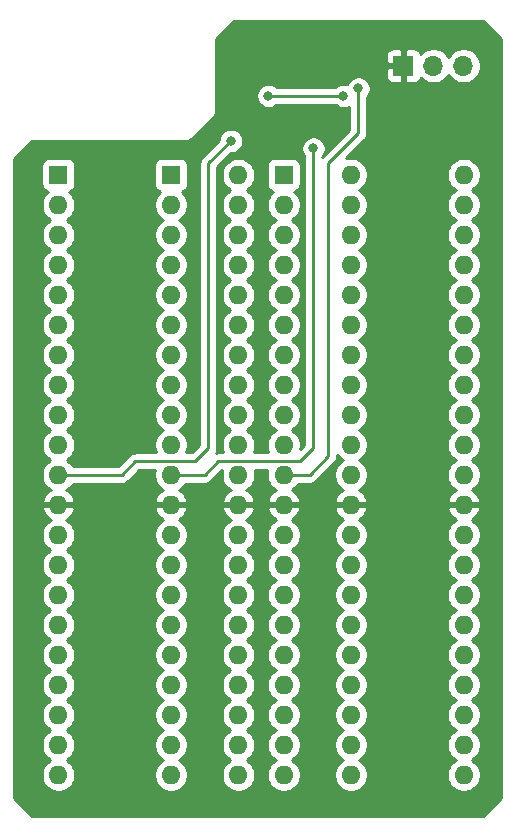
<source format=gbr>
%TF.GenerationSoftware,KiCad,Pcbnew,(5.1.10)-1*%
%TF.CreationDate,2022-03-17T12:17:49-05:00*%
%TF.ProjectId,gummyswitch,67756d6d-7973-4776-9974-63682e6b6963,rev?*%
%TF.SameCoordinates,Original*%
%TF.FileFunction,Copper,L2,Bot*%
%TF.FilePolarity,Positive*%
%FSLAX46Y46*%
G04 Gerber Fmt 4.6, Leading zero omitted, Abs format (unit mm)*
G04 Created by KiCad (PCBNEW (5.1.10)-1) date 2022-03-17 12:17:49*
%MOMM*%
%LPD*%
G01*
G04 APERTURE LIST*
%TA.AperFunction,ComponentPad*%
%ADD10R,1.600000X1.600000*%
%TD*%
%TA.AperFunction,ComponentPad*%
%ADD11O,1.600000X1.600000*%
%TD*%
%TA.AperFunction,ComponentPad*%
%ADD12O,1.700000X1.700000*%
%TD*%
%TA.AperFunction,ComponentPad*%
%ADD13R,1.700000X1.700000*%
%TD*%
%TA.AperFunction,ViaPad*%
%ADD14C,0.800000*%
%TD*%
%TA.AperFunction,Conductor*%
%ADD15C,0.250000*%
%TD*%
%TA.AperFunction,Conductor*%
%ADD16C,0.254000*%
%TD*%
%TA.AperFunction,Conductor*%
%ADD17C,0.100000*%
%TD*%
G04 APERTURE END LIST*
D10*
%TO.P,U2,1*%
%TO.N,/A18*%
X109220000Y-40970000D03*
D11*
%TO.P,U2,22*%
%TO.N,VCC*%
X124460000Y-91770000D03*
%TO.P,U2,2*%
%TO.N,/A17*%
X109220000Y-43510000D03*
%TO.P,U2,23*%
%TO.N,/D4*%
X124460000Y-89230000D03*
%TO.P,U2,3*%
%TO.N,/A7*%
X109220000Y-46050000D03*
%TO.P,U2,24*%
%TO.N,/D12*%
X124460000Y-86690000D03*
%TO.P,U2,4*%
%TO.N,/A6*%
X109220000Y-48590000D03*
%TO.P,U2,25*%
%TO.N,/D5*%
X124460000Y-84150000D03*
%TO.P,U2,5*%
%TO.N,/A5*%
X109220000Y-51130000D03*
%TO.P,U2,26*%
%TO.N,/D13*%
X124460000Y-81610000D03*
%TO.P,U2,6*%
%TO.N,/A4*%
X109220000Y-53670000D03*
%TO.P,U2,27*%
%TO.N,/D6*%
X124460000Y-79070000D03*
%TO.P,U2,7*%
%TO.N,/A3*%
X109220000Y-56210000D03*
%TO.P,U2,28*%
%TO.N,/D14*%
X124460000Y-76530000D03*
%TO.P,U2,8*%
%TO.N,/A2*%
X109220000Y-58750000D03*
%TO.P,U2,29*%
%TO.N,/D7*%
X124460000Y-73990000D03*
%TO.P,U2,9*%
%TO.N,/A1*%
X109220000Y-61290000D03*
%TO.P,U2,30*%
%TO.N,/D15*%
X124460000Y-71450000D03*
%TO.P,U2,10*%
%TO.N,/A0*%
X109220000Y-63830000D03*
%TO.P,U2,31*%
%TO.N,GND*%
X124460000Y-68910000D03*
%TO.P,U2,11*%
%TO.N,/~E*%
X109220000Y-66370000D03*
%TO.P,U2,32*%
%TO.N,/BYTE*%
X124460000Y-66370000D03*
%TO.P,U2,12*%
%TO.N,GND*%
X109220000Y-68910000D03*
%TO.P,U2,33*%
%TO.N,/A16*%
X124460000Y-63830000D03*
%TO.P,U2,13*%
%TO.N,/OE*%
X109220000Y-71450000D03*
%TO.P,U2,34*%
%TO.N,/A15*%
X124460000Y-61290000D03*
%TO.P,U2,14*%
%TO.N,/D0*%
X109220000Y-73990000D03*
%TO.P,U2,35*%
%TO.N,/A14*%
X124460000Y-58750000D03*
%TO.P,U2,15*%
%TO.N,/D8*%
X109220000Y-76530000D03*
%TO.P,U2,36*%
%TO.N,/A13*%
X124460000Y-56210000D03*
%TO.P,U2,16*%
%TO.N,/D1*%
X109220000Y-79070000D03*
%TO.P,U2,37*%
%TO.N,/A12*%
X124460000Y-53670000D03*
%TO.P,U2,17*%
%TO.N,/D9*%
X109220000Y-81610000D03*
%TO.P,U2,38*%
%TO.N,/A11*%
X124460000Y-51130000D03*
%TO.P,U2,18*%
%TO.N,/D2*%
X109220000Y-84150000D03*
%TO.P,U2,39*%
%TO.N,/A10*%
X124460000Y-48590000D03*
%TO.P,U2,19*%
%TO.N,/D10*%
X109220000Y-86690000D03*
%TO.P,U2,40*%
%TO.N,/A9*%
X124460000Y-46050000D03*
%TO.P,U2,20*%
%TO.N,/D3*%
X109220000Y-89230000D03*
%TO.P,U2,41*%
%TO.N,/A8*%
X124460000Y-43510000D03*
%TO.P,U2,21*%
%TO.N,/D11*%
X109220000Y-91770000D03*
%TO.P,U2,42*%
%TO.N,/A19*%
X124460000Y-40970000D03*
%TD*%
D12*
%TO.P,SW1,3*%
%TO.N,Net-(R1-Pad1)*%
X133985000Y-31750000D03*
%TO.P,SW1,2*%
%TO.N,Net-(SW1-Pad2)*%
X131445000Y-31750000D03*
D13*
%TO.P,SW1,1*%
%TO.N,GND*%
X128905000Y-31750000D03*
%TD*%
D11*
%TO.P,U4,42*%
%TO.N,/A19*%
X134000000Y-40970000D03*
%TO.P,U4,21*%
%TO.N,/D11*%
X118760000Y-91770000D03*
%TO.P,U4,41*%
%TO.N,/A8*%
X134000000Y-43510000D03*
%TO.P,U4,20*%
%TO.N,/D3*%
X118760000Y-89230000D03*
%TO.P,U4,40*%
%TO.N,/A9*%
X134000000Y-46050000D03*
%TO.P,U4,19*%
%TO.N,/D10*%
X118760000Y-86690000D03*
%TO.P,U4,39*%
%TO.N,/A10*%
X134000000Y-48590000D03*
%TO.P,U4,18*%
%TO.N,/D2*%
X118760000Y-84150000D03*
%TO.P,U4,38*%
%TO.N,/A11*%
X134000000Y-51130000D03*
%TO.P,U4,17*%
%TO.N,/D9*%
X118760000Y-81610000D03*
%TO.P,U4,37*%
%TO.N,/A12*%
X134000000Y-53670000D03*
%TO.P,U4,16*%
%TO.N,/D1*%
X118760000Y-79070000D03*
%TO.P,U4,36*%
%TO.N,/A13*%
X134000000Y-56210000D03*
%TO.P,U4,15*%
%TO.N,/D8*%
X118760000Y-76530000D03*
%TO.P,U4,35*%
%TO.N,/A14*%
X134000000Y-58750000D03*
%TO.P,U4,14*%
%TO.N,/D0*%
X118760000Y-73990000D03*
%TO.P,U4,34*%
%TO.N,/A15*%
X134000000Y-61290000D03*
%TO.P,U4,13*%
%TO.N,/OE*%
X118760000Y-71450000D03*
%TO.P,U4,33*%
%TO.N,/A16*%
X134000000Y-63830000D03*
%TO.P,U4,12*%
%TO.N,GND*%
X118760000Y-68910000D03*
%TO.P,U4,32*%
%TO.N,/BYTE*%
X134000000Y-66370000D03*
%TO.P,U4,11*%
%TO.N,/~ROM2_E*%
X118760000Y-66370000D03*
%TO.P,U4,31*%
%TO.N,GND*%
X134000000Y-68910000D03*
%TO.P,U4,10*%
%TO.N,/A0*%
X118760000Y-63830000D03*
%TO.P,U4,30*%
%TO.N,/D15*%
X134000000Y-71450000D03*
%TO.P,U4,9*%
%TO.N,/A1*%
X118760000Y-61290000D03*
%TO.P,U4,29*%
%TO.N,/D7*%
X134000000Y-73990000D03*
%TO.P,U4,8*%
%TO.N,/A2*%
X118760000Y-58750000D03*
%TO.P,U4,28*%
%TO.N,/D14*%
X134000000Y-76530000D03*
%TO.P,U4,7*%
%TO.N,/A3*%
X118760000Y-56210000D03*
%TO.P,U4,27*%
%TO.N,/D6*%
X134000000Y-79070000D03*
%TO.P,U4,6*%
%TO.N,/A4*%
X118760000Y-53670000D03*
%TO.P,U4,26*%
%TO.N,/D13*%
X134000000Y-81610000D03*
%TO.P,U4,5*%
%TO.N,/A5*%
X118760000Y-51130000D03*
%TO.P,U4,25*%
%TO.N,/D5*%
X134000000Y-84150000D03*
%TO.P,U4,4*%
%TO.N,/A6*%
X118760000Y-48590000D03*
%TO.P,U4,24*%
%TO.N,/D12*%
X134000000Y-86690000D03*
%TO.P,U4,3*%
%TO.N,/A7*%
X118760000Y-46050000D03*
%TO.P,U4,23*%
%TO.N,/D4*%
X134000000Y-89230000D03*
%TO.P,U4,2*%
%TO.N,/A17*%
X118760000Y-43510000D03*
%TO.P,U4,22*%
%TO.N,VCC*%
X134000000Y-91770000D03*
D10*
%TO.P,U4,1*%
%TO.N,/A18*%
X118760000Y-40970000D03*
%TD*%
D11*
%TO.P,U3,42*%
%TO.N,/A19*%
X114935000Y-40970000D03*
%TO.P,U3,21*%
%TO.N,/D11*%
X99695000Y-91770000D03*
%TO.P,U3,41*%
%TO.N,/A8*%
X114935000Y-43510000D03*
%TO.P,U3,20*%
%TO.N,/D3*%
X99695000Y-89230000D03*
%TO.P,U3,40*%
%TO.N,/A9*%
X114935000Y-46050000D03*
%TO.P,U3,19*%
%TO.N,/D10*%
X99695000Y-86690000D03*
%TO.P,U3,39*%
%TO.N,/A10*%
X114935000Y-48590000D03*
%TO.P,U3,18*%
%TO.N,/D2*%
X99695000Y-84150000D03*
%TO.P,U3,38*%
%TO.N,/A11*%
X114935000Y-51130000D03*
%TO.P,U3,17*%
%TO.N,/D9*%
X99695000Y-81610000D03*
%TO.P,U3,37*%
%TO.N,/A12*%
X114935000Y-53670000D03*
%TO.P,U3,16*%
%TO.N,/D1*%
X99695000Y-79070000D03*
%TO.P,U3,36*%
%TO.N,/A13*%
X114935000Y-56210000D03*
%TO.P,U3,15*%
%TO.N,/D8*%
X99695000Y-76530000D03*
%TO.P,U3,35*%
%TO.N,/A14*%
X114935000Y-58750000D03*
%TO.P,U3,14*%
%TO.N,/D0*%
X99695000Y-73990000D03*
%TO.P,U3,34*%
%TO.N,/A15*%
X114935000Y-61290000D03*
%TO.P,U3,13*%
%TO.N,/OE*%
X99695000Y-71450000D03*
%TO.P,U3,33*%
%TO.N,/A16*%
X114935000Y-63830000D03*
%TO.P,U3,12*%
%TO.N,GND*%
X99695000Y-68910000D03*
%TO.P,U3,32*%
%TO.N,/BYTE*%
X114935000Y-66370000D03*
%TO.P,U3,11*%
%TO.N,/~ROM1_E*%
X99695000Y-66370000D03*
%TO.P,U3,31*%
%TO.N,GND*%
X114935000Y-68910000D03*
%TO.P,U3,10*%
%TO.N,/A0*%
X99695000Y-63830000D03*
%TO.P,U3,30*%
%TO.N,/D15*%
X114935000Y-71450000D03*
%TO.P,U3,9*%
%TO.N,/A1*%
X99695000Y-61290000D03*
%TO.P,U3,29*%
%TO.N,/D7*%
X114935000Y-73990000D03*
%TO.P,U3,8*%
%TO.N,/A2*%
X99695000Y-58750000D03*
%TO.P,U3,28*%
%TO.N,/D14*%
X114935000Y-76530000D03*
%TO.P,U3,7*%
%TO.N,/A3*%
X99695000Y-56210000D03*
%TO.P,U3,27*%
%TO.N,/D6*%
X114935000Y-79070000D03*
%TO.P,U3,6*%
%TO.N,/A4*%
X99695000Y-53670000D03*
%TO.P,U3,26*%
%TO.N,/D13*%
X114935000Y-81610000D03*
%TO.P,U3,5*%
%TO.N,/A5*%
X99695000Y-51130000D03*
%TO.P,U3,25*%
%TO.N,/D5*%
X114935000Y-84150000D03*
%TO.P,U3,4*%
%TO.N,/A6*%
X99695000Y-48590000D03*
%TO.P,U3,24*%
%TO.N,/D12*%
X114935000Y-86690000D03*
%TO.P,U3,3*%
%TO.N,/A7*%
X99695000Y-46050000D03*
%TO.P,U3,23*%
%TO.N,/D4*%
X114935000Y-89230000D03*
%TO.P,U3,2*%
%TO.N,/A17*%
X99695000Y-43510000D03*
%TO.P,U3,22*%
%TO.N,VCC*%
X114935000Y-91770000D03*
D10*
%TO.P,U3,1*%
%TO.N,/A18*%
X99695000Y-40970000D03*
%TD*%
D14*
%TO.N,GND*%
X129540000Y-68834000D03*
X121666000Y-69850000D03*
X104648000Y-67564000D03*
X97028000Y-80264000D03*
X97028000Y-54864000D03*
X104394000Y-38862000D03*
X131572000Y-38100000D03*
X115062000Y-29464000D03*
X136525000Y-34925000D03*
X97790000Y-93345000D03*
X135255000Y-93345000D03*
X116840000Y-94615000D03*
%TO.N,/~ROM2_E*%
X125095000Y-33655000D03*
%TO.N,/~ROM1_E*%
X114300000Y-38100000D03*
%TO.N,/~E*%
X121285000Y-38735000D03*
%TO.N,Net-(U1-Pad1)*%
X123825000Y-34290000D03*
X117475000Y-34290000D03*
%TD*%
D15*
%TO.N,/~ROM2_E*%
X118760000Y-66370000D02*
X120955000Y-66370000D01*
X120955000Y-66370000D02*
X122555000Y-64770000D01*
X122555000Y-64770000D02*
X122555000Y-40005000D01*
X122555000Y-40005000D02*
X125095000Y-37465000D01*
X125095000Y-37465000D02*
X125095000Y-33655000D01*
X125095000Y-33655000D02*
X125095000Y-33655000D01*
%TO.N,/~ROM1_E*%
X99695000Y-66370000D02*
X105080000Y-66370000D01*
X106205001Y-65244999D02*
X111285001Y-65244999D01*
X105080000Y-66370000D02*
X106205001Y-65244999D01*
X111285001Y-65244999D02*
X112395000Y-64135000D01*
X112395000Y-64135000D02*
X112395000Y-40005000D01*
X112395000Y-40005000D02*
X114300000Y-38100000D01*
X114300000Y-38100000D02*
X114300000Y-38100000D01*
%TO.N,/~E*%
X109220000Y-66370000D02*
X112065000Y-66370000D01*
X113190001Y-65244999D02*
X120175001Y-65244999D01*
X112065000Y-66370000D02*
X113190001Y-65244999D01*
X120175001Y-65244999D02*
X121285000Y-64135000D01*
X121285000Y-64135000D02*
X121285000Y-38735000D01*
X121285000Y-38735000D02*
X121285000Y-38735000D01*
%TO.N,Net-(U1-Pad1)*%
X123825000Y-34290000D02*
X117475000Y-34290000D01*
X117475000Y-34290000D02*
X117475000Y-34290000D01*
%TD*%
D16*
%TO.N,GND*%
X137135000Y-29483381D02*
X137135001Y-93706618D01*
X135616620Y-95225000D01*
X97428381Y-95225000D01*
X95910000Y-93706620D01*
X95910000Y-71308665D01*
X98260000Y-71308665D01*
X98260000Y-71591335D01*
X98315147Y-71868574D01*
X98423320Y-72129727D01*
X98580363Y-72364759D01*
X98780241Y-72564637D01*
X99012759Y-72720000D01*
X98780241Y-72875363D01*
X98580363Y-73075241D01*
X98423320Y-73310273D01*
X98315147Y-73571426D01*
X98260000Y-73848665D01*
X98260000Y-74131335D01*
X98315147Y-74408574D01*
X98423320Y-74669727D01*
X98580363Y-74904759D01*
X98780241Y-75104637D01*
X99012759Y-75260000D01*
X98780241Y-75415363D01*
X98580363Y-75615241D01*
X98423320Y-75850273D01*
X98315147Y-76111426D01*
X98260000Y-76388665D01*
X98260000Y-76671335D01*
X98315147Y-76948574D01*
X98423320Y-77209727D01*
X98580363Y-77444759D01*
X98780241Y-77644637D01*
X99012759Y-77800000D01*
X98780241Y-77955363D01*
X98580363Y-78155241D01*
X98423320Y-78390273D01*
X98315147Y-78651426D01*
X98260000Y-78928665D01*
X98260000Y-79211335D01*
X98315147Y-79488574D01*
X98423320Y-79749727D01*
X98580363Y-79984759D01*
X98780241Y-80184637D01*
X99012759Y-80340000D01*
X98780241Y-80495363D01*
X98580363Y-80695241D01*
X98423320Y-80930273D01*
X98315147Y-81191426D01*
X98260000Y-81468665D01*
X98260000Y-81751335D01*
X98315147Y-82028574D01*
X98423320Y-82289727D01*
X98580363Y-82524759D01*
X98780241Y-82724637D01*
X99012759Y-82880000D01*
X98780241Y-83035363D01*
X98580363Y-83235241D01*
X98423320Y-83470273D01*
X98315147Y-83731426D01*
X98260000Y-84008665D01*
X98260000Y-84291335D01*
X98315147Y-84568574D01*
X98423320Y-84829727D01*
X98580363Y-85064759D01*
X98780241Y-85264637D01*
X99012759Y-85420000D01*
X98780241Y-85575363D01*
X98580363Y-85775241D01*
X98423320Y-86010273D01*
X98315147Y-86271426D01*
X98260000Y-86548665D01*
X98260000Y-86831335D01*
X98315147Y-87108574D01*
X98423320Y-87369727D01*
X98580363Y-87604759D01*
X98780241Y-87804637D01*
X99012759Y-87960000D01*
X98780241Y-88115363D01*
X98580363Y-88315241D01*
X98423320Y-88550273D01*
X98315147Y-88811426D01*
X98260000Y-89088665D01*
X98260000Y-89371335D01*
X98315147Y-89648574D01*
X98423320Y-89909727D01*
X98580363Y-90144759D01*
X98780241Y-90344637D01*
X99012759Y-90500000D01*
X98780241Y-90655363D01*
X98580363Y-90855241D01*
X98423320Y-91090273D01*
X98315147Y-91351426D01*
X98260000Y-91628665D01*
X98260000Y-91911335D01*
X98315147Y-92188574D01*
X98423320Y-92449727D01*
X98580363Y-92684759D01*
X98780241Y-92884637D01*
X99015273Y-93041680D01*
X99276426Y-93149853D01*
X99553665Y-93205000D01*
X99836335Y-93205000D01*
X100113574Y-93149853D01*
X100374727Y-93041680D01*
X100609759Y-92884637D01*
X100809637Y-92684759D01*
X100966680Y-92449727D01*
X101074853Y-92188574D01*
X101130000Y-91911335D01*
X101130000Y-91628665D01*
X101074853Y-91351426D01*
X100966680Y-91090273D01*
X100809637Y-90855241D01*
X100609759Y-90655363D01*
X100377241Y-90500000D01*
X100609759Y-90344637D01*
X100809637Y-90144759D01*
X100966680Y-89909727D01*
X101074853Y-89648574D01*
X101130000Y-89371335D01*
X101130000Y-89088665D01*
X101074853Y-88811426D01*
X100966680Y-88550273D01*
X100809637Y-88315241D01*
X100609759Y-88115363D01*
X100377241Y-87960000D01*
X100609759Y-87804637D01*
X100809637Y-87604759D01*
X100966680Y-87369727D01*
X101074853Y-87108574D01*
X101130000Y-86831335D01*
X101130000Y-86548665D01*
X101074853Y-86271426D01*
X100966680Y-86010273D01*
X100809637Y-85775241D01*
X100609759Y-85575363D01*
X100377241Y-85420000D01*
X100609759Y-85264637D01*
X100809637Y-85064759D01*
X100966680Y-84829727D01*
X101074853Y-84568574D01*
X101130000Y-84291335D01*
X101130000Y-84008665D01*
X101074853Y-83731426D01*
X100966680Y-83470273D01*
X100809637Y-83235241D01*
X100609759Y-83035363D01*
X100377241Y-82880000D01*
X100609759Y-82724637D01*
X100809637Y-82524759D01*
X100966680Y-82289727D01*
X101074853Y-82028574D01*
X101130000Y-81751335D01*
X101130000Y-81468665D01*
X101074853Y-81191426D01*
X100966680Y-80930273D01*
X100809637Y-80695241D01*
X100609759Y-80495363D01*
X100377241Y-80340000D01*
X100609759Y-80184637D01*
X100809637Y-79984759D01*
X100966680Y-79749727D01*
X101074853Y-79488574D01*
X101130000Y-79211335D01*
X101130000Y-78928665D01*
X101074853Y-78651426D01*
X100966680Y-78390273D01*
X100809637Y-78155241D01*
X100609759Y-77955363D01*
X100377241Y-77800000D01*
X100609759Y-77644637D01*
X100809637Y-77444759D01*
X100966680Y-77209727D01*
X101074853Y-76948574D01*
X101130000Y-76671335D01*
X101130000Y-76388665D01*
X101074853Y-76111426D01*
X100966680Y-75850273D01*
X100809637Y-75615241D01*
X100609759Y-75415363D01*
X100377241Y-75260000D01*
X100609759Y-75104637D01*
X100809637Y-74904759D01*
X100966680Y-74669727D01*
X101074853Y-74408574D01*
X101130000Y-74131335D01*
X101130000Y-73848665D01*
X101074853Y-73571426D01*
X100966680Y-73310273D01*
X100809637Y-73075241D01*
X100609759Y-72875363D01*
X100377241Y-72720000D01*
X100609759Y-72564637D01*
X100809637Y-72364759D01*
X100966680Y-72129727D01*
X101074853Y-71868574D01*
X101130000Y-71591335D01*
X101130000Y-71308665D01*
X107785000Y-71308665D01*
X107785000Y-71591335D01*
X107840147Y-71868574D01*
X107948320Y-72129727D01*
X108105363Y-72364759D01*
X108305241Y-72564637D01*
X108537759Y-72720000D01*
X108305241Y-72875363D01*
X108105363Y-73075241D01*
X107948320Y-73310273D01*
X107840147Y-73571426D01*
X107785000Y-73848665D01*
X107785000Y-74131335D01*
X107840147Y-74408574D01*
X107948320Y-74669727D01*
X108105363Y-74904759D01*
X108305241Y-75104637D01*
X108537759Y-75260000D01*
X108305241Y-75415363D01*
X108105363Y-75615241D01*
X107948320Y-75850273D01*
X107840147Y-76111426D01*
X107785000Y-76388665D01*
X107785000Y-76671335D01*
X107840147Y-76948574D01*
X107948320Y-77209727D01*
X108105363Y-77444759D01*
X108305241Y-77644637D01*
X108537759Y-77800000D01*
X108305241Y-77955363D01*
X108105363Y-78155241D01*
X107948320Y-78390273D01*
X107840147Y-78651426D01*
X107785000Y-78928665D01*
X107785000Y-79211335D01*
X107840147Y-79488574D01*
X107948320Y-79749727D01*
X108105363Y-79984759D01*
X108305241Y-80184637D01*
X108537759Y-80340000D01*
X108305241Y-80495363D01*
X108105363Y-80695241D01*
X107948320Y-80930273D01*
X107840147Y-81191426D01*
X107785000Y-81468665D01*
X107785000Y-81751335D01*
X107840147Y-82028574D01*
X107948320Y-82289727D01*
X108105363Y-82524759D01*
X108305241Y-82724637D01*
X108537759Y-82880000D01*
X108305241Y-83035363D01*
X108105363Y-83235241D01*
X107948320Y-83470273D01*
X107840147Y-83731426D01*
X107785000Y-84008665D01*
X107785000Y-84291335D01*
X107840147Y-84568574D01*
X107948320Y-84829727D01*
X108105363Y-85064759D01*
X108305241Y-85264637D01*
X108537759Y-85420000D01*
X108305241Y-85575363D01*
X108105363Y-85775241D01*
X107948320Y-86010273D01*
X107840147Y-86271426D01*
X107785000Y-86548665D01*
X107785000Y-86831335D01*
X107840147Y-87108574D01*
X107948320Y-87369727D01*
X108105363Y-87604759D01*
X108305241Y-87804637D01*
X108537759Y-87960000D01*
X108305241Y-88115363D01*
X108105363Y-88315241D01*
X107948320Y-88550273D01*
X107840147Y-88811426D01*
X107785000Y-89088665D01*
X107785000Y-89371335D01*
X107840147Y-89648574D01*
X107948320Y-89909727D01*
X108105363Y-90144759D01*
X108305241Y-90344637D01*
X108537759Y-90500000D01*
X108305241Y-90655363D01*
X108105363Y-90855241D01*
X107948320Y-91090273D01*
X107840147Y-91351426D01*
X107785000Y-91628665D01*
X107785000Y-91911335D01*
X107840147Y-92188574D01*
X107948320Y-92449727D01*
X108105363Y-92684759D01*
X108305241Y-92884637D01*
X108540273Y-93041680D01*
X108801426Y-93149853D01*
X109078665Y-93205000D01*
X109361335Y-93205000D01*
X109638574Y-93149853D01*
X109899727Y-93041680D01*
X110134759Y-92884637D01*
X110334637Y-92684759D01*
X110491680Y-92449727D01*
X110599853Y-92188574D01*
X110655000Y-91911335D01*
X110655000Y-91628665D01*
X110599853Y-91351426D01*
X110491680Y-91090273D01*
X110334637Y-90855241D01*
X110134759Y-90655363D01*
X109902241Y-90500000D01*
X110134759Y-90344637D01*
X110334637Y-90144759D01*
X110491680Y-89909727D01*
X110599853Y-89648574D01*
X110655000Y-89371335D01*
X110655000Y-89088665D01*
X110599853Y-88811426D01*
X110491680Y-88550273D01*
X110334637Y-88315241D01*
X110134759Y-88115363D01*
X109902241Y-87960000D01*
X110134759Y-87804637D01*
X110334637Y-87604759D01*
X110491680Y-87369727D01*
X110599853Y-87108574D01*
X110655000Y-86831335D01*
X110655000Y-86548665D01*
X110599853Y-86271426D01*
X110491680Y-86010273D01*
X110334637Y-85775241D01*
X110134759Y-85575363D01*
X109902241Y-85420000D01*
X110134759Y-85264637D01*
X110334637Y-85064759D01*
X110491680Y-84829727D01*
X110599853Y-84568574D01*
X110655000Y-84291335D01*
X110655000Y-84008665D01*
X110599853Y-83731426D01*
X110491680Y-83470273D01*
X110334637Y-83235241D01*
X110134759Y-83035363D01*
X109902241Y-82880000D01*
X110134759Y-82724637D01*
X110334637Y-82524759D01*
X110491680Y-82289727D01*
X110599853Y-82028574D01*
X110655000Y-81751335D01*
X110655000Y-81468665D01*
X110599853Y-81191426D01*
X110491680Y-80930273D01*
X110334637Y-80695241D01*
X110134759Y-80495363D01*
X109902241Y-80340000D01*
X110134759Y-80184637D01*
X110334637Y-79984759D01*
X110491680Y-79749727D01*
X110599853Y-79488574D01*
X110655000Y-79211335D01*
X110655000Y-78928665D01*
X110599853Y-78651426D01*
X110491680Y-78390273D01*
X110334637Y-78155241D01*
X110134759Y-77955363D01*
X109902241Y-77800000D01*
X110134759Y-77644637D01*
X110334637Y-77444759D01*
X110491680Y-77209727D01*
X110599853Y-76948574D01*
X110655000Y-76671335D01*
X110655000Y-76388665D01*
X110599853Y-76111426D01*
X110491680Y-75850273D01*
X110334637Y-75615241D01*
X110134759Y-75415363D01*
X109902241Y-75260000D01*
X110134759Y-75104637D01*
X110334637Y-74904759D01*
X110491680Y-74669727D01*
X110599853Y-74408574D01*
X110655000Y-74131335D01*
X110655000Y-73848665D01*
X110599853Y-73571426D01*
X110491680Y-73310273D01*
X110334637Y-73075241D01*
X110134759Y-72875363D01*
X109902241Y-72720000D01*
X110134759Y-72564637D01*
X110334637Y-72364759D01*
X110491680Y-72129727D01*
X110599853Y-71868574D01*
X110655000Y-71591335D01*
X110655000Y-71308665D01*
X113500000Y-71308665D01*
X113500000Y-71591335D01*
X113555147Y-71868574D01*
X113663320Y-72129727D01*
X113820363Y-72364759D01*
X114020241Y-72564637D01*
X114252759Y-72720000D01*
X114020241Y-72875363D01*
X113820363Y-73075241D01*
X113663320Y-73310273D01*
X113555147Y-73571426D01*
X113500000Y-73848665D01*
X113500000Y-74131335D01*
X113555147Y-74408574D01*
X113663320Y-74669727D01*
X113820363Y-74904759D01*
X114020241Y-75104637D01*
X114252759Y-75260000D01*
X114020241Y-75415363D01*
X113820363Y-75615241D01*
X113663320Y-75850273D01*
X113555147Y-76111426D01*
X113500000Y-76388665D01*
X113500000Y-76671335D01*
X113555147Y-76948574D01*
X113663320Y-77209727D01*
X113820363Y-77444759D01*
X114020241Y-77644637D01*
X114252759Y-77800000D01*
X114020241Y-77955363D01*
X113820363Y-78155241D01*
X113663320Y-78390273D01*
X113555147Y-78651426D01*
X113500000Y-78928665D01*
X113500000Y-79211335D01*
X113555147Y-79488574D01*
X113663320Y-79749727D01*
X113820363Y-79984759D01*
X114020241Y-80184637D01*
X114252759Y-80340000D01*
X114020241Y-80495363D01*
X113820363Y-80695241D01*
X113663320Y-80930273D01*
X113555147Y-81191426D01*
X113500000Y-81468665D01*
X113500000Y-81751335D01*
X113555147Y-82028574D01*
X113663320Y-82289727D01*
X113820363Y-82524759D01*
X114020241Y-82724637D01*
X114252759Y-82880000D01*
X114020241Y-83035363D01*
X113820363Y-83235241D01*
X113663320Y-83470273D01*
X113555147Y-83731426D01*
X113500000Y-84008665D01*
X113500000Y-84291335D01*
X113555147Y-84568574D01*
X113663320Y-84829727D01*
X113820363Y-85064759D01*
X114020241Y-85264637D01*
X114252759Y-85420000D01*
X114020241Y-85575363D01*
X113820363Y-85775241D01*
X113663320Y-86010273D01*
X113555147Y-86271426D01*
X113500000Y-86548665D01*
X113500000Y-86831335D01*
X113555147Y-87108574D01*
X113663320Y-87369727D01*
X113820363Y-87604759D01*
X114020241Y-87804637D01*
X114252759Y-87960000D01*
X114020241Y-88115363D01*
X113820363Y-88315241D01*
X113663320Y-88550273D01*
X113555147Y-88811426D01*
X113500000Y-89088665D01*
X113500000Y-89371335D01*
X113555147Y-89648574D01*
X113663320Y-89909727D01*
X113820363Y-90144759D01*
X114020241Y-90344637D01*
X114252759Y-90500000D01*
X114020241Y-90655363D01*
X113820363Y-90855241D01*
X113663320Y-91090273D01*
X113555147Y-91351426D01*
X113500000Y-91628665D01*
X113500000Y-91911335D01*
X113555147Y-92188574D01*
X113663320Y-92449727D01*
X113820363Y-92684759D01*
X114020241Y-92884637D01*
X114255273Y-93041680D01*
X114516426Y-93149853D01*
X114793665Y-93205000D01*
X115076335Y-93205000D01*
X115353574Y-93149853D01*
X115614727Y-93041680D01*
X115849759Y-92884637D01*
X116049637Y-92684759D01*
X116206680Y-92449727D01*
X116314853Y-92188574D01*
X116370000Y-91911335D01*
X116370000Y-91628665D01*
X116314853Y-91351426D01*
X116206680Y-91090273D01*
X116049637Y-90855241D01*
X115849759Y-90655363D01*
X115617241Y-90500000D01*
X115849759Y-90344637D01*
X116049637Y-90144759D01*
X116206680Y-89909727D01*
X116314853Y-89648574D01*
X116370000Y-89371335D01*
X116370000Y-89088665D01*
X116314853Y-88811426D01*
X116206680Y-88550273D01*
X116049637Y-88315241D01*
X115849759Y-88115363D01*
X115617241Y-87960000D01*
X115849759Y-87804637D01*
X116049637Y-87604759D01*
X116206680Y-87369727D01*
X116314853Y-87108574D01*
X116370000Y-86831335D01*
X116370000Y-86548665D01*
X116314853Y-86271426D01*
X116206680Y-86010273D01*
X116049637Y-85775241D01*
X115849759Y-85575363D01*
X115617241Y-85420000D01*
X115849759Y-85264637D01*
X116049637Y-85064759D01*
X116206680Y-84829727D01*
X116314853Y-84568574D01*
X116370000Y-84291335D01*
X116370000Y-84008665D01*
X116314853Y-83731426D01*
X116206680Y-83470273D01*
X116049637Y-83235241D01*
X115849759Y-83035363D01*
X115617241Y-82880000D01*
X115849759Y-82724637D01*
X116049637Y-82524759D01*
X116206680Y-82289727D01*
X116314853Y-82028574D01*
X116370000Y-81751335D01*
X116370000Y-81468665D01*
X116314853Y-81191426D01*
X116206680Y-80930273D01*
X116049637Y-80695241D01*
X115849759Y-80495363D01*
X115617241Y-80340000D01*
X115849759Y-80184637D01*
X116049637Y-79984759D01*
X116206680Y-79749727D01*
X116314853Y-79488574D01*
X116370000Y-79211335D01*
X116370000Y-78928665D01*
X116314853Y-78651426D01*
X116206680Y-78390273D01*
X116049637Y-78155241D01*
X115849759Y-77955363D01*
X115617241Y-77800000D01*
X115849759Y-77644637D01*
X116049637Y-77444759D01*
X116206680Y-77209727D01*
X116314853Y-76948574D01*
X116370000Y-76671335D01*
X116370000Y-76388665D01*
X116314853Y-76111426D01*
X116206680Y-75850273D01*
X116049637Y-75615241D01*
X115849759Y-75415363D01*
X115617241Y-75260000D01*
X115849759Y-75104637D01*
X116049637Y-74904759D01*
X116206680Y-74669727D01*
X116314853Y-74408574D01*
X116370000Y-74131335D01*
X116370000Y-73848665D01*
X116314853Y-73571426D01*
X116206680Y-73310273D01*
X116049637Y-73075241D01*
X115849759Y-72875363D01*
X115617241Y-72720000D01*
X115849759Y-72564637D01*
X116049637Y-72364759D01*
X116206680Y-72129727D01*
X116314853Y-71868574D01*
X116370000Y-71591335D01*
X116370000Y-71308665D01*
X117325000Y-71308665D01*
X117325000Y-71591335D01*
X117380147Y-71868574D01*
X117488320Y-72129727D01*
X117645363Y-72364759D01*
X117845241Y-72564637D01*
X118077759Y-72720000D01*
X117845241Y-72875363D01*
X117645363Y-73075241D01*
X117488320Y-73310273D01*
X117380147Y-73571426D01*
X117325000Y-73848665D01*
X117325000Y-74131335D01*
X117380147Y-74408574D01*
X117488320Y-74669727D01*
X117645363Y-74904759D01*
X117845241Y-75104637D01*
X118077759Y-75260000D01*
X117845241Y-75415363D01*
X117645363Y-75615241D01*
X117488320Y-75850273D01*
X117380147Y-76111426D01*
X117325000Y-76388665D01*
X117325000Y-76671335D01*
X117380147Y-76948574D01*
X117488320Y-77209727D01*
X117645363Y-77444759D01*
X117845241Y-77644637D01*
X118077759Y-77800000D01*
X117845241Y-77955363D01*
X117645363Y-78155241D01*
X117488320Y-78390273D01*
X117380147Y-78651426D01*
X117325000Y-78928665D01*
X117325000Y-79211335D01*
X117380147Y-79488574D01*
X117488320Y-79749727D01*
X117645363Y-79984759D01*
X117845241Y-80184637D01*
X118077759Y-80340000D01*
X117845241Y-80495363D01*
X117645363Y-80695241D01*
X117488320Y-80930273D01*
X117380147Y-81191426D01*
X117325000Y-81468665D01*
X117325000Y-81751335D01*
X117380147Y-82028574D01*
X117488320Y-82289727D01*
X117645363Y-82524759D01*
X117845241Y-82724637D01*
X118077759Y-82880000D01*
X117845241Y-83035363D01*
X117645363Y-83235241D01*
X117488320Y-83470273D01*
X117380147Y-83731426D01*
X117325000Y-84008665D01*
X117325000Y-84291335D01*
X117380147Y-84568574D01*
X117488320Y-84829727D01*
X117645363Y-85064759D01*
X117845241Y-85264637D01*
X118077759Y-85420000D01*
X117845241Y-85575363D01*
X117645363Y-85775241D01*
X117488320Y-86010273D01*
X117380147Y-86271426D01*
X117325000Y-86548665D01*
X117325000Y-86831335D01*
X117380147Y-87108574D01*
X117488320Y-87369727D01*
X117645363Y-87604759D01*
X117845241Y-87804637D01*
X118077759Y-87960000D01*
X117845241Y-88115363D01*
X117645363Y-88315241D01*
X117488320Y-88550273D01*
X117380147Y-88811426D01*
X117325000Y-89088665D01*
X117325000Y-89371335D01*
X117380147Y-89648574D01*
X117488320Y-89909727D01*
X117645363Y-90144759D01*
X117845241Y-90344637D01*
X118077759Y-90500000D01*
X117845241Y-90655363D01*
X117645363Y-90855241D01*
X117488320Y-91090273D01*
X117380147Y-91351426D01*
X117325000Y-91628665D01*
X117325000Y-91911335D01*
X117380147Y-92188574D01*
X117488320Y-92449727D01*
X117645363Y-92684759D01*
X117845241Y-92884637D01*
X118080273Y-93041680D01*
X118341426Y-93149853D01*
X118618665Y-93205000D01*
X118901335Y-93205000D01*
X119178574Y-93149853D01*
X119439727Y-93041680D01*
X119674759Y-92884637D01*
X119874637Y-92684759D01*
X120031680Y-92449727D01*
X120139853Y-92188574D01*
X120195000Y-91911335D01*
X120195000Y-91628665D01*
X120139853Y-91351426D01*
X120031680Y-91090273D01*
X119874637Y-90855241D01*
X119674759Y-90655363D01*
X119442241Y-90500000D01*
X119674759Y-90344637D01*
X119874637Y-90144759D01*
X120031680Y-89909727D01*
X120139853Y-89648574D01*
X120195000Y-89371335D01*
X120195000Y-89088665D01*
X120139853Y-88811426D01*
X120031680Y-88550273D01*
X119874637Y-88315241D01*
X119674759Y-88115363D01*
X119442241Y-87960000D01*
X119674759Y-87804637D01*
X119874637Y-87604759D01*
X120031680Y-87369727D01*
X120139853Y-87108574D01*
X120195000Y-86831335D01*
X120195000Y-86548665D01*
X120139853Y-86271426D01*
X120031680Y-86010273D01*
X119874637Y-85775241D01*
X119674759Y-85575363D01*
X119442241Y-85420000D01*
X119674759Y-85264637D01*
X119874637Y-85064759D01*
X120031680Y-84829727D01*
X120139853Y-84568574D01*
X120195000Y-84291335D01*
X120195000Y-84008665D01*
X120139853Y-83731426D01*
X120031680Y-83470273D01*
X119874637Y-83235241D01*
X119674759Y-83035363D01*
X119442241Y-82880000D01*
X119674759Y-82724637D01*
X119874637Y-82524759D01*
X120031680Y-82289727D01*
X120139853Y-82028574D01*
X120195000Y-81751335D01*
X120195000Y-81468665D01*
X120139853Y-81191426D01*
X120031680Y-80930273D01*
X119874637Y-80695241D01*
X119674759Y-80495363D01*
X119442241Y-80340000D01*
X119674759Y-80184637D01*
X119874637Y-79984759D01*
X120031680Y-79749727D01*
X120139853Y-79488574D01*
X120195000Y-79211335D01*
X120195000Y-78928665D01*
X120139853Y-78651426D01*
X120031680Y-78390273D01*
X119874637Y-78155241D01*
X119674759Y-77955363D01*
X119442241Y-77800000D01*
X119674759Y-77644637D01*
X119874637Y-77444759D01*
X120031680Y-77209727D01*
X120139853Y-76948574D01*
X120195000Y-76671335D01*
X120195000Y-76388665D01*
X120139853Y-76111426D01*
X120031680Y-75850273D01*
X119874637Y-75615241D01*
X119674759Y-75415363D01*
X119442241Y-75260000D01*
X119674759Y-75104637D01*
X119874637Y-74904759D01*
X120031680Y-74669727D01*
X120139853Y-74408574D01*
X120195000Y-74131335D01*
X120195000Y-73848665D01*
X120139853Y-73571426D01*
X120031680Y-73310273D01*
X119874637Y-73075241D01*
X119674759Y-72875363D01*
X119442241Y-72720000D01*
X119674759Y-72564637D01*
X119874637Y-72364759D01*
X120031680Y-72129727D01*
X120139853Y-71868574D01*
X120195000Y-71591335D01*
X120195000Y-71308665D01*
X123025000Y-71308665D01*
X123025000Y-71591335D01*
X123080147Y-71868574D01*
X123188320Y-72129727D01*
X123345363Y-72364759D01*
X123545241Y-72564637D01*
X123777759Y-72720000D01*
X123545241Y-72875363D01*
X123345363Y-73075241D01*
X123188320Y-73310273D01*
X123080147Y-73571426D01*
X123025000Y-73848665D01*
X123025000Y-74131335D01*
X123080147Y-74408574D01*
X123188320Y-74669727D01*
X123345363Y-74904759D01*
X123545241Y-75104637D01*
X123777759Y-75260000D01*
X123545241Y-75415363D01*
X123345363Y-75615241D01*
X123188320Y-75850273D01*
X123080147Y-76111426D01*
X123025000Y-76388665D01*
X123025000Y-76671335D01*
X123080147Y-76948574D01*
X123188320Y-77209727D01*
X123345363Y-77444759D01*
X123545241Y-77644637D01*
X123777759Y-77800000D01*
X123545241Y-77955363D01*
X123345363Y-78155241D01*
X123188320Y-78390273D01*
X123080147Y-78651426D01*
X123025000Y-78928665D01*
X123025000Y-79211335D01*
X123080147Y-79488574D01*
X123188320Y-79749727D01*
X123345363Y-79984759D01*
X123545241Y-80184637D01*
X123777759Y-80340000D01*
X123545241Y-80495363D01*
X123345363Y-80695241D01*
X123188320Y-80930273D01*
X123080147Y-81191426D01*
X123025000Y-81468665D01*
X123025000Y-81751335D01*
X123080147Y-82028574D01*
X123188320Y-82289727D01*
X123345363Y-82524759D01*
X123545241Y-82724637D01*
X123777759Y-82880000D01*
X123545241Y-83035363D01*
X123345363Y-83235241D01*
X123188320Y-83470273D01*
X123080147Y-83731426D01*
X123025000Y-84008665D01*
X123025000Y-84291335D01*
X123080147Y-84568574D01*
X123188320Y-84829727D01*
X123345363Y-85064759D01*
X123545241Y-85264637D01*
X123777759Y-85420000D01*
X123545241Y-85575363D01*
X123345363Y-85775241D01*
X123188320Y-86010273D01*
X123080147Y-86271426D01*
X123025000Y-86548665D01*
X123025000Y-86831335D01*
X123080147Y-87108574D01*
X123188320Y-87369727D01*
X123345363Y-87604759D01*
X123545241Y-87804637D01*
X123777759Y-87960000D01*
X123545241Y-88115363D01*
X123345363Y-88315241D01*
X123188320Y-88550273D01*
X123080147Y-88811426D01*
X123025000Y-89088665D01*
X123025000Y-89371335D01*
X123080147Y-89648574D01*
X123188320Y-89909727D01*
X123345363Y-90144759D01*
X123545241Y-90344637D01*
X123777759Y-90500000D01*
X123545241Y-90655363D01*
X123345363Y-90855241D01*
X123188320Y-91090273D01*
X123080147Y-91351426D01*
X123025000Y-91628665D01*
X123025000Y-91911335D01*
X123080147Y-92188574D01*
X123188320Y-92449727D01*
X123345363Y-92684759D01*
X123545241Y-92884637D01*
X123780273Y-93041680D01*
X124041426Y-93149853D01*
X124318665Y-93205000D01*
X124601335Y-93205000D01*
X124878574Y-93149853D01*
X125139727Y-93041680D01*
X125374759Y-92884637D01*
X125574637Y-92684759D01*
X125731680Y-92449727D01*
X125839853Y-92188574D01*
X125895000Y-91911335D01*
X125895000Y-91628665D01*
X125839853Y-91351426D01*
X125731680Y-91090273D01*
X125574637Y-90855241D01*
X125374759Y-90655363D01*
X125142241Y-90500000D01*
X125374759Y-90344637D01*
X125574637Y-90144759D01*
X125731680Y-89909727D01*
X125839853Y-89648574D01*
X125895000Y-89371335D01*
X125895000Y-89088665D01*
X125839853Y-88811426D01*
X125731680Y-88550273D01*
X125574637Y-88315241D01*
X125374759Y-88115363D01*
X125142241Y-87960000D01*
X125374759Y-87804637D01*
X125574637Y-87604759D01*
X125731680Y-87369727D01*
X125839853Y-87108574D01*
X125895000Y-86831335D01*
X125895000Y-86548665D01*
X125839853Y-86271426D01*
X125731680Y-86010273D01*
X125574637Y-85775241D01*
X125374759Y-85575363D01*
X125142241Y-85420000D01*
X125374759Y-85264637D01*
X125574637Y-85064759D01*
X125731680Y-84829727D01*
X125839853Y-84568574D01*
X125895000Y-84291335D01*
X125895000Y-84008665D01*
X125839853Y-83731426D01*
X125731680Y-83470273D01*
X125574637Y-83235241D01*
X125374759Y-83035363D01*
X125142241Y-82880000D01*
X125374759Y-82724637D01*
X125574637Y-82524759D01*
X125731680Y-82289727D01*
X125839853Y-82028574D01*
X125895000Y-81751335D01*
X125895000Y-81468665D01*
X125839853Y-81191426D01*
X125731680Y-80930273D01*
X125574637Y-80695241D01*
X125374759Y-80495363D01*
X125142241Y-80340000D01*
X125374759Y-80184637D01*
X125574637Y-79984759D01*
X125731680Y-79749727D01*
X125839853Y-79488574D01*
X125895000Y-79211335D01*
X125895000Y-78928665D01*
X125839853Y-78651426D01*
X125731680Y-78390273D01*
X125574637Y-78155241D01*
X125374759Y-77955363D01*
X125142241Y-77800000D01*
X125374759Y-77644637D01*
X125574637Y-77444759D01*
X125731680Y-77209727D01*
X125839853Y-76948574D01*
X125895000Y-76671335D01*
X125895000Y-76388665D01*
X125839853Y-76111426D01*
X125731680Y-75850273D01*
X125574637Y-75615241D01*
X125374759Y-75415363D01*
X125142241Y-75260000D01*
X125374759Y-75104637D01*
X125574637Y-74904759D01*
X125731680Y-74669727D01*
X125839853Y-74408574D01*
X125895000Y-74131335D01*
X125895000Y-73848665D01*
X125839853Y-73571426D01*
X125731680Y-73310273D01*
X125574637Y-73075241D01*
X125374759Y-72875363D01*
X125142241Y-72720000D01*
X125374759Y-72564637D01*
X125574637Y-72364759D01*
X125731680Y-72129727D01*
X125839853Y-71868574D01*
X125895000Y-71591335D01*
X125895000Y-71308665D01*
X132565000Y-71308665D01*
X132565000Y-71591335D01*
X132620147Y-71868574D01*
X132728320Y-72129727D01*
X132885363Y-72364759D01*
X133085241Y-72564637D01*
X133317759Y-72720000D01*
X133085241Y-72875363D01*
X132885363Y-73075241D01*
X132728320Y-73310273D01*
X132620147Y-73571426D01*
X132565000Y-73848665D01*
X132565000Y-74131335D01*
X132620147Y-74408574D01*
X132728320Y-74669727D01*
X132885363Y-74904759D01*
X133085241Y-75104637D01*
X133317759Y-75260000D01*
X133085241Y-75415363D01*
X132885363Y-75615241D01*
X132728320Y-75850273D01*
X132620147Y-76111426D01*
X132565000Y-76388665D01*
X132565000Y-76671335D01*
X132620147Y-76948574D01*
X132728320Y-77209727D01*
X132885363Y-77444759D01*
X133085241Y-77644637D01*
X133317759Y-77800000D01*
X133085241Y-77955363D01*
X132885363Y-78155241D01*
X132728320Y-78390273D01*
X132620147Y-78651426D01*
X132565000Y-78928665D01*
X132565000Y-79211335D01*
X132620147Y-79488574D01*
X132728320Y-79749727D01*
X132885363Y-79984759D01*
X133085241Y-80184637D01*
X133317759Y-80340000D01*
X133085241Y-80495363D01*
X132885363Y-80695241D01*
X132728320Y-80930273D01*
X132620147Y-81191426D01*
X132565000Y-81468665D01*
X132565000Y-81751335D01*
X132620147Y-82028574D01*
X132728320Y-82289727D01*
X132885363Y-82524759D01*
X133085241Y-82724637D01*
X133317759Y-82880000D01*
X133085241Y-83035363D01*
X132885363Y-83235241D01*
X132728320Y-83470273D01*
X132620147Y-83731426D01*
X132565000Y-84008665D01*
X132565000Y-84291335D01*
X132620147Y-84568574D01*
X132728320Y-84829727D01*
X132885363Y-85064759D01*
X133085241Y-85264637D01*
X133317759Y-85420000D01*
X133085241Y-85575363D01*
X132885363Y-85775241D01*
X132728320Y-86010273D01*
X132620147Y-86271426D01*
X132565000Y-86548665D01*
X132565000Y-86831335D01*
X132620147Y-87108574D01*
X132728320Y-87369727D01*
X132885363Y-87604759D01*
X133085241Y-87804637D01*
X133317759Y-87960000D01*
X133085241Y-88115363D01*
X132885363Y-88315241D01*
X132728320Y-88550273D01*
X132620147Y-88811426D01*
X132565000Y-89088665D01*
X132565000Y-89371335D01*
X132620147Y-89648574D01*
X132728320Y-89909727D01*
X132885363Y-90144759D01*
X133085241Y-90344637D01*
X133317759Y-90500000D01*
X133085241Y-90655363D01*
X132885363Y-90855241D01*
X132728320Y-91090273D01*
X132620147Y-91351426D01*
X132565000Y-91628665D01*
X132565000Y-91911335D01*
X132620147Y-92188574D01*
X132728320Y-92449727D01*
X132885363Y-92684759D01*
X133085241Y-92884637D01*
X133320273Y-93041680D01*
X133581426Y-93149853D01*
X133858665Y-93205000D01*
X134141335Y-93205000D01*
X134418574Y-93149853D01*
X134679727Y-93041680D01*
X134914759Y-92884637D01*
X135114637Y-92684759D01*
X135271680Y-92449727D01*
X135379853Y-92188574D01*
X135435000Y-91911335D01*
X135435000Y-91628665D01*
X135379853Y-91351426D01*
X135271680Y-91090273D01*
X135114637Y-90855241D01*
X134914759Y-90655363D01*
X134682241Y-90500000D01*
X134914759Y-90344637D01*
X135114637Y-90144759D01*
X135271680Y-89909727D01*
X135379853Y-89648574D01*
X135435000Y-89371335D01*
X135435000Y-89088665D01*
X135379853Y-88811426D01*
X135271680Y-88550273D01*
X135114637Y-88315241D01*
X134914759Y-88115363D01*
X134682241Y-87960000D01*
X134914759Y-87804637D01*
X135114637Y-87604759D01*
X135271680Y-87369727D01*
X135379853Y-87108574D01*
X135435000Y-86831335D01*
X135435000Y-86548665D01*
X135379853Y-86271426D01*
X135271680Y-86010273D01*
X135114637Y-85775241D01*
X134914759Y-85575363D01*
X134682241Y-85420000D01*
X134914759Y-85264637D01*
X135114637Y-85064759D01*
X135271680Y-84829727D01*
X135379853Y-84568574D01*
X135435000Y-84291335D01*
X135435000Y-84008665D01*
X135379853Y-83731426D01*
X135271680Y-83470273D01*
X135114637Y-83235241D01*
X134914759Y-83035363D01*
X134682241Y-82880000D01*
X134914759Y-82724637D01*
X135114637Y-82524759D01*
X135271680Y-82289727D01*
X135379853Y-82028574D01*
X135435000Y-81751335D01*
X135435000Y-81468665D01*
X135379853Y-81191426D01*
X135271680Y-80930273D01*
X135114637Y-80695241D01*
X134914759Y-80495363D01*
X134682241Y-80340000D01*
X134914759Y-80184637D01*
X135114637Y-79984759D01*
X135271680Y-79749727D01*
X135379853Y-79488574D01*
X135435000Y-79211335D01*
X135435000Y-78928665D01*
X135379853Y-78651426D01*
X135271680Y-78390273D01*
X135114637Y-78155241D01*
X134914759Y-77955363D01*
X134682241Y-77800000D01*
X134914759Y-77644637D01*
X135114637Y-77444759D01*
X135271680Y-77209727D01*
X135379853Y-76948574D01*
X135435000Y-76671335D01*
X135435000Y-76388665D01*
X135379853Y-76111426D01*
X135271680Y-75850273D01*
X135114637Y-75615241D01*
X134914759Y-75415363D01*
X134682241Y-75260000D01*
X134914759Y-75104637D01*
X135114637Y-74904759D01*
X135271680Y-74669727D01*
X135379853Y-74408574D01*
X135435000Y-74131335D01*
X135435000Y-73848665D01*
X135379853Y-73571426D01*
X135271680Y-73310273D01*
X135114637Y-73075241D01*
X134914759Y-72875363D01*
X134682241Y-72720000D01*
X134914759Y-72564637D01*
X135114637Y-72364759D01*
X135271680Y-72129727D01*
X135379853Y-71868574D01*
X135435000Y-71591335D01*
X135435000Y-71308665D01*
X135379853Y-71031426D01*
X135271680Y-70770273D01*
X135114637Y-70535241D01*
X134914759Y-70335363D01*
X134679727Y-70178320D01*
X134669135Y-70173933D01*
X134855131Y-70062385D01*
X135063519Y-69873414D01*
X135231037Y-69647420D01*
X135351246Y-69393087D01*
X135391904Y-69259039D01*
X135269915Y-69037000D01*
X134127000Y-69037000D01*
X134127000Y-69057000D01*
X133873000Y-69057000D01*
X133873000Y-69037000D01*
X132730085Y-69037000D01*
X132608096Y-69259039D01*
X132648754Y-69393087D01*
X132768963Y-69647420D01*
X132936481Y-69873414D01*
X133144869Y-70062385D01*
X133330865Y-70173933D01*
X133320273Y-70178320D01*
X133085241Y-70335363D01*
X132885363Y-70535241D01*
X132728320Y-70770273D01*
X132620147Y-71031426D01*
X132565000Y-71308665D01*
X125895000Y-71308665D01*
X125839853Y-71031426D01*
X125731680Y-70770273D01*
X125574637Y-70535241D01*
X125374759Y-70335363D01*
X125139727Y-70178320D01*
X125129135Y-70173933D01*
X125315131Y-70062385D01*
X125523519Y-69873414D01*
X125691037Y-69647420D01*
X125811246Y-69393087D01*
X125851904Y-69259039D01*
X125729915Y-69037000D01*
X124587000Y-69037000D01*
X124587000Y-69057000D01*
X124333000Y-69057000D01*
X124333000Y-69037000D01*
X123190085Y-69037000D01*
X123068096Y-69259039D01*
X123108754Y-69393087D01*
X123228963Y-69647420D01*
X123396481Y-69873414D01*
X123604869Y-70062385D01*
X123790865Y-70173933D01*
X123780273Y-70178320D01*
X123545241Y-70335363D01*
X123345363Y-70535241D01*
X123188320Y-70770273D01*
X123080147Y-71031426D01*
X123025000Y-71308665D01*
X120195000Y-71308665D01*
X120139853Y-71031426D01*
X120031680Y-70770273D01*
X119874637Y-70535241D01*
X119674759Y-70335363D01*
X119439727Y-70178320D01*
X119429135Y-70173933D01*
X119615131Y-70062385D01*
X119823519Y-69873414D01*
X119991037Y-69647420D01*
X120111246Y-69393087D01*
X120151904Y-69259039D01*
X120029915Y-69037000D01*
X118887000Y-69037000D01*
X118887000Y-69057000D01*
X118633000Y-69057000D01*
X118633000Y-69037000D01*
X117490085Y-69037000D01*
X117368096Y-69259039D01*
X117408754Y-69393087D01*
X117528963Y-69647420D01*
X117696481Y-69873414D01*
X117904869Y-70062385D01*
X118090865Y-70173933D01*
X118080273Y-70178320D01*
X117845241Y-70335363D01*
X117645363Y-70535241D01*
X117488320Y-70770273D01*
X117380147Y-71031426D01*
X117325000Y-71308665D01*
X116370000Y-71308665D01*
X116314853Y-71031426D01*
X116206680Y-70770273D01*
X116049637Y-70535241D01*
X115849759Y-70335363D01*
X115614727Y-70178320D01*
X115604135Y-70173933D01*
X115790131Y-70062385D01*
X115998519Y-69873414D01*
X116166037Y-69647420D01*
X116286246Y-69393087D01*
X116326904Y-69259039D01*
X116204915Y-69037000D01*
X115062000Y-69037000D01*
X115062000Y-69057000D01*
X114808000Y-69057000D01*
X114808000Y-69037000D01*
X113665085Y-69037000D01*
X113543096Y-69259039D01*
X113583754Y-69393087D01*
X113703963Y-69647420D01*
X113871481Y-69873414D01*
X114079869Y-70062385D01*
X114265865Y-70173933D01*
X114255273Y-70178320D01*
X114020241Y-70335363D01*
X113820363Y-70535241D01*
X113663320Y-70770273D01*
X113555147Y-71031426D01*
X113500000Y-71308665D01*
X110655000Y-71308665D01*
X110599853Y-71031426D01*
X110491680Y-70770273D01*
X110334637Y-70535241D01*
X110134759Y-70335363D01*
X109899727Y-70178320D01*
X109889135Y-70173933D01*
X110075131Y-70062385D01*
X110283519Y-69873414D01*
X110451037Y-69647420D01*
X110571246Y-69393087D01*
X110611904Y-69259039D01*
X110489915Y-69037000D01*
X109347000Y-69037000D01*
X109347000Y-69057000D01*
X109093000Y-69057000D01*
X109093000Y-69037000D01*
X107950085Y-69037000D01*
X107828096Y-69259039D01*
X107868754Y-69393087D01*
X107988963Y-69647420D01*
X108156481Y-69873414D01*
X108364869Y-70062385D01*
X108550865Y-70173933D01*
X108540273Y-70178320D01*
X108305241Y-70335363D01*
X108105363Y-70535241D01*
X107948320Y-70770273D01*
X107840147Y-71031426D01*
X107785000Y-71308665D01*
X101130000Y-71308665D01*
X101074853Y-71031426D01*
X100966680Y-70770273D01*
X100809637Y-70535241D01*
X100609759Y-70335363D01*
X100374727Y-70178320D01*
X100364135Y-70173933D01*
X100550131Y-70062385D01*
X100758519Y-69873414D01*
X100926037Y-69647420D01*
X101046246Y-69393087D01*
X101086904Y-69259039D01*
X100964915Y-69037000D01*
X99822000Y-69037000D01*
X99822000Y-69057000D01*
X99568000Y-69057000D01*
X99568000Y-69037000D01*
X98425085Y-69037000D01*
X98303096Y-69259039D01*
X98343754Y-69393087D01*
X98463963Y-69647420D01*
X98631481Y-69873414D01*
X98839869Y-70062385D01*
X99025865Y-70173933D01*
X99015273Y-70178320D01*
X98780241Y-70335363D01*
X98580363Y-70535241D01*
X98423320Y-70770273D01*
X98315147Y-71031426D01*
X98260000Y-71308665D01*
X95910000Y-71308665D01*
X95910000Y-40170000D01*
X98256928Y-40170000D01*
X98256928Y-41770000D01*
X98269188Y-41894482D01*
X98305498Y-42014180D01*
X98364463Y-42124494D01*
X98443815Y-42221185D01*
X98540506Y-42300537D01*
X98650820Y-42359502D01*
X98770518Y-42395812D01*
X98778961Y-42396643D01*
X98580363Y-42595241D01*
X98423320Y-42830273D01*
X98315147Y-43091426D01*
X98260000Y-43368665D01*
X98260000Y-43651335D01*
X98315147Y-43928574D01*
X98423320Y-44189727D01*
X98580363Y-44424759D01*
X98780241Y-44624637D01*
X99012759Y-44780000D01*
X98780241Y-44935363D01*
X98580363Y-45135241D01*
X98423320Y-45370273D01*
X98315147Y-45631426D01*
X98260000Y-45908665D01*
X98260000Y-46191335D01*
X98315147Y-46468574D01*
X98423320Y-46729727D01*
X98580363Y-46964759D01*
X98780241Y-47164637D01*
X99012759Y-47320000D01*
X98780241Y-47475363D01*
X98580363Y-47675241D01*
X98423320Y-47910273D01*
X98315147Y-48171426D01*
X98260000Y-48448665D01*
X98260000Y-48731335D01*
X98315147Y-49008574D01*
X98423320Y-49269727D01*
X98580363Y-49504759D01*
X98780241Y-49704637D01*
X99012759Y-49860000D01*
X98780241Y-50015363D01*
X98580363Y-50215241D01*
X98423320Y-50450273D01*
X98315147Y-50711426D01*
X98260000Y-50988665D01*
X98260000Y-51271335D01*
X98315147Y-51548574D01*
X98423320Y-51809727D01*
X98580363Y-52044759D01*
X98780241Y-52244637D01*
X99012759Y-52400000D01*
X98780241Y-52555363D01*
X98580363Y-52755241D01*
X98423320Y-52990273D01*
X98315147Y-53251426D01*
X98260000Y-53528665D01*
X98260000Y-53811335D01*
X98315147Y-54088574D01*
X98423320Y-54349727D01*
X98580363Y-54584759D01*
X98780241Y-54784637D01*
X99012759Y-54940000D01*
X98780241Y-55095363D01*
X98580363Y-55295241D01*
X98423320Y-55530273D01*
X98315147Y-55791426D01*
X98260000Y-56068665D01*
X98260000Y-56351335D01*
X98315147Y-56628574D01*
X98423320Y-56889727D01*
X98580363Y-57124759D01*
X98780241Y-57324637D01*
X99012759Y-57480000D01*
X98780241Y-57635363D01*
X98580363Y-57835241D01*
X98423320Y-58070273D01*
X98315147Y-58331426D01*
X98260000Y-58608665D01*
X98260000Y-58891335D01*
X98315147Y-59168574D01*
X98423320Y-59429727D01*
X98580363Y-59664759D01*
X98780241Y-59864637D01*
X99012759Y-60020000D01*
X98780241Y-60175363D01*
X98580363Y-60375241D01*
X98423320Y-60610273D01*
X98315147Y-60871426D01*
X98260000Y-61148665D01*
X98260000Y-61431335D01*
X98315147Y-61708574D01*
X98423320Y-61969727D01*
X98580363Y-62204759D01*
X98780241Y-62404637D01*
X99012759Y-62560000D01*
X98780241Y-62715363D01*
X98580363Y-62915241D01*
X98423320Y-63150273D01*
X98315147Y-63411426D01*
X98260000Y-63688665D01*
X98260000Y-63971335D01*
X98315147Y-64248574D01*
X98423320Y-64509727D01*
X98580363Y-64744759D01*
X98780241Y-64944637D01*
X99012759Y-65100000D01*
X98780241Y-65255363D01*
X98580363Y-65455241D01*
X98423320Y-65690273D01*
X98315147Y-65951426D01*
X98260000Y-66228665D01*
X98260000Y-66511335D01*
X98315147Y-66788574D01*
X98423320Y-67049727D01*
X98580363Y-67284759D01*
X98780241Y-67484637D01*
X99015273Y-67641680D01*
X99025865Y-67646067D01*
X98839869Y-67757615D01*
X98631481Y-67946586D01*
X98463963Y-68172580D01*
X98343754Y-68426913D01*
X98303096Y-68560961D01*
X98425085Y-68783000D01*
X99568000Y-68783000D01*
X99568000Y-68763000D01*
X99822000Y-68763000D01*
X99822000Y-68783000D01*
X100964915Y-68783000D01*
X101086904Y-68560961D01*
X101046246Y-68426913D01*
X100926037Y-68172580D01*
X100758519Y-67946586D01*
X100550131Y-67757615D01*
X100364135Y-67646067D01*
X100374727Y-67641680D01*
X100609759Y-67484637D01*
X100809637Y-67284759D01*
X100913043Y-67130000D01*
X105042678Y-67130000D01*
X105080000Y-67133676D01*
X105117322Y-67130000D01*
X105117333Y-67130000D01*
X105228986Y-67119003D01*
X105372247Y-67075546D01*
X105504276Y-67004974D01*
X105620001Y-66910001D01*
X105643804Y-66880998D01*
X106519803Y-66004999D01*
X107829491Y-66004999D01*
X107785000Y-66228665D01*
X107785000Y-66511335D01*
X107840147Y-66788574D01*
X107948320Y-67049727D01*
X108105363Y-67284759D01*
X108305241Y-67484637D01*
X108540273Y-67641680D01*
X108550865Y-67646067D01*
X108364869Y-67757615D01*
X108156481Y-67946586D01*
X107988963Y-68172580D01*
X107868754Y-68426913D01*
X107828096Y-68560961D01*
X107950085Y-68783000D01*
X109093000Y-68783000D01*
X109093000Y-68763000D01*
X109347000Y-68763000D01*
X109347000Y-68783000D01*
X110489915Y-68783000D01*
X110611904Y-68560961D01*
X110571246Y-68426913D01*
X110451037Y-68172580D01*
X110283519Y-67946586D01*
X110075131Y-67757615D01*
X109889135Y-67646067D01*
X109899727Y-67641680D01*
X110134759Y-67484637D01*
X110334637Y-67284759D01*
X110438043Y-67130000D01*
X112027678Y-67130000D01*
X112065000Y-67133676D01*
X112102322Y-67130000D01*
X112102333Y-67130000D01*
X112213986Y-67119003D01*
X112357247Y-67075546D01*
X112489276Y-67004974D01*
X112605001Y-66910001D01*
X112628804Y-66880998D01*
X113504803Y-66004999D01*
X113544491Y-66004999D01*
X113500000Y-66228665D01*
X113500000Y-66511335D01*
X113555147Y-66788574D01*
X113663320Y-67049727D01*
X113820363Y-67284759D01*
X114020241Y-67484637D01*
X114255273Y-67641680D01*
X114265865Y-67646067D01*
X114079869Y-67757615D01*
X113871481Y-67946586D01*
X113703963Y-68172580D01*
X113583754Y-68426913D01*
X113543096Y-68560961D01*
X113665085Y-68783000D01*
X114808000Y-68783000D01*
X114808000Y-68763000D01*
X115062000Y-68763000D01*
X115062000Y-68783000D01*
X116204915Y-68783000D01*
X116326904Y-68560961D01*
X116286246Y-68426913D01*
X116166037Y-68172580D01*
X115998519Y-67946586D01*
X115790131Y-67757615D01*
X115604135Y-67646067D01*
X115614727Y-67641680D01*
X115849759Y-67484637D01*
X116049637Y-67284759D01*
X116206680Y-67049727D01*
X116314853Y-66788574D01*
X116370000Y-66511335D01*
X116370000Y-66228665D01*
X116325509Y-66004999D01*
X117369491Y-66004999D01*
X117325000Y-66228665D01*
X117325000Y-66511335D01*
X117380147Y-66788574D01*
X117488320Y-67049727D01*
X117645363Y-67284759D01*
X117845241Y-67484637D01*
X118080273Y-67641680D01*
X118090865Y-67646067D01*
X117904869Y-67757615D01*
X117696481Y-67946586D01*
X117528963Y-68172580D01*
X117408754Y-68426913D01*
X117368096Y-68560961D01*
X117490085Y-68783000D01*
X118633000Y-68783000D01*
X118633000Y-68763000D01*
X118887000Y-68763000D01*
X118887000Y-68783000D01*
X120029915Y-68783000D01*
X120151904Y-68560961D01*
X120111246Y-68426913D01*
X119991037Y-68172580D01*
X119823519Y-67946586D01*
X119615131Y-67757615D01*
X119429135Y-67646067D01*
X119439727Y-67641680D01*
X119674759Y-67484637D01*
X119874637Y-67284759D01*
X119978043Y-67130000D01*
X120917678Y-67130000D01*
X120955000Y-67133676D01*
X120992322Y-67130000D01*
X120992333Y-67130000D01*
X121103986Y-67119003D01*
X121247247Y-67075546D01*
X121379276Y-67004974D01*
X121495001Y-66910001D01*
X121518804Y-66880997D01*
X123066004Y-65333798D01*
X123095001Y-65310001D01*
X123189974Y-65194276D01*
X123260546Y-65062247D01*
X123304003Y-64918986D01*
X123315000Y-64807333D01*
X123315000Y-64807325D01*
X123318676Y-64770000D01*
X123315000Y-64732675D01*
X123315000Y-64699317D01*
X123345363Y-64744759D01*
X123545241Y-64944637D01*
X123777759Y-65100000D01*
X123545241Y-65255363D01*
X123345363Y-65455241D01*
X123188320Y-65690273D01*
X123080147Y-65951426D01*
X123025000Y-66228665D01*
X123025000Y-66511335D01*
X123080147Y-66788574D01*
X123188320Y-67049727D01*
X123345363Y-67284759D01*
X123545241Y-67484637D01*
X123780273Y-67641680D01*
X123790865Y-67646067D01*
X123604869Y-67757615D01*
X123396481Y-67946586D01*
X123228963Y-68172580D01*
X123108754Y-68426913D01*
X123068096Y-68560961D01*
X123190085Y-68783000D01*
X124333000Y-68783000D01*
X124333000Y-68763000D01*
X124587000Y-68763000D01*
X124587000Y-68783000D01*
X125729915Y-68783000D01*
X125851904Y-68560961D01*
X125811246Y-68426913D01*
X125691037Y-68172580D01*
X125523519Y-67946586D01*
X125315131Y-67757615D01*
X125129135Y-67646067D01*
X125139727Y-67641680D01*
X125374759Y-67484637D01*
X125574637Y-67284759D01*
X125731680Y-67049727D01*
X125839853Y-66788574D01*
X125895000Y-66511335D01*
X125895000Y-66228665D01*
X125839853Y-65951426D01*
X125731680Y-65690273D01*
X125574637Y-65455241D01*
X125374759Y-65255363D01*
X125142241Y-65100000D01*
X125374759Y-64944637D01*
X125574637Y-64744759D01*
X125731680Y-64509727D01*
X125839853Y-64248574D01*
X125895000Y-63971335D01*
X125895000Y-63688665D01*
X125839853Y-63411426D01*
X125731680Y-63150273D01*
X125574637Y-62915241D01*
X125374759Y-62715363D01*
X125142241Y-62560000D01*
X125374759Y-62404637D01*
X125574637Y-62204759D01*
X125731680Y-61969727D01*
X125839853Y-61708574D01*
X125895000Y-61431335D01*
X125895000Y-61148665D01*
X125839853Y-60871426D01*
X125731680Y-60610273D01*
X125574637Y-60375241D01*
X125374759Y-60175363D01*
X125142241Y-60020000D01*
X125374759Y-59864637D01*
X125574637Y-59664759D01*
X125731680Y-59429727D01*
X125839853Y-59168574D01*
X125895000Y-58891335D01*
X125895000Y-58608665D01*
X125839853Y-58331426D01*
X125731680Y-58070273D01*
X125574637Y-57835241D01*
X125374759Y-57635363D01*
X125142241Y-57480000D01*
X125374759Y-57324637D01*
X125574637Y-57124759D01*
X125731680Y-56889727D01*
X125839853Y-56628574D01*
X125895000Y-56351335D01*
X125895000Y-56068665D01*
X125839853Y-55791426D01*
X125731680Y-55530273D01*
X125574637Y-55295241D01*
X125374759Y-55095363D01*
X125142241Y-54940000D01*
X125374759Y-54784637D01*
X125574637Y-54584759D01*
X125731680Y-54349727D01*
X125839853Y-54088574D01*
X125895000Y-53811335D01*
X125895000Y-53528665D01*
X125839853Y-53251426D01*
X125731680Y-52990273D01*
X125574637Y-52755241D01*
X125374759Y-52555363D01*
X125142241Y-52400000D01*
X125374759Y-52244637D01*
X125574637Y-52044759D01*
X125731680Y-51809727D01*
X125839853Y-51548574D01*
X125895000Y-51271335D01*
X125895000Y-50988665D01*
X125839853Y-50711426D01*
X125731680Y-50450273D01*
X125574637Y-50215241D01*
X125374759Y-50015363D01*
X125142241Y-49860000D01*
X125374759Y-49704637D01*
X125574637Y-49504759D01*
X125731680Y-49269727D01*
X125839853Y-49008574D01*
X125895000Y-48731335D01*
X125895000Y-48448665D01*
X125839853Y-48171426D01*
X125731680Y-47910273D01*
X125574637Y-47675241D01*
X125374759Y-47475363D01*
X125142241Y-47320000D01*
X125374759Y-47164637D01*
X125574637Y-46964759D01*
X125731680Y-46729727D01*
X125839853Y-46468574D01*
X125895000Y-46191335D01*
X125895000Y-45908665D01*
X125839853Y-45631426D01*
X125731680Y-45370273D01*
X125574637Y-45135241D01*
X125374759Y-44935363D01*
X125142241Y-44780000D01*
X125374759Y-44624637D01*
X125574637Y-44424759D01*
X125731680Y-44189727D01*
X125839853Y-43928574D01*
X125895000Y-43651335D01*
X125895000Y-43368665D01*
X125839853Y-43091426D01*
X125731680Y-42830273D01*
X125574637Y-42595241D01*
X125374759Y-42395363D01*
X125142241Y-42240000D01*
X125374759Y-42084637D01*
X125574637Y-41884759D01*
X125731680Y-41649727D01*
X125839853Y-41388574D01*
X125895000Y-41111335D01*
X125895000Y-40828665D01*
X132565000Y-40828665D01*
X132565000Y-41111335D01*
X132620147Y-41388574D01*
X132728320Y-41649727D01*
X132885363Y-41884759D01*
X133085241Y-42084637D01*
X133317759Y-42240000D01*
X133085241Y-42395363D01*
X132885363Y-42595241D01*
X132728320Y-42830273D01*
X132620147Y-43091426D01*
X132565000Y-43368665D01*
X132565000Y-43651335D01*
X132620147Y-43928574D01*
X132728320Y-44189727D01*
X132885363Y-44424759D01*
X133085241Y-44624637D01*
X133317759Y-44780000D01*
X133085241Y-44935363D01*
X132885363Y-45135241D01*
X132728320Y-45370273D01*
X132620147Y-45631426D01*
X132565000Y-45908665D01*
X132565000Y-46191335D01*
X132620147Y-46468574D01*
X132728320Y-46729727D01*
X132885363Y-46964759D01*
X133085241Y-47164637D01*
X133317759Y-47320000D01*
X133085241Y-47475363D01*
X132885363Y-47675241D01*
X132728320Y-47910273D01*
X132620147Y-48171426D01*
X132565000Y-48448665D01*
X132565000Y-48731335D01*
X132620147Y-49008574D01*
X132728320Y-49269727D01*
X132885363Y-49504759D01*
X133085241Y-49704637D01*
X133317759Y-49860000D01*
X133085241Y-50015363D01*
X132885363Y-50215241D01*
X132728320Y-50450273D01*
X132620147Y-50711426D01*
X132565000Y-50988665D01*
X132565000Y-51271335D01*
X132620147Y-51548574D01*
X132728320Y-51809727D01*
X132885363Y-52044759D01*
X133085241Y-52244637D01*
X133317759Y-52400000D01*
X133085241Y-52555363D01*
X132885363Y-52755241D01*
X132728320Y-52990273D01*
X132620147Y-53251426D01*
X132565000Y-53528665D01*
X132565000Y-53811335D01*
X132620147Y-54088574D01*
X132728320Y-54349727D01*
X132885363Y-54584759D01*
X133085241Y-54784637D01*
X133317759Y-54940000D01*
X133085241Y-55095363D01*
X132885363Y-55295241D01*
X132728320Y-55530273D01*
X132620147Y-55791426D01*
X132565000Y-56068665D01*
X132565000Y-56351335D01*
X132620147Y-56628574D01*
X132728320Y-56889727D01*
X132885363Y-57124759D01*
X133085241Y-57324637D01*
X133317759Y-57480000D01*
X133085241Y-57635363D01*
X132885363Y-57835241D01*
X132728320Y-58070273D01*
X132620147Y-58331426D01*
X132565000Y-58608665D01*
X132565000Y-58891335D01*
X132620147Y-59168574D01*
X132728320Y-59429727D01*
X132885363Y-59664759D01*
X133085241Y-59864637D01*
X133317759Y-60020000D01*
X133085241Y-60175363D01*
X132885363Y-60375241D01*
X132728320Y-60610273D01*
X132620147Y-60871426D01*
X132565000Y-61148665D01*
X132565000Y-61431335D01*
X132620147Y-61708574D01*
X132728320Y-61969727D01*
X132885363Y-62204759D01*
X133085241Y-62404637D01*
X133317759Y-62560000D01*
X133085241Y-62715363D01*
X132885363Y-62915241D01*
X132728320Y-63150273D01*
X132620147Y-63411426D01*
X132565000Y-63688665D01*
X132565000Y-63971335D01*
X132620147Y-64248574D01*
X132728320Y-64509727D01*
X132885363Y-64744759D01*
X133085241Y-64944637D01*
X133317759Y-65100000D01*
X133085241Y-65255363D01*
X132885363Y-65455241D01*
X132728320Y-65690273D01*
X132620147Y-65951426D01*
X132565000Y-66228665D01*
X132565000Y-66511335D01*
X132620147Y-66788574D01*
X132728320Y-67049727D01*
X132885363Y-67284759D01*
X133085241Y-67484637D01*
X133320273Y-67641680D01*
X133330865Y-67646067D01*
X133144869Y-67757615D01*
X132936481Y-67946586D01*
X132768963Y-68172580D01*
X132648754Y-68426913D01*
X132608096Y-68560961D01*
X132730085Y-68783000D01*
X133873000Y-68783000D01*
X133873000Y-68763000D01*
X134127000Y-68763000D01*
X134127000Y-68783000D01*
X135269915Y-68783000D01*
X135391904Y-68560961D01*
X135351246Y-68426913D01*
X135231037Y-68172580D01*
X135063519Y-67946586D01*
X134855131Y-67757615D01*
X134669135Y-67646067D01*
X134679727Y-67641680D01*
X134914759Y-67484637D01*
X135114637Y-67284759D01*
X135271680Y-67049727D01*
X135379853Y-66788574D01*
X135435000Y-66511335D01*
X135435000Y-66228665D01*
X135379853Y-65951426D01*
X135271680Y-65690273D01*
X135114637Y-65455241D01*
X134914759Y-65255363D01*
X134682241Y-65100000D01*
X134914759Y-64944637D01*
X135114637Y-64744759D01*
X135271680Y-64509727D01*
X135379853Y-64248574D01*
X135435000Y-63971335D01*
X135435000Y-63688665D01*
X135379853Y-63411426D01*
X135271680Y-63150273D01*
X135114637Y-62915241D01*
X134914759Y-62715363D01*
X134682241Y-62560000D01*
X134914759Y-62404637D01*
X135114637Y-62204759D01*
X135271680Y-61969727D01*
X135379853Y-61708574D01*
X135435000Y-61431335D01*
X135435000Y-61148665D01*
X135379853Y-60871426D01*
X135271680Y-60610273D01*
X135114637Y-60375241D01*
X134914759Y-60175363D01*
X134682241Y-60020000D01*
X134914759Y-59864637D01*
X135114637Y-59664759D01*
X135271680Y-59429727D01*
X135379853Y-59168574D01*
X135435000Y-58891335D01*
X135435000Y-58608665D01*
X135379853Y-58331426D01*
X135271680Y-58070273D01*
X135114637Y-57835241D01*
X134914759Y-57635363D01*
X134682241Y-57480000D01*
X134914759Y-57324637D01*
X135114637Y-57124759D01*
X135271680Y-56889727D01*
X135379853Y-56628574D01*
X135435000Y-56351335D01*
X135435000Y-56068665D01*
X135379853Y-55791426D01*
X135271680Y-55530273D01*
X135114637Y-55295241D01*
X134914759Y-55095363D01*
X134682241Y-54940000D01*
X134914759Y-54784637D01*
X135114637Y-54584759D01*
X135271680Y-54349727D01*
X135379853Y-54088574D01*
X135435000Y-53811335D01*
X135435000Y-53528665D01*
X135379853Y-53251426D01*
X135271680Y-52990273D01*
X135114637Y-52755241D01*
X134914759Y-52555363D01*
X134682241Y-52400000D01*
X134914759Y-52244637D01*
X135114637Y-52044759D01*
X135271680Y-51809727D01*
X135379853Y-51548574D01*
X135435000Y-51271335D01*
X135435000Y-50988665D01*
X135379853Y-50711426D01*
X135271680Y-50450273D01*
X135114637Y-50215241D01*
X134914759Y-50015363D01*
X134682241Y-49860000D01*
X134914759Y-49704637D01*
X135114637Y-49504759D01*
X135271680Y-49269727D01*
X135379853Y-49008574D01*
X135435000Y-48731335D01*
X135435000Y-48448665D01*
X135379853Y-48171426D01*
X135271680Y-47910273D01*
X135114637Y-47675241D01*
X134914759Y-47475363D01*
X134682241Y-47320000D01*
X134914759Y-47164637D01*
X135114637Y-46964759D01*
X135271680Y-46729727D01*
X135379853Y-46468574D01*
X135435000Y-46191335D01*
X135435000Y-45908665D01*
X135379853Y-45631426D01*
X135271680Y-45370273D01*
X135114637Y-45135241D01*
X134914759Y-44935363D01*
X134682241Y-44780000D01*
X134914759Y-44624637D01*
X135114637Y-44424759D01*
X135271680Y-44189727D01*
X135379853Y-43928574D01*
X135435000Y-43651335D01*
X135435000Y-43368665D01*
X135379853Y-43091426D01*
X135271680Y-42830273D01*
X135114637Y-42595241D01*
X134914759Y-42395363D01*
X134682241Y-42240000D01*
X134914759Y-42084637D01*
X135114637Y-41884759D01*
X135271680Y-41649727D01*
X135379853Y-41388574D01*
X135435000Y-41111335D01*
X135435000Y-40828665D01*
X135379853Y-40551426D01*
X135271680Y-40290273D01*
X135114637Y-40055241D01*
X134914759Y-39855363D01*
X134679727Y-39698320D01*
X134418574Y-39590147D01*
X134141335Y-39535000D01*
X133858665Y-39535000D01*
X133581426Y-39590147D01*
X133320273Y-39698320D01*
X133085241Y-39855363D01*
X132885363Y-40055241D01*
X132728320Y-40290273D01*
X132620147Y-40551426D01*
X132565000Y-40828665D01*
X125895000Y-40828665D01*
X125839853Y-40551426D01*
X125731680Y-40290273D01*
X125574637Y-40055241D01*
X125374759Y-39855363D01*
X125139727Y-39698320D01*
X124878574Y-39590147D01*
X124601335Y-39535000D01*
X124318665Y-39535000D01*
X124045456Y-39589345D01*
X125606009Y-38028794D01*
X125635001Y-38005001D01*
X125658795Y-37976008D01*
X125658799Y-37976004D01*
X125729973Y-37889277D01*
X125729974Y-37889276D01*
X125800546Y-37757247D01*
X125844003Y-37613986D01*
X125855000Y-37502333D01*
X125855000Y-37502324D01*
X125858676Y-37465001D01*
X125855000Y-37427678D01*
X125855000Y-34358711D01*
X125898937Y-34314774D01*
X126012205Y-34145256D01*
X126090226Y-33956898D01*
X126130000Y-33756939D01*
X126130000Y-33553061D01*
X126090226Y-33353102D01*
X126012205Y-33164744D01*
X125898937Y-32995226D01*
X125754774Y-32851063D01*
X125585256Y-32737795D01*
X125396898Y-32659774D01*
X125196939Y-32620000D01*
X124993061Y-32620000D01*
X124793102Y-32659774D01*
X124604744Y-32737795D01*
X124435226Y-32851063D01*
X124291063Y-32995226D01*
X124177795Y-33164744D01*
X124124160Y-33294229D01*
X123926939Y-33255000D01*
X123723061Y-33255000D01*
X123523102Y-33294774D01*
X123334744Y-33372795D01*
X123165226Y-33486063D01*
X123121289Y-33530000D01*
X118178711Y-33530000D01*
X118134774Y-33486063D01*
X117965256Y-33372795D01*
X117776898Y-33294774D01*
X117576939Y-33255000D01*
X117373061Y-33255000D01*
X117173102Y-33294774D01*
X116984744Y-33372795D01*
X116815226Y-33486063D01*
X116671063Y-33630226D01*
X116557795Y-33799744D01*
X116479774Y-33988102D01*
X116440000Y-34188061D01*
X116440000Y-34391939D01*
X116479774Y-34591898D01*
X116557795Y-34780256D01*
X116671063Y-34949774D01*
X116815226Y-35093937D01*
X116984744Y-35207205D01*
X117173102Y-35285226D01*
X117373061Y-35325000D01*
X117576939Y-35325000D01*
X117776898Y-35285226D01*
X117965256Y-35207205D01*
X118134774Y-35093937D01*
X118178711Y-35050000D01*
X123121289Y-35050000D01*
X123165226Y-35093937D01*
X123334744Y-35207205D01*
X123523102Y-35285226D01*
X123723061Y-35325000D01*
X123926939Y-35325000D01*
X124126898Y-35285226D01*
X124315256Y-35207205D01*
X124335001Y-35194012D01*
X124335000Y-37150197D01*
X122045000Y-39440199D01*
X122045000Y-39438711D01*
X122088937Y-39394774D01*
X122202205Y-39225256D01*
X122280226Y-39036898D01*
X122320000Y-38836939D01*
X122320000Y-38633061D01*
X122280226Y-38433102D01*
X122202205Y-38244744D01*
X122088937Y-38075226D01*
X121944774Y-37931063D01*
X121775256Y-37817795D01*
X121586898Y-37739774D01*
X121386939Y-37700000D01*
X121183061Y-37700000D01*
X120983102Y-37739774D01*
X120794744Y-37817795D01*
X120625226Y-37931063D01*
X120481063Y-38075226D01*
X120367795Y-38244744D01*
X120289774Y-38433102D01*
X120250000Y-38633061D01*
X120250000Y-38836939D01*
X120289774Y-39036898D01*
X120367795Y-39225256D01*
X120481063Y-39394774D01*
X120525001Y-39438712D01*
X120525000Y-63820198D01*
X120150587Y-64194612D01*
X120195000Y-63971335D01*
X120195000Y-63688665D01*
X120139853Y-63411426D01*
X120031680Y-63150273D01*
X119874637Y-62915241D01*
X119674759Y-62715363D01*
X119442241Y-62560000D01*
X119674759Y-62404637D01*
X119874637Y-62204759D01*
X120031680Y-61969727D01*
X120139853Y-61708574D01*
X120195000Y-61431335D01*
X120195000Y-61148665D01*
X120139853Y-60871426D01*
X120031680Y-60610273D01*
X119874637Y-60375241D01*
X119674759Y-60175363D01*
X119442241Y-60020000D01*
X119674759Y-59864637D01*
X119874637Y-59664759D01*
X120031680Y-59429727D01*
X120139853Y-59168574D01*
X120195000Y-58891335D01*
X120195000Y-58608665D01*
X120139853Y-58331426D01*
X120031680Y-58070273D01*
X119874637Y-57835241D01*
X119674759Y-57635363D01*
X119442241Y-57480000D01*
X119674759Y-57324637D01*
X119874637Y-57124759D01*
X120031680Y-56889727D01*
X120139853Y-56628574D01*
X120195000Y-56351335D01*
X120195000Y-56068665D01*
X120139853Y-55791426D01*
X120031680Y-55530273D01*
X119874637Y-55295241D01*
X119674759Y-55095363D01*
X119442241Y-54940000D01*
X119674759Y-54784637D01*
X119874637Y-54584759D01*
X120031680Y-54349727D01*
X120139853Y-54088574D01*
X120195000Y-53811335D01*
X120195000Y-53528665D01*
X120139853Y-53251426D01*
X120031680Y-52990273D01*
X119874637Y-52755241D01*
X119674759Y-52555363D01*
X119442241Y-52400000D01*
X119674759Y-52244637D01*
X119874637Y-52044759D01*
X120031680Y-51809727D01*
X120139853Y-51548574D01*
X120195000Y-51271335D01*
X120195000Y-50988665D01*
X120139853Y-50711426D01*
X120031680Y-50450273D01*
X119874637Y-50215241D01*
X119674759Y-50015363D01*
X119442241Y-49860000D01*
X119674759Y-49704637D01*
X119874637Y-49504759D01*
X120031680Y-49269727D01*
X120139853Y-49008574D01*
X120195000Y-48731335D01*
X120195000Y-48448665D01*
X120139853Y-48171426D01*
X120031680Y-47910273D01*
X119874637Y-47675241D01*
X119674759Y-47475363D01*
X119442241Y-47320000D01*
X119674759Y-47164637D01*
X119874637Y-46964759D01*
X120031680Y-46729727D01*
X120139853Y-46468574D01*
X120195000Y-46191335D01*
X120195000Y-45908665D01*
X120139853Y-45631426D01*
X120031680Y-45370273D01*
X119874637Y-45135241D01*
X119674759Y-44935363D01*
X119442241Y-44780000D01*
X119674759Y-44624637D01*
X119874637Y-44424759D01*
X120031680Y-44189727D01*
X120139853Y-43928574D01*
X120195000Y-43651335D01*
X120195000Y-43368665D01*
X120139853Y-43091426D01*
X120031680Y-42830273D01*
X119874637Y-42595241D01*
X119676039Y-42396643D01*
X119684482Y-42395812D01*
X119804180Y-42359502D01*
X119914494Y-42300537D01*
X120011185Y-42221185D01*
X120090537Y-42124494D01*
X120149502Y-42014180D01*
X120185812Y-41894482D01*
X120198072Y-41770000D01*
X120198072Y-40170000D01*
X120185812Y-40045518D01*
X120149502Y-39925820D01*
X120090537Y-39815506D01*
X120011185Y-39718815D01*
X119914494Y-39639463D01*
X119804180Y-39580498D01*
X119684482Y-39544188D01*
X119560000Y-39531928D01*
X117960000Y-39531928D01*
X117835518Y-39544188D01*
X117715820Y-39580498D01*
X117605506Y-39639463D01*
X117508815Y-39718815D01*
X117429463Y-39815506D01*
X117370498Y-39925820D01*
X117334188Y-40045518D01*
X117321928Y-40170000D01*
X117321928Y-41770000D01*
X117334188Y-41894482D01*
X117370498Y-42014180D01*
X117429463Y-42124494D01*
X117508815Y-42221185D01*
X117605506Y-42300537D01*
X117715820Y-42359502D01*
X117835518Y-42395812D01*
X117843961Y-42396643D01*
X117645363Y-42595241D01*
X117488320Y-42830273D01*
X117380147Y-43091426D01*
X117325000Y-43368665D01*
X117325000Y-43651335D01*
X117380147Y-43928574D01*
X117488320Y-44189727D01*
X117645363Y-44424759D01*
X117845241Y-44624637D01*
X118077759Y-44780000D01*
X117845241Y-44935363D01*
X117645363Y-45135241D01*
X117488320Y-45370273D01*
X117380147Y-45631426D01*
X117325000Y-45908665D01*
X117325000Y-46191335D01*
X117380147Y-46468574D01*
X117488320Y-46729727D01*
X117645363Y-46964759D01*
X117845241Y-47164637D01*
X118077759Y-47320000D01*
X117845241Y-47475363D01*
X117645363Y-47675241D01*
X117488320Y-47910273D01*
X117380147Y-48171426D01*
X117325000Y-48448665D01*
X117325000Y-48731335D01*
X117380147Y-49008574D01*
X117488320Y-49269727D01*
X117645363Y-49504759D01*
X117845241Y-49704637D01*
X118077759Y-49860000D01*
X117845241Y-50015363D01*
X117645363Y-50215241D01*
X117488320Y-50450273D01*
X117380147Y-50711426D01*
X117325000Y-50988665D01*
X117325000Y-51271335D01*
X117380147Y-51548574D01*
X117488320Y-51809727D01*
X117645363Y-52044759D01*
X117845241Y-52244637D01*
X118077759Y-52400000D01*
X117845241Y-52555363D01*
X117645363Y-52755241D01*
X117488320Y-52990273D01*
X117380147Y-53251426D01*
X117325000Y-53528665D01*
X117325000Y-53811335D01*
X117380147Y-54088574D01*
X117488320Y-54349727D01*
X117645363Y-54584759D01*
X117845241Y-54784637D01*
X118077759Y-54940000D01*
X117845241Y-55095363D01*
X117645363Y-55295241D01*
X117488320Y-55530273D01*
X117380147Y-55791426D01*
X117325000Y-56068665D01*
X117325000Y-56351335D01*
X117380147Y-56628574D01*
X117488320Y-56889727D01*
X117645363Y-57124759D01*
X117845241Y-57324637D01*
X118077759Y-57480000D01*
X117845241Y-57635363D01*
X117645363Y-57835241D01*
X117488320Y-58070273D01*
X117380147Y-58331426D01*
X117325000Y-58608665D01*
X117325000Y-58891335D01*
X117380147Y-59168574D01*
X117488320Y-59429727D01*
X117645363Y-59664759D01*
X117845241Y-59864637D01*
X118077759Y-60020000D01*
X117845241Y-60175363D01*
X117645363Y-60375241D01*
X117488320Y-60610273D01*
X117380147Y-60871426D01*
X117325000Y-61148665D01*
X117325000Y-61431335D01*
X117380147Y-61708574D01*
X117488320Y-61969727D01*
X117645363Y-62204759D01*
X117845241Y-62404637D01*
X118077759Y-62560000D01*
X117845241Y-62715363D01*
X117645363Y-62915241D01*
X117488320Y-63150273D01*
X117380147Y-63411426D01*
X117325000Y-63688665D01*
X117325000Y-63971335D01*
X117380147Y-64248574D01*
X117478077Y-64484999D01*
X116216923Y-64484999D01*
X116314853Y-64248574D01*
X116370000Y-63971335D01*
X116370000Y-63688665D01*
X116314853Y-63411426D01*
X116206680Y-63150273D01*
X116049637Y-62915241D01*
X115849759Y-62715363D01*
X115617241Y-62560000D01*
X115849759Y-62404637D01*
X116049637Y-62204759D01*
X116206680Y-61969727D01*
X116314853Y-61708574D01*
X116370000Y-61431335D01*
X116370000Y-61148665D01*
X116314853Y-60871426D01*
X116206680Y-60610273D01*
X116049637Y-60375241D01*
X115849759Y-60175363D01*
X115617241Y-60020000D01*
X115849759Y-59864637D01*
X116049637Y-59664759D01*
X116206680Y-59429727D01*
X116314853Y-59168574D01*
X116370000Y-58891335D01*
X116370000Y-58608665D01*
X116314853Y-58331426D01*
X116206680Y-58070273D01*
X116049637Y-57835241D01*
X115849759Y-57635363D01*
X115617241Y-57480000D01*
X115849759Y-57324637D01*
X116049637Y-57124759D01*
X116206680Y-56889727D01*
X116314853Y-56628574D01*
X116370000Y-56351335D01*
X116370000Y-56068665D01*
X116314853Y-55791426D01*
X116206680Y-55530273D01*
X116049637Y-55295241D01*
X115849759Y-55095363D01*
X115617241Y-54940000D01*
X115849759Y-54784637D01*
X116049637Y-54584759D01*
X116206680Y-54349727D01*
X116314853Y-54088574D01*
X116370000Y-53811335D01*
X116370000Y-53528665D01*
X116314853Y-53251426D01*
X116206680Y-52990273D01*
X116049637Y-52755241D01*
X115849759Y-52555363D01*
X115617241Y-52400000D01*
X115849759Y-52244637D01*
X116049637Y-52044759D01*
X116206680Y-51809727D01*
X116314853Y-51548574D01*
X116370000Y-51271335D01*
X116370000Y-50988665D01*
X116314853Y-50711426D01*
X116206680Y-50450273D01*
X116049637Y-50215241D01*
X115849759Y-50015363D01*
X115617241Y-49860000D01*
X115849759Y-49704637D01*
X116049637Y-49504759D01*
X116206680Y-49269727D01*
X116314853Y-49008574D01*
X116370000Y-48731335D01*
X116370000Y-48448665D01*
X116314853Y-48171426D01*
X116206680Y-47910273D01*
X116049637Y-47675241D01*
X115849759Y-47475363D01*
X115617241Y-47320000D01*
X115849759Y-47164637D01*
X116049637Y-46964759D01*
X116206680Y-46729727D01*
X116314853Y-46468574D01*
X116370000Y-46191335D01*
X116370000Y-45908665D01*
X116314853Y-45631426D01*
X116206680Y-45370273D01*
X116049637Y-45135241D01*
X115849759Y-44935363D01*
X115617241Y-44780000D01*
X115849759Y-44624637D01*
X116049637Y-44424759D01*
X116206680Y-44189727D01*
X116314853Y-43928574D01*
X116370000Y-43651335D01*
X116370000Y-43368665D01*
X116314853Y-43091426D01*
X116206680Y-42830273D01*
X116049637Y-42595241D01*
X115849759Y-42395363D01*
X115617241Y-42240000D01*
X115849759Y-42084637D01*
X116049637Y-41884759D01*
X116206680Y-41649727D01*
X116314853Y-41388574D01*
X116370000Y-41111335D01*
X116370000Y-40828665D01*
X116314853Y-40551426D01*
X116206680Y-40290273D01*
X116049637Y-40055241D01*
X115849759Y-39855363D01*
X115614727Y-39698320D01*
X115353574Y-39590147D01*
X115076335Y-39535000D01*
X114793665Y-39535000D01*
X114516426Y-39590147D01*
X114255273Y-39698320D01*
X114020241Y-39855363D01*
X113820363Y-40055241D01*
X113663320Y-40290273D01*
X113555147Y-40551426D01*
X113500000Y-40828665D01*
X113500000Y-41111335D01*
X113555147Y-41388574D01*
X113663320Y-41649727D01*
X113820363Y-41884759D01*
X114020241Y-42084637D01*
X114252759Y-42240000D01*
X114020241Y-42395363D01*
X113820363Y-42595241D01*
X113663320Y-42830273D01*
X113555147Y-43091426D01*
X113500000Y-43368665D01*
X113500000Y-43651335D01*
X113555147Y-43928574D01*
X113663320Y-44189727D01*
X113820363Y-44424759D01*
X114020241Y-44624637D01*
X114252759Y-44780000D01*
X114020241Y-44935363D01*
X113820363Y-45135241D01*
X113663320Y-45370273D01*
X113555147Y-45631426D01*
X113500000Y-45908665D01*
X113500000Y-46191335D01*
X113555147Y-46468574D01*
X113663320Y-46729727D01*
X113820363Y-46964759D01*
X114020241Y-47164637D01*
X114252759Y-47320000D01*
X114020241Y-47475363D01*
X113820363Y-47675241D01*
X113663320Y-47910273D01*
X113555147Y-48171426D01*
X113500000Y-48448665D01*
X113500000Y-48731335D01*
X113555147Y-49008574D01*
X113663320Y-49269727D01*
X113820363Y-49504759D01*
X114020241Y-49704637D01*
X114252759Y-49860000D01*
X114020241Y-50015363D01*
X113820363Y-50215241D01*
X113663320Y-50450273D01*
X113555147Y-50711426D01*
X113500000Y-50988665D01*
X113500000Y-51271335D01*
X113555147Y-51548574D01*
X113663320Y-51809727D01*
X113820363Y-52044759D01*
X114020241Y-52244637D01*
X114252759Y-52400000D01*
X114020241Y-52555363D01*
X113820363Y-52755241D01*
X113663320Y-52990273D01*
X113555147Y-53251426D01*
X113500000Y-53528665D01*
X113500000Y-53811335D01*
X113555147Y-54088574D01*
X113663320Y-54349727D01*
X113820363Y-54584759D01*
X114020241Y-54784637D01*
X114252759Y-54940000D01*
X114020241Y-55095363D01*
X113820363Y-55295241D01*
X113663320Y-55530273D01*
X113555147Y-55791426D01*
X113500000Y-56068665D01*
X113500000Y-56351335D01*
X113555147Y-56628574D01*
X113663320Y-56889727D01*
X113820363Y-57124759D01*
X114020241Y-57324637D01*
X114252759Y-57480000D01*
X114020241Y-57635363D01*
X113820363Y-57835241D01*
X113663320Y-58070273D01*
X113555147Y-58331426D01*
X113500000Y-58608665D01*
X113500000Y-58891335D01*
X113555147Y-59168574D01*
X113663320Y-59429727D01*
X113820363Y-59664759D01*
X114020241Y-59864637D01*
X114252759Y-60020000D01*
X114020241Y-60175363D01*
X113820363Y-60375241D01*
X113663320Y-60610273D01*
X113555147Y-60871426D01*
X113500000Y-61148665D01*
X113500000Y-61431335D01*
X113555147Y-61708574D01*
X113663320Y-61969727D01*
X113820363Y-62204759D01*
X114020241Y-62404637D01*
X114252759Y-62560000D01*
X114020241Y-62715363D01*
X113820363Y-62915241D01*
X113663320Y-63150273D01*
X113555147Y-63411426D01*
X113500000Y-63688665D01*
X113500000Y-63971335D01*
X113555147Y-64248574D01*
X113653077Y-64484999D01*
X113227326Y-64484999D01*
X113190001Y-64481323D01*
X113152676Y-64484999D01*
X113152668Y-64484999D01*
X113065064Y-64493627D01*
X113100546Y-64427247D01*
X113144003Y-64283986D01*
X113155000Y-64172333D01*
X113155000Y-64172325D01*
X113158676Y-64135000D01*
X113155000Y-64097675D01*
X113155000Y-40319801D01*
X114339802Y-39135000D01*
X114401939Y-39135000D01*
X114601898Y-39095226D01*
X114790256Y-39017205D01*
X114959774Y-38903937D01*
X115103937Y-38759774D01*
X115217205Y-38590256D01*
X115295226Y-38401898D01*
X115335000Y-38201939D01*
X115335000Y-37998061D01*
X115295226Y-37798102D01*
X115217205Y-37609744D01*
X115103937Y-37440226D01*
X114959774Y-37296063D01*
X114790256Y-37182795D01*
X114601898Y-37104774D01*
X114401939Y-37065000D01*
X114198061Y-37065000D01*
X113998102Y-37104774D01*
X113809744Y-37182795D01*
X113640226Y-37296063D01*
X113496063Y-37440226D01*
X113382795Y-37609744D01*
X113304774Y-37798102D01*
X113265000Y-37998061D01*
X113265000Y-38060198D01*
X111883998Y-39441201D01*
X111855000Y-39464999D01*
X111831202Y-39493997D01*
X111831201Y-39493998D01*
X111760026Y-39580724D01*
X111689454Y-39712754D01*
X111659180Y-39812558D01*
X111645998Y-39856014D01*
X111639123Y-39925820D01*
X111631324Y-40005000D01*
X111635001Y-40042333D01*
X111635000Y-63820198D01*
X110970200Y-64484999D01*
X110501923Y-64484999D01*
X110599853Y-64248574D01*
X110655000Y-63971335D01*
X110655000Y-63688665D01*
X110599853Y-63411426D01*
X110491680Y-63150273D01*
X110334637Y-62915241D01*
X110134759Y-62715363D01*
X109902241Y-62560000D01*
X110134759Y-62404637D01*
X110334637Y-62204759D01*
X110491680Y-61969727D01*
X110599853Y-61708574D01*
X110655000Y-61431335D01*
X110655000Y-61148665D01*
X110599853Y-60871426D01*
X110491680Y-60610273D01*
X110334637Y-60375241D01*
X110134759Y-60175363D01*
X109902241Y-60020000D01*
X110134759Y-59864637D01*
X110334637Y-59664759D01*
X110491680Y-59429727D01*
X110599853Y-59168574D01*
X110655000Y-58891335D01*
X110655000Y-58608665D01*
X110599853Y-58331426D01*
X110491680Y-58070273D01*
X110334637Y-57835241D01*
X110134759Y-57635363D01*
X109902241Y-57480000D01*
X110134759Y-57324637D01*
X110334637Y-57124759D01*
X110491680Y-56889727D01*
X110599853Y-56628574D01*
X110655000Y-56351335D01*
X110655000Y-56068665D01*
X110599853Y-55791426D01*
X110491680Y-55530273D01*
X110334637Y-55295241D01*
X110134759Y-55095363D01*
X109902241Y-54940000D01*
X110134759Y-54784637D01*
X110334637Y-54584759D01*
X110491680Y-54349727D01*
X110599853Y-54088574D01*
X110655000Y-53811335D01*
X110655000Y-53528665D01*
X110599853Y-53251426D01*
X110491680Y-52990273D01*
X110334637Y-52755241D01*
X110134759Y-52555363D01*
X109902241Y-52400000D01*
X110134759Y-52244637D01*
X110334637Y-52044759D01*
X110491680Y-51809727D01*
X110599853Y-51548574D01*
X110655000Y-51271335D01*
X110655000Y-50988665D01*
X110599853Y-50711426D01*
X110491680Y-50450273D01*
X110334637Y-50215241D01*
X110134759Y-50015363D01*
X109902241Y-49860000D01*
X110134759Y-49704637D01*
X110334637Y-49504759D01*
X110491680Y-49269727D01*
X110599853Y-49008574D01*
X110655000Y-48731335D01*
X110655000Y-48448665D01*
X110599853Y-48171426D01*
X110491680Y-47910273D01*
X110334637Y-47675241D01*
X110134759Y-47475363D01*
X109902241Y-47320000D01*
X110134759Y-47164637D01*
X110334637Y-46964759D01*
X110491680Y-46729727D01*
X110599853Y-46468574D01*
X110655000Y-46191335D01*
X110655000Y-45908665D01*
X110599853Y-45631426D01*
X110491680Y-45370273D01*
X110334637Y-45135241D01*
X110134759Y-44935363D01*
X109902241Y-44780000D01*
X110134759Y-44624637D01*
X110334637Y-44424759D01*
X110491680Y-44189727D01*
X110599853Y-43928574D01*
X110655000Y-43651335D01*
X110655000Y-43368665D01*
X110599853Y-43091426D01*
X110491680Y-42830273D01*
X110334637Y-42595241D01*
X110136039Y-42396643D01*
X110144482Y-42395812D01*
X110264180Y-42359502D01*
X110374494Y-42300537D01*
X110471185Y-42221185D01*
X110550537Y-42124494D01*
X110609502Y-42014180D01*
X110645812Y-41894482D01*
X110658072Y-41770000D01*
X110658072Y-40170000D01*
X110645812Y-40045518D01*
X110609502Y-39925820D01*
X110550537Y-39815506D01*
X110471185Y-39718815D01*
X110374494Y-39639463D01*
X110264180Y-39580498D01*
X110144482Y-39544188D01*
X110020000Y-39531928D01*
X108420000Y-39531928D01*
X108295518Y-39544188D01*
X108175820Y-39580498D01*
X108065506Y-39639463D01*
X107968815Y-39718815D01*
X107889463Y-39815506D01*
X107830498Y-39925820D01*
X107794188Y-40045518D01*
X107781928Y-40170000D01*
X107781928Y-41770000D01*
X107794188Y-41894482D01*
X107830498Y-42014180D01*
X107889463Y-42124494D01*
X107968815Y-42221185D01*
X108065506Y-42300537D01*
X108175820Y-42359502D01*
X108295518Y-42395812D01*
X108303961Y-42396643D01*
X108105363Y-42595241D01*
X107948320Y-42830273D01*
X107840147Y-43091426D01*
X107785000Y-43368665D01*
X107785000Y-43651335D01*
X107840147Y-43928574D01*
X107948320Y-44189727D01*
X108105363Y-44424759D01*
X108305241Y-44624637D01*
X108537759Y-44780000D01*
X108305241Y-44935363D01*
X108105363Y-45135241D01*
X107948320Y-45370273D01*
X107840147Y-45631426D01*
X107785000Y-45908665D01*
X107785000Y-46191335D01*
X107840147Y-46468574D01*
X107948320Y-46729727D01*
X108105363Y-46964759D01*
X108305241Y-47164637D01*
X108537759Y-47320000D01*
X108305241Y-47475363D01*
X108105363Y-47675241D01*
X107948320Y-47910273D01*
X107840147Y-48171426D01*
X107785000Y-48448665D01*
X107785000Y-48731335D01*
X107840147Y-49008574D01*
X107948320Y-49269727D01*
X108105363Y-49504759D01*
X108305241Y-49704637D01*
X108537759Y-49860000D01*
X108305241Y-50015363D01*
X108105363Y-50215241D01*
X107948320Y-50450273D01*
X107840147Y-50711426D01*
X107785000Y-50988665D01*
X107785000Y-51271335D01*
X107840147Y-51548574D01*
X107948320Y-51809727D01*
X108105363Y-52044759D01*
X108305241Y-52244637D01*
X108537759Y-52400000D01*
X108305241Y-52555363D01*
X108105363Y-52755241D01*
X107948320Y-52990273D01*
X107840147Y-53251426D01*
X107785000Y-53528665D01*
X107785000Y-53811335D01*
X107840147Y-54088574D01*
X107948320Y-54349727D01*
X108105363Y-54584759D01*
X108305241Y-54784637D01*
X108537759Y-54940000D01*
X108305241Y-55095363D01*
X108105363Y-55295241D01*
X107948320Y-55530273D01*
X107840147Y-55791426D01*
X107785000Y-56068665D01*
X107785000Y-56351335D01*
X107840147Y-56628574D01*
X107948320Y-56889727D01*
X108105363Y-57124759D01*
X108305241Y-57324637D01*
X108537759Y-57480000D01*
X108305241Y-57635363D01*
X108105363Y-57835241D01*
X107948320Y-58070273D01*
X107840147Y-58331426D01*
X107785000Y-58608665D01*
X107785000Y-58891335D01*
X107840147Y-59168574D01*
X107948320Y-59429727D01*
X108105363Y-59664759D01*
X108305241Y-59864637D01*
X108537759Y-60020000D01*
X108305241Y-60175363D01*
X108105363Y-60375241D01*
X107948320Y-60610273D01*
X107840147Y-60871426D01*
X107785000Y-61148665D01*
X107785000Y-61431335D01*
X107840147Y-61708574D01*
X107948320Y-61969727D01*
X108105363Y-62204759D01*
X108305241Y-62404637D01*
X108537759Y-62560000D01*
X108305241Y-62715363D01*
X108105363Y-62915241D01*
X107948320Y-63150273D01*
X107840147Y-63411426D01*
X107785000Y-63688665D01*
X107785000Y-63971335D01*
X107840147Y-64248574D01*
X107938077Y-64484999D01*
X106242326Y-64484999D01*
X106205001Y-64481323D01*
X106167676Y-64484999D01*
X106167668Y-64484999D01*
X106056015Y-64495996D01*
X105912754Y-64539453D01*
X105780725Y-64610025D01*
X105665000Y-64704998D01*
X105641202Y-64733996D01*
X104765199Y-65610000D01*
X100913043Y-65610000D01*
X100809637Y-65455241D01*
X100609759Y-65255363D01*
X100377241Y-65100000D01*
X100609759Y-64944637D01*
X100809637Y-64744759D01*
X100966680Y-64509727D01*
X101074853Y-64248574D01*
X101130000Y-63971335D01*
X101130000Y-63688665D01*
X101074853Y-63411426D01*
X100966680Y-63150273D01*
X100809637Y-62915241D01*
X100609759Y-62715363D01*
X100377241Y-62560000D01*
X100609759Y-62404637D01*
X100809637Y-62204759D01*
X100966680Y-61969727D01*
X101074853Y-61708574D01*
X101130000Y-61431335D01*
X101130000Y-61148665D01*
X101074853Y-60871426D01*
X100966680Y-60610273D01*
X100809637Y-60375241D01*
X100609759Y-60175363D01*
X100377241Y-60020000D01*
X100609759Y-59864637D01*
X100809637Y-59664759D01*
X100966680Y-59429727D01*
X101074853Y-59168574D01*
X101130000Y-58891335D01*
X101130000Y-58608665D01*
X101074853Y-58331426D01*
X100966680Y-58070273D01*
X100809637Y-57835241D01*
X100609759Y-57635363D01*
X100377241Y-57480000D01*
X100609759Y-57324637D01*
X100809637Y-57124759D01*
X100966680Y-56889727D01*
X101074853Y-56628574D01*
X101130000Y-56351335D01*
X101130000Y-56068665D01*
X101074853Y-55791426D01*
X100966680Y-55530273D01*
X100809637Y-55295241D01*
X100609759Y-55095363D01*
X100377241Y-54940000D01*
X100609759Y-54784637D01*
X100809637Y-54584759D01*
X100966680Y-54349727D01*
X101074853Y-54088574D01*
X101130000Y-53811335D01*
X101130000Y-53528665D01*
X101074853Y-53251426D01*
X100966680Y-52990273D01*
X100809637Y-52755241D01*
X100609759Y-52555363D01*
X100377241Y-52400000D01*
X100609759Y-52244637D01*
X100809637Y-52044759D01*
X100966680Y-51809727D01*
X101074853Y-51548574D01*
X101130000Y-51271335D01*
X101130000Y-50988665D01*
X101074853Y-50711426D01*
X100966680Y-50450273D01*
X100809637Y-50215241D01*
X100609759Y-50015363D01*
X100377241Y-49860000D01*
X100609759Y-49704637D01*
X100809637Y-49504759D01*
X100966680Y-49269727D01*
X101074853Y-49008574D01*
X101130000Y-48731335D01*
X101130000Y-48448665D01*
X101074853Y-48171426D01*
X100966680Y-47910273D01*
X100809637Y-47675241D01*
X100609759Y-47475363D01*
X100377241Y-47320000D01*
X100609759Y-47164637D01*
X100809637Y-46964759D01*
X100966680Y-46729727D01*
X101074853Y-46468574D01*
X101130000Y-46191335D01*
X101130000Y-45908665D01*
X101074853Y-45631426D01*
X100966680Y-45370273D01*
X100809637Y-45135241D01*
X100609759Y-44935363D01*
X100377241Y-44780000D01*
X100609759Y-44624637D01*
X100809637Y-44424759D01*
X100966680Y-44189727D01*
X101074853Y-43928574D01*
X101130000Y-43651335D01*
X101130000Y-43368665D01*
X101074853Y-43091426D01*
X100966680Y-42830273D01*
X100809637Y-42595241D01*
X100611039Y-42396643D01*
X100619482Y-42395812D01*
X100739180Y-42359502D01*
X100849494Y-42300537D01*
X100946185Y-42221185D01*
X101025537Y-42124494D01*
X101084502Y-42014180D01*
X101120812Y-41894482D01*
X101133072Y-41770000D01*
X101133072Y-40170000D01*
X101120812Y-40045518D01*
X101084502Y-39925820D01*
X101025537Y-39815506D01*
X100946185Y-39718815D01*
X100849494Y-39639463D01*
X100739180Y-39580498D01*
X100619482Y-39544188D01*
X100495000Y-39531928D01*
X98895000Y-39531928D01*
X98770518Y-39544188D01*
X98650820Y-39580498D01*
X98540506Y-39639463D01*
X98443815Y-39718815D01*
X98364463Y-39815506D01*
X98305498Y-39925820D01*
X98269188Y-40045518D01*
X98256928Y-40170000D01*
X95910000Y-40170000D01*
X95910000Y-39643380D01*
X97428381Y-38125000D01*
X110457591Y-38125000D01*
X110490000Y-38128192D01*
X110522409Y-38125000D01*
X110522419Y-38125000D01*
X110619383Y-38115450D01*
X110743793Y-38077710D01*
X110858450Y-38016425D01*
X110958948Y-37933948D01*
X110979616Y-37908764D01*
X112838770Y-36049611D01*
X112863948Y-36028948D01*
X112946425Y-35928450D01*
X113007710Y-35813793D01*
X113045450Y-35689383D01*
X113055000Y-35592419D01*
X113055000Y-35592409D01*
X113058192Y-35560000D01*
X113055000Y-35527591D01*
X113055000Y-32600000D01*
X127416928Y-32600000D01*
X127429188Y-32724482D01*
X127465498Y-32844180D01*
X127524463Y-32954494D01*
X127603815Y-33051185D01*
X127700506Y-33130537D01*
X127810820Y-33189502D01*
X127930518Y-33225812D01*
X128055000Y-33238072D01*
X128619250Y-33235000D01*
X128778000Y-33076250D01*
X128778000Y-31877000D01*
X127578750Y-31877000D01*
X127420000Y-32035750D01*
X127416928Y-32600000D01*
X113055000Y-32600000D01*
X113055000Y-30900000D01*
X127416928Y-30900000D01*
X127420000Y-31464250D01*
X127578750Y-31623000D01*
X128778000Y-31623000D01*
X128778000Y-30423750D01*
X129032000Y-30423750D01*
X129032000Y-31623000D01*
X129052000Y-31623000D01*
X129052000Y-31877000D01*
X129032000Y-31877000D01*
X129032000Y-33076250D01*
X129190750Y-33235000D01*
X129755000Y-33238072D01*
X129879482Y-33225812D01*
X129999180Y-33189502D01*
X130109494Y-33130537D01*
X130206185Y-33051185D01*
X130285537Y-32954494D01*
X130344502Y-32844180D01*
X130366513Y-32771620D01*
X130498368Y-32903475D01*
X130741589Y-33065990D01*
X131011842Y-33177932D01*
X131298740Y-33235000D01*
X131591260Y-33235000D01*
X131878158Y-33177932D01*
X132148411Y-33065990D01*
X132391632Y-32903475D01*
X132598475Y-32696632D01*
X132715000Y-32522240D01*
X132831525Y-32696632D01*
X133038368Y-32903475D01*
X133281589Y-33065990D01*
X133551842Y-33177932D01*
X133838740Y-33235000D01*
X134131260Y-33235000D01*
X134418158Y-33177932D01*
X134688411Y-33065990D01*
X134931632Y-32903475D01*
X135138475Y-32696632D01*
X135300990Y-32453411D01*
X135412932Y-32183158D01*
X135470000Y-31896260D01*
X135470000Y-31603740D01*
X135412932Y-31316842D01*
X135300990Y-31046589D01*
X135138475Y-30803368D01*
X134931632Y-30596525D01*
X134688411Y-30434010D01*
X134418158Y-30322068D01*
X134131260Y-30265000D01*
X133838740Y-30265000D01*
X133551842Y-30322068D01*
X133281589Y-30434010D01*
X133038368Y-30596525D01*
X132831525Y-30803368D01*
X132715000Y-30977760D01*
X132598475Y-30803368D01*
X132391632Y-30596525D01*
X132148411Y-30434010D01*
X131878158Y-30322068D01*
X131591260Y-30265000D01*
X131298740Y-30265000D01*
X131011842Y-30322068D01*
X130741589Y-30434010D01*
X130498368Y-30596525D01*
X130366513Y-30728380D01*
X130344502Y-30655820D01*
X130285537Y-30545506D01*
X130206185Y-30448815D01*
X130109494Y-30369463D01*
X129999180Y-30310498D01*
X129879482Y-30274188D01*
X129755000Y-30261928D01*
X129190750Y-30265000D01*
X129032000Y-30423750D01*
X128778000Y-30423750D01*
X128619250Y-30265000D01*
X128055000Y-30261928D01*
X127930518Y-30274188D01*
X127810820Y-30310498D01*
X127700506Y-30369463D01*
X127603815Y-30448815D01*
X127524463Y-30545506D01*
X127465498Y-30655820D01*
X127429188Y-30775518D01*
X127416928Y-30900000D01*
X113055000Y-30900000D01*
X113055000Y-29483380D01*
X114573381Y-27965000D01*
X135616620Y-27965000D01*
X137135000Y-29483381D01*
%TA.AperFunction,Conductor*%
D17*
G36*
X137135000Y-29483381D02*
G01*
X137135001Y-93706618D01*
X135616620Y-95225000D01*
X97428381Y-95225000D01*
X95910000Y-93706620D01*
X95910000Y-71308665D01*
X98260000Y-71308665D01*
X98260000Y-71591335D01*
X98315147Y-71868574D01*
X98423320Y-72129727D01*
X98580363Y-72364759D01*
X98780241Y-72564637D01*
X99012759Y-72720000D01*
X98780241Y-72875363D01*
X98580363Y-73075241D01*
X98423320Y-73310273D01*
X98315147Y-73571426D01*
X98260000Y-73848665D01*
X98260000Y-74131335D01*
X98315147Y-74408574D01*
X98423320Y-74669727D01*
X98580363Y-74904759D01*
X98780241Y-75104637D01*
X99012759Y-75260000D01*
X98780241Y-75415363D01*
X98580363Y-75615241D01*
X98423320Y-75850273D01*
X98315147Y-76111426D01*
X98260000Y-76388665D01*
X98260000Y-76671335D01*
X98315147Y-76948574D01*
X98423320Y-77209727D01*
X98580363Y-77444759D01*
X98780241Y-77644637D01*
X99012759Y-77800000D01*
X98780241Y-77955363D01*
X98580363Y-78155241D01*
X98423320Y-78390273D01*
X98315147Y-78651426D01*
X98260000Y-78928665D01*
X98260000Y-79211335D01*
X98315147Y-79488574D01*
X98423320Y-79749727D01*
X98580363Y-79984759D01*
X98780241Y-80184637D01*
X99012759Y-80340000D01*
X98780241Y-80495363D01*
X98580363Y-80695241D01*
X98423320Y-80930273D01*
X98315147Y-81191426D01*
X98260000Y-81468665D01*
X98260000Y-81751335D01*
X98315147Y-82028574D01*
X98423320Y-82289727D01*
X98580363Y-82524759D01*
X98780241Y-82724637D01*
X99012759Y-82880000D01*
X98780241Y-83035363D01*
X98580363Y-83235241D01*
X98423320Y-83470273D01*
X98315147Y-83731426D01*
X98260000Y-84008665D01*
X98260000Y-84291335D01*
X98315147Y-84568574D01*
X98423320Y-84829727D01*
X98580363Y-85064759D01*
X98780241Y-85264637D01*
X99012759Y-85420000D01*
X98780241Y-85575363D01*
X98580363Y-85775241D01*
X98423320Y-86010273D01*
X98315147Y-86271426D01*
X98260000Y-86548665D01*
X98260000Y-86831335D01*
X98315147Y-87108574D01*
X98423320Y-87369727D01*
X98580363Y-87604759D01*
X98780241Y-87804637D01*
X99012759Y-87960000D01*
X98780241Y-88115363D01*
X98580363Y-88315241D01*
X98423320Y-88550273D01*
X98315147Y-88811426D01*
X98260000Y-89088665D01*
X98260000Y-89371335D01*
X98315147Y-89648574D01*
X98423320Y-89909727D01*
X98580363Y-90144759D01*
X98780241Y-90344637D01*
X99012759Y-90500000D01*
X98780241Y-90655363D01*
X98580363Y-90855241D01*
X98423320Y-91090273D01*
X98315147Y-91351426D01*
X98260000Y-91628665D01*
X98260000Y-91911335D01*
X98315147Y-92188574D01*
X98423320Y-92449727D01*
X98580363Y-92684759D01*
X98780241Y-92884637D01*
X99015273Y-93041680D01*
X99276426Y-93149853D01*
X99553665Y-93205000D01*
X99836335Y-93205000D01*
X100113574Y-93149853D01*
X100374727Y-93041680D01*
X100609759Y-92884637D01*
X100809637Y-92684759D01*
X100966680Y-92449727D01*
X101074853Y-92188574D01*
X101130000Y-91911335D01*
X101130000Y-91628665D01*
X101074853Y-91351426D01*
X100966680Y-91090273D01*
X100809637Y-90855241D01*
X100609759Y-90655363D01*
X100377241Y-90500000D01*
X100609759Y-90344637D01*
X100809637Y-90144759D01*
X100966680Y-89909727D01*
X101074853Y-89648574D01*
X101130000Y-89371335D01*
X101130000Y-89088665D01*
X101074853Y-88811426D01*
X100966680Y-88550273D01*
X100809637Y-88315241D01*
X100609759Y-88115363D01*
X100377241Y-87960000D01*
X100609759Y-87804637D01*
X100809637Y-87604759D01*
X100966680Y-87369727D01*
X101074853Y-87108574D01*
X101130000Y-86831335D01*
X101130000Y-86548665D01*
X101074853Y-86271426D01*
X100966680Y-86010273D01*
X100809637Y-85775241D01*
X100609759Y-85575363D01*
X100377241Y-85420000D01*
X100609759Y-85264637D01*
X100809637Y-85064759D01*
X100966680Y-84829727D01*
X101074853Y-84568574D01*
X101130000Y-84291335D01*
X101130000Y-84008665D01*
X101074853Y-83731426D01*
X100966680Y-83470273D01*
X100809637Y-83235241D01*
X100609759Y-83035363D01*
X100377241Y-82880000D01*
X100609759Y-82724637D01*
X100809637Y-82524759D01*
X100966680Y-82289727D01*
X101074853Y-82028574D01*
X101130000Y-81751335D01*
X101130000Y-81468665D01*
X101074853Y-81191426D01*
X100966680Y-80930273D01*
X100809637Y-80695241D01*
X100609759Y-80495363D01*
X100377241Y-80340000D01*
X100609759Y-80184637D01*
X100809637Y-79984759D01*
X100966680Y-79749727D01*
X101074853Y-79488574D01*
X101130000Y-79211335D01*
X101130000Y-78928665D01*
X101074853Y-78651426D01*
X100966680Y-78390273D01*
X100809637Y-78155241D01*
X100609759Y-77955363D01*
X100377241Y-77800000D01*
X100609759Y-77644637D01*
X100809637Y-77444759D01*
X100966680Y-77209727D01*
X101074853Y-76948574D01*
X101130000Y-76671335D01*
X101130000Y-76388665D01*
X101074853Y-76111426D01*
X100966680Y-75850273D01*
X100809637Y-75615241D01*
X100609759Y-75415363D01*
X100377241Y-75260000D01*
X100609759Y-75104637D01*
X100809637Y-74904759D01*
X100966680Y-74669727D01*
X101074853Y-74408574D01*
X101130000Y-74131335D01*
X101130000Y-73848665D01*
X101074853Y-73571426D01*
X100966680Y-73310273D01*
X100809637Y-73075241D01*
X100609759Y-72875363D01*
X100377241Y-72720000D01*
X100609759Y-72564637D01*
X100809637Y-72364759D01*
X100966680Y-72129727D01*
X101074853Y-71868574D01*
X101130000Y-71591335D01*
X101130000Y-71308665D01*
X107785000Y-71308665D01*
X107785000Y-71591335D01*
X107840147Y-71868574D01*
X107948320Y-72129727D01*
X108105363Y-72364759D01*
X108305241Y-72564637D01*
X108537759Y-72720000D01*
X108305241Y-72875363D01*
X108105363Y-73075241D01*
X107948320Y-73310273D01*
X107840147Y-73571426D01*
X107785000Y-73848665D01*
X107785000Y-74131335D01*
X107840147Y-74408574D01*
X107948320Y-74669727D01*
X108105363Y-74904759D01*
X108305241Y-75104637D01*
X108537759Y-75260000D01*
X108305241Y-75415363D01*
X108105363Y-75615241D01*
X107948320Y-75850273D01*
X107840147Y-76111426D01*
X107785000Y-76388665D01*
X107785000Y-76671335D01*
X107840147Y-76948574D01*
X107948320Y-77209727D01*
X108105363Y-77444759D01*
X108305241Y-77644637D01*
X108537759Y-77800000D01*
X108305241Y-77955363D01*
X108105363Y-78155241D01*
X107948320Y-78390273D01*
X107840147Y-78651426D01*
X107785000Y-78928665D01*
X107785000Y-79211335D01*
X107840147Y-79488574D01*
X107948320Y-79749727D01*
X108105363Y-79984759D01*
X108305241Y-80184637D01*
X108537759Y-80340000D01*
X108305241Y-80495363D01*
X108105363Y-80695241D01*
X107948320Y-80930273D01*
X107840147Y-81191426D01*
X107785000Y-81468665D01*
X107785000Y-81751335D01*
X107840147Y-82028574D01*
X107948320Y-82289727D01*
X108105363Y-82524759D01*
X108305241Y-82724637D01*
X108537759Y-82880000D01*
X108305241Y-83035363D01*
X108105363Y-83235241D01*
X107948320Y-83470273D01*
X107840147Y-83731426D01*
X107785000Y-84008665D01*
X107785000Y-84291335D01*
X107840147Y-84568574D01*
X107948320Y-84829727D01*
X108105363Y-85064759D01*
X108305241Y-85264637D01*
X108537759Y-85420000D01*
X108305241Y-85575363D01*
X108105363Y-85775241D01*
X107948320Y-86010273D01*
X107840147Y-86271426D01*
X107785000Y-86548665D01*
X107785000Y-86831335D01*
X107840147Y-87108574D01*
X107948320Y-87369727D01*
X108105363Y-87604759D01*
X108305241Y-87804637D01*
X108537759Y-87960000D01*
X108305241Y-88115363D01*
X108105363Y-88315241D01*
X107948320Y-88550273D01*
X107840147Y-88811426D01*
X107785000Y-89088665D01*
X107785000Y-89371335D01*
X107840147Y-89648574D01*
X107948320Y-89909727D01*
X108105363Y-90144759D01*
X108305241Y-90344637D01*
X108537759Y-90500000D01*
X108305241Y-90655363D01*
X108105363Y-90855241D01*
X107948320Y-91090273D01*
X107840147Y-91351426D01*
X107785000Y-91628665D01*
X107785000Y-91911335D01*
X107840147Y-92188574D01*
X107948320Y-92449727D01*
X108105363Y-92684759D01*
X108305241Y-92884637D01*
X108540273Y-93041680D01*
X108801426Y-93149853D01*
X109078665Y-93205000D01*
X109361335Y-93205000D01*
X109638574Y-93149853D01*
X109899727Y-93041680D01*
X110134759Y-92884637D01*
X110334637Y-92684759D01*
X110491680Y-92449727D01*
X110599853Y-92188574D01*
X110655000Y-91911335D01*
X110655000Y-91628665D01*
X110599853Y-91351426D01*
X110491680Y-91090273D01*
X110334637Y-90855241D01*
X110134759Y-90655363D01*
X109902241Y-90500000D01*
X110134759Y-90344637D01*
X110334637Y-90144759D01*
X110491680Y-89909727D01*
X110599853Y-89648574D01*
X110655000Y-89371335D01*
X110655000Y-89088665D01*
X110599853Y-88811426D01*
X110491680Y-88550273D01*
X110334637Y-88315241D01*
X110134759Y-88115363D01*
X109902241Y-87960000D01*
X110134759Y-87804637D01*
X110334637Y-87604759D01*
X110491680Y-87369727D01*
X110599853Y-87108574D01*
X110655000Y-86831335D01*
X110655000Y-86548665D01*
X110599853Y-86271426D01*
X110491680Y-86010273D01*
X110334637Y-85775241D01*
X110134759Y-85575363D01*
X109902241Y-85420000D01*
X110134759Y-85264637D01*
X110334637Y-85064759D01*
X110491680Y-84829727D01*
X110599853Y-84568574D01*
X110655000Y-84291335D01*
X110655000Y-84008665D01*
X110599853Y-83731426D01*
X110491680Y-83470273D01*
X110334637Y-83235241D01*
X110134759Y-83035363D01*
X109902241Y-82880000D01*
X110134759Y-82724637D01*
X110334637Y-82524759D01*
X110491680Y-82289727D01*
X110599853Y-82028574D01*
X110655000Y-81751335D01*
X110655000Y-81468665D01*
X110599853Y-81191426D01*
X110491680Y-80930273D01*
X110334637Y-80695241D01*
X110134759Y-80495363D01*
X109902241Y-80340000D01*
X110134759Y-80184637D01*
X110334637Y-79984759D01*
X110491680Y-79749727D01*
X110599853Y-79488574D01*
X110655000Y-79211335D01*
X110655000Y-78928665D01*
X110599853Y-78651426D01*
X110491680Y-78390273D01*
X110334637Y-78155241D01*
X110134759Y-77955363D01*
X109902241Y-77800000D01*
X110134759Y-77644637D01*
X110334637Y-77444759D01*
X110491680Y-77209727D01*
X110599853Y-76948574D01*
X110655000Y-76671335D01*
X110655000Y-76388665D01*
X110599853Y-76111426D01*
X110491680Y-75850273D01*
X110334637Y-75615241D01*
X110134759Y-75415363D01*
X109902241Y-75260000D01*
X110134759Y-75104637D01*
X110334637Y-74904759D01*
X110491680Y-74669727D01*
X110599853Y-74408574D01*
X110655000Y-74131335D01*
X110655000Y-73848665D01*
X110599853Y-73571426D01*
X110491680Y-73310273D01*
X110334637Y-73075241D01*
X110134759Y-72875363D01*
X109902241Y-72720000D01*
X110134759Y-72564637D01*
X110334637Y-72364759D01*
X110491680Y-72129727D01*
X110599853Y-71868574D01*
X110655000Y-71591335D01*
X110655000Y-71308665D01*
X113500000Y-71308665D01*
X113500000Y-71591335D01*
X113555147Y-71868574D01*
X113663320Y-72129727D01*
X113820363Y-72364759D01*
X114020241Y-72564637D01*
X114252759Y-72720000D01*
X114020241Y-72875363D01*
X113820363Y-73075241D01*
X113663320Y-73310273D01*
X113555147Y-73571426D01*
X113500000Y-73848665D01*
X113500000Y-74131335D01*
X113555147Y-74408574D01*
X113663320Y-74669727D01*
X113820363Y-74904759D01*
X114020241Y-75104637D01*
X114252759Y-75260000D01*
X114020241Y-75415363D01*
X113820363Y-75615241D01*
X113663320Y-75850273D01*
X113555147Y-76111426D01*
X113500000Y-76388665D01*
X113500000Y-76671335D01*
X113555147Y-76948574D01*
X113663320Y-77209727D01*
X113820363Y-77444759D01*
X114020241Y-77644637D01*
X114252759Y-77800000D01*
X114020241Y-77955363D01*
X113820363Y-78155241D01*
X113663320Y-78390273D01*
X113555147Y-78651426D01*
X113500000Y-78928665D01*
X113500000Y-79211335D01*
X113555147Y-79488574D01*
X113663320Y-79749727D01*
X113820363Y-79984759D01*
X114020241Y-80184637D01*
X114252759Y-80340000D01*
X114020241Y-80495363D01*
X113820363Y-80695241D01*
X113663320Y-80930273D01*
X113555147Y-81191426D01*
X113500000Y-81468665D01*
X113500000Y-81751335D01*
X113555147Y-82028574D01*
X113663320Y-82289727D01*
X113820363Y-82524759D01*
X114020241Y-82724637D01*
X114252759Y-82880000D01*
X114020241Y-83035363D01*
X113820363Y-83235241D01*
X113663320Y-83470273D01*
X113555147Y-83731426D01*
X113500000Y-84008665D01*
X113500000Y-84291335D01*
X113555147Y-84568574D01*
X113663320Y-84829727D01*
X113820363Y-85064759D01*
X114020241Y-85264637D01*
X114252759Y-85420000D01*
X114020241Y-85575363D01*
X113820363Y-85775241D01*
X113663320Y-86010273D01*
X113555147Y-86271426D01*
X113500000Y-86548665D01*
X113500000Y-86831335D01*
X113555147Y-87108574D01*
X113663320Y-87369727D01*
X113820363Y-87604759D01*
X114020241Y-87804637D01*
X114252759Y-87960000D01*
X114020241Y-88115363D01*
X113820363Y-88315241D01*
X113663320Y-88550273D01*
X113555147Y-88811426D01*
X113500000Y-89088665D01*
X113500000Y-89371335D01*
X113555147Y-89648574D01*
X113663320Y-89909727D01*
X113820363Y-90144759D01*
X114020241Y-90344637D01*
X114252759Y-90500000D01*
X114020241Y-90655363D01*
X113820363Y-90855241D01*
X113663320Y-91090273D01*
X113555147Y-91351426D01*
X113500000Y-91628665D01*
X113500000Y-91911335D01*
X113555147Y-92188574D01*
X113663320Y-92449727D01*
X113820363Y-92684759D01*
X114020241Y-92884637D01*
X114255273Y-93041680D01*
X114516426Y-93149853D01*
X114793665Y-93205000D01*
X115076335Y-93205000D01*
X115353574Y-93149853D01*
X115614727Y-93041680D01*
X115849759Y-92884637D01*
X116049637Y-92684759D01*
X116206680Y-92449727D01*
X116314853Y-92188574D01*
X116370000Y-91911335D01*
X116370000Y-91628665D01*
X116314853Y-91351426D01*
X116206680Y-91090273D01*
X116049637Y-90855241D01*
X115849759Y-90655363D01*
X115617241Y-90500000D01*
X115849759Y-90344637D01*
X116049637Y-90144759D01*
X116206680Y-89909727D01*
X116314853Y-89648574D01*
X116370000Y-89371335D01*
X116370000Y-89088665D01*
X116314853Y-88811426D01*
X116206680Y-88550273D01*
X116049637Y-88315241D01*
X115849759Y-88115363D01*
X115617241Y-87960000D01*
X115849759Y-87804637D01*
X116049637Y-87604759D01*
X116206680Y-87369727D01*
X116314853Y-87108574D01*
X116370000Y-86831335D01*
X116370000Y-86548665D01*
X116314853Y-86271426D01*
X116206680Y-86010273D01*
X116049637Y-85775241D01*
X115849759Y-85575363D01*
X115617241Y-85420000D01*
X115849759Y-85264637D01*
X116049637Y-85064759D01*
X116206680Y-84829727D01*
X116314853Y-84568574D01*
X116370000Y-84291335D01*
X116370000Y-84008665D01*
X116314853Y-83731426D01*
X116206680Y-83470273D01*
X116049637Y-83235241D01*
X115849759Y-83035363D01*
X115617241Y-82880000D01*
X115849759Y-82724637D01*
X116049637Y-82524759D01*
X116206680Y-82289727D01*
X116314853Y-82028574D01*
X116370000Y-81751335D01*
X116370000Y-81468665D01*
X116314853Y-81191426D01*
X116206680Y-80930273D01*
X116049637Y-80695241D01*
X115849759Y-80495363D01*
X115617241Y-80340000D01*
X115849759Y-80184637D01*
X116049637Y-79984759D01*
X116206680Y-79749727D01*
X116314853Y-79488574D01*
X116370000Y-79211335D01*
X116370000Y-78928665D01*
X116314853Y-78651426D01*
X116206680Y-78390273D01*
X116049637Y-78155241D01*
X115849759Y-77955363D01*
X115617241Y-77800000D01*
X115849759Y-77644637D01*
X116049637Y-77444759D01*
X116206680Y-77209727D01*
X116314853Y-76948574D01*
X116370000Y-76671335D01*
X116370000Y-76388665D01*
X116314853Y-76111426D01*
X116206680Y-75850273D01*
X116049637Y-75615241D01*
X115849759Y-75415363D01*
X115617241Y-75260000D01*
X115849759Y-75104637D01*
X116049637Y-74904759D01*
X116206680Y-74669727D01*
X116314853Y-74408574D01*
X116370000Y-74131335D01*
X116370000Y-73848665D01*
X116314853Y-73571426D01*
X116206680Y-73310273D01*
X116049637Y-73075241D01*
X115849759Y-72875363D01*
X115617241Y-72720000D01*
X115849759Y-72564637D01*
X116049637Y-72364759D01*
X116206680Y-72129727D01*
X116314853Y-71868574D01*
X116370000Y-71591335D01*
X116370000Y-71308665D01*
X117325000Y-71308665D01*
X117325000Y-71591335D01*
X117380147Y-71868574D01*
X117488320Y-72129727D01*
X117645363Y-72364759D01*
X117845241Y-72564637D01*
X118077759Y-72720000D01*
X117845241Y-72875363D01*
X117645363Y-73075241D01*
X117488320Y-73310273D01*
X117380147Y-73571426D01*
X117325000Y-73848665D01*
X117325000Y-74131335D01*
X117380147Y-74408574D01*
X117488320Y-74669727D01*
X117645363Y-74904759D01*
X117845241Y-75104637D01*
X118077759Y-75260000D01*
X117845241Y-75415363D01*
X117645363Y-75615241D01*
X117488320Y-75850273D01*
X117380147Y-76111426D01*
X117325000Y-76388665D01*
X117325000Y-76671335D01*
X117380147Y-76948574D01*
X117488320Y-77209727D01*
X117645363Y-77444759D01*
X117845241Y-77644637D01*
X118077759Y-77800000D01*
X117845241Y-77955363D01*
X117645363Y-78155241D01*
X117488320Y-78390273D01*
X117380147Y-78651426D01*
X117325000Y-78928665D01*
X117325000Y-79211335D01*
X117380147Y-79488574D01*
X117488320Y-79749727D01*
X117645363Y-79984759D01*
X117845241Y-80184637D01*
X118077759Y-80340000D01*
X117845241Y-80495363D01*
X117645363Y-80695241D01*
X117488320Y-80930273D01*
X117380147Y-81191426D01*
X117325000Y-81468665D01*
X117325000Y-81751335D01*
X117380147Y-82028574D01*
X117488320Y-82289727D01*
X117645363Y-82524759D01*
X117845241Y-82724637D01*
X118077759Y-82880000D01*
X117845241Y-83035363D01*
X117645363Y-83235241D01*
X117488320Y-83470273D01*
X117380147Y-83731426D01*
X117325000Y-84008665D01*
X117325000Y-84291335D01*
X117380147Y-84568574D01*
X117488320Y-84829727D01*
X117645363Y-85064759D01*
X117845241Y-85264637D01*
X118077759Y-85420000D01*
X117845241Y-85575363D01*
X117645363Y-85775241D01*
X117488320Y-86010273D01*
X117380147Y-86271426D01*
X117325000Y-86548665D01*
X117325000Y-86831335D01*
X117380147Y-87108574D01*
X117488320Y-87369727D01*
X117645363Y-87604759D01*
X117845241Y-87804637D01*
X118077759Y-87960000D01*
X117845241Y-88115363D01*
X117645363Y-88315241D01*
X117488320Y-88550273D01*
X117380147Y-88811426D01*
X117325000Y-89088665D01*
X117325000Y-89371335D01*
X117380147Y-89648574D01*
X117488320Y-89909727D01*
X117645363Y-90144759D01*
X117845241Y-90344637D01*
X118077759Y-90500000D01*
X117845241Y-90655363D01*
X117645363Y-90855241D01*
X117488320Y-91090273D01*
X117380147Y-91351426D01*
X117325000Y-91628665D01*
X117325000Y-91911335D01*
X117380147Y-92188574D01*
X117488320Y-92449727D01*
X117645363Y-92684759D01*
X117845241Y-92884637D01*
X118080273Y-93041680D01*
X118341426Y-93149853D01*
X118618665Y-93205000D01*
X118901335Y-93205000D01*
X119178574Y-93149853D01*
X119439727Y-93041680D01*
X119674759Y-92884637D01*
X119874637Y-92684759D01*
X120031680Y-92449727D01*
X120139853Y-92188574D01*
X120195000Y-91911335D01*
X120195000Y-91628665D01*
X120139853Y-91351426D01*
X120031680Y-91090273D01*
X119874637Y-90855241D01*
X119674759Y-90655363D01*
X119442241Y-90500000D01*
X119674759Y-90344637D01*
X119874637Y-90144759D01*
X120031680Y-89909727D01*
X120139853Y-89648574D01*
X120195000Y-89371335D01*
X120195000Y-89088665D01*
X120139853Y-88811426D01*
X120031680Y-88550273D01*
X119874637Y-88315241D01*
X119674759Y-88115363D01*
X119442241Y-87960000D01*
X119674759Y-87804637D01*
X119874637Y-87604759D01*
X120031680Y-87369727D01*
X120139853Y-87108574D01*
X120195000Y-86831335D01*
X120195000Y-86548665D01*
X120139853Y-86271426D01*
X120031680Y-86010273D01*
X119874637Y-85775241D01*
X119674759Y-85575363D01*
X119442241Y-85420000D01*
X119674759Y-85264637D01*
X119874637Y-85064759D01*
X120031680Y-84829727D01*
X120139853Y-84568574D01*
X120195000Y-84291335D01*
X120195000Y-84008665D01*
X120139853Y-83731426D01*
X120031680Y-83470273D01*
X119874637Y-83235241D01*
X119674759Y-83035363D01*
X119442241Y-82880000D01*
X119674759Y-82724637D01*
X119874637Y-82524759D01*
X120031680Y-82289727D01*
X120139853Y-82028574D01*
X120195000Y-81751335D01*
X120195000Y-81468665D01*
X120139853Y-81191426D01*
X120031680Y-80930273D01*
X119874637Y-80695241D01*
X119674759Y-80495363D01*
X119442241Y-80340000D01*
X119674759Y-80184637D01*
X119874637Y-79984759D01*
X120031680Y-79749727D01*
X120139853Y-79488574D01*
X120195000Y-79211335D01*
X120195000Y-78928665D01*
X120139853Y-78651426D01*
X120031680Y-78390273D01*
X119874637Y-78155241D01*
X119674759Y-77955363D01*
X119442241Y-77800000D01*
X119674759Y-77644637D01*
X119874637Y-77444759D01*
X120031680Y-77209727D01*
X120139853Y-76948574D01*
X120195000Y-76671335D01*
X120195000Y-76388665D01*
X120139853Y-76111426D01*
X120031680Y-75850273D01*
X119874637Y-75615241D01*
X119674759Y-75415363D01*
X119442241Y-75260000D01*
X119674759Y-75104637D01*
X119874637Y-74904759D01*
X120031680Y-74669727D01*
X120139853Y-74408574D01*
X120195000Y-74131335D01*
X120195000Y-73848665D01*
X120139853Y-73571426D01*
X120031680Y-73310273D01*
X119874637Y-73075241D01*
X119674759Y-72875363D01*
X119442241Y-72720000D01*
X119674759Y-72564637D01*
X119874637Y-72364759D01*
X120031680Y-72129727D01*
X120139853Y-71868574D01*
X120195000Y-71591335D01*
X120195000Y-71308665D01*
X123025000Y-71308665D01*
X123025000Y-71591335D01*
X123080147Y-71868574D01*
X123188320Y-72129727D01*
X123345363Y-72364759D01*
X123545241Y-72564637D01*
X123777759Y-72720000D01*
X123545241Y-72875363D01*
X123345363Y-73075241D01*
X123188320Y-73310273D01*
X123080147Y-73571426D01*
X123025000Y-73848665D01*
X123025000Y-74131335D01*
X123080147Y-74408574D01*
X123188320Y-74669727D01*
X123345363Y-74904759D01*
X123545241Y-75104637D01*
X123777759Y-75260000D01*
X123545241Y-75415363D01*
X123345363Y-75615241D01*
X123188320Y-75850273D01*
X123080147Y-76111426D01*
X123025000Y-76388665D01*
X123025000Y-76671335D01*
X123080147Y-76948574D01*
X123188320Y-77209727D01*
X123345363Y-77444759D01*
X123545241Y-77644637D01*
X123777759Y-77800000D01*
X123545241Y-77955363D01*
X123345363Y-78155241D01*
X123188320Y-78390273D01*
X123080147Y-78651426D01*
X123025000Y-78928665D01*
X123025000Y-79211335D01*
X123080147Y-79488574D01*
X123188320Y-79749727D01*
X123345363Y-79984759D01*
X123545241Y-80184637D01*
X123777759Y-80340000D01*
X123545241Y-80495363D01*
X123345363Y-80695241D01*
X123188320Y-80930273D01*
X123080147Y-81191426D01*
X123025000Y-81468665D01*
X123025000Y-81751335D01*
X123080147Y-82028574D01*
X123188320Y-82289727D01*
X123345363Y-82524759D01*
X123545241Y-82724637D01*
X123777759Y-82880000D01*
X123545241Y-83035363D01*
X123345363Y-83235241D01*
X123188320Y-83470273D01*
X123080147Y-83731426D01*
X123025000Y-84008665D01*
X123025000Y-84291335D01*
X123080147Y-84568574D01*
X123188320Y-84829727D01*
X123345363Y-85064759D01*
X123545241Y-85264637D01*
X123777759Y-85420000D01*
X123545241Y-85575363D01*
X123345363Y-85775241D01*
X123188320Y-86010273D01*
X123080147Y-86271426D01*
X123025000Y-86548665D01*
X123025000Y-86831335D01*
X123080147Y-87108574D01*
X123188320Y-87369727D01*
X123345363Y-87604759D01*
X123545241Y-87804637D01*
X123777759Y-87960000D01*
X123545241Y-88115363D01*
X123345363Y-88315241D01*
X123188320Y-88550273D01*
X123080147Y-88811426D01*
X123025000Y-89088665D01*
X123025000Y-89371335D01*
X123080147Y-89648574D01*
X123188320Y-89909727D01*
X123345363Y-90144759D01*
X123545241Y-90344637D01*
X123777759Y-90500000D01*
X123545241Y-90655363D01*
X123345363Y-90855241D01*
X123188320Y-91090273D01*
X123080147Y-91351426D01*
X123025000Y-91628665D01*
X123025000Y-91911335D01*
X123080147Y-92188574D01*
X123188320Y-92449727D01*
X123345363Y-92684759D01*
X123545241Y-92884637D01*
X123780273Y-93041680D01*
X124041426Y-93149853D01*
X124318665Y-93205000D01*
X124601335Y-93205000D01*
X124878574Y-93149853D01*
X125139727Y-93041680D01*
X125374759Y-92884637D01*
X125574637Y-92684759D01*
X125731680Y-92449727D01*
X125839853Y-92188574D01*
X125895000Y-91911335D01*
X125895000Y-91628665D01*
X125839853Y-91351426D01*
X125731680Y-91090273D01*
X125574637Y-90855241D01*
X125374759Y-90655363D01*
X125142241Y-90500000D01*
X125374759Y-90344637D01*
X125574637Y-90144759D01*
X125731680Y-89909727D01*
X125839853Y-89648574D01*
X125895000Y-89371335D01*
X125895000Y-89088665D01*
X125839853Y-88811426D01*
X125731680Y-88550273D01*
X125574637Y-88315241D01*
X125374759Y-88115363D01*
X125142241Y-87960000D01*
X125374759Y-87804637D01*
X125574637Y-87604759D01*
X125731680Y-87369727D01*
X125839853Y-87108574D01*
X125895000Y-86831335D01*
X125895000Y-86548665D01*
X125839853Y-86271426D01*
X125731680Y-86010273D01*
X125574637Y-85775241D01*
X125374759Y-85575363D01*
X125142241Y-85420000D01*
X125374759Y-85264637D01*
X125574637Y-85064759D01*
X125731680Y-84829727D01*
X125839853Y-84568574D01*
X125895000Y-84291335D01*
X125895000Y-84008665D01*
X125839853Y-83731426D01*
X125731680Y-83470273D01*
X125574637Y-83235241D01*
X125374759Y-83035363D01*
X125142241Y-82880000D01*
X125374759Y-82724637D01*
X125574637Y-82524759D01*
X125731680Y-82289727D01*
X125839853Y-82028574D01*
X125895000Y-81751335D01*
X125895000Y-81468665D01*
X125839853Y-81191426D01*
X125731680Y-80930273D01*
X125574637Y-80695241D01*
X125374759Y-80495363D01*
X125142241Y-80340000D01*
X125374759Y-80184637D01*
X125574637Y-79984759D01*
X125731680Y-79749727D01*
X125839853Y-79488574D01*
X125895000Y-79211335D01*
X125895000Y-78928665D01*
X125839853Y-78651426D01*
X125731680Y-78390273D01*
X125574637Y-78155241D01*
X125374759Y-77955363D01*
X125142241Y-77800000D01*
X125374759Y-77644637D01*
X125574637Y-77444759D01*
X125731680Y-77209727D01*
X125839853Y-76948574D01*
X125895000Y-76671335D01*
X125895000Y-76388665D01*
X125839853Y-76111426D01*
X125731680Y-75850273D01*
X125574637Y-75615241D01*
X125374759Y-75415363D01*
X125142241Y-75260000D01*
X125374759Y-75104637D01*
X125574637Y-74904759D01*
X125731680Y-74669727D01*
X125839853Y-74408574D01*
X125895000Y-74131335D01*
X125895000Y-73848665D01*
X125839853Y-73571426D01*
X125731680Y-73310273D01*
X125574637Y-73075241D01*
X125374759Y-72875363D01*
X125142241Y-72720000D01*
X125374759Y-72564637D01*
X125574637Y-72364759D01*
X125731680Y-72129727D01*
X125839853Y-71868574D01*
X125895000Y-71591335D01*
X125895000Y-71308665D01*
X132565000Y-71308665D01*
X132565000Y-71591335D01*
X132620147Y-71868574D01*
X132728320Y-72129727D01*
X132885363Y-72364759D01*
X133085241Y-72564637D01*
X133317759Y-72720000D01*
X133085241Y-72875363D01*
X132885363Y-73075241D01*
X132728320Y-73310273D01*
X132620147Y-73571426D01*
X132565000Y-73848665D01*
X132565000Y-74131335D01*
X132620147Y-74408574D01*
X132728320Y-74669727D01*
X132885363Y-74904759D01*
X133085241Y-75104637D01*
X133317759Y-75260000D01*
X133085241Y-75415363D01*
X132885363Y-75615241D01*
X132728320Y-75850273D01*
X132620147Y-76111426D01*
X132565000Y-76388665D01*
X132565000Y-76671335D01*
X132620147Y-76948574D01*
X132728320Y-77209727D01*
X132885363Y-77444759D01*
X133085241Y-77644637D01*
X133317759Y-77800000D01*
X133085241Y-77955363D01*
X132885363Y-78155241D01*
X132728320Y-78390273D01*
X132620147Y-78651426D01*
X132565000Y-78928665D01*
X132565000Y-79211335D01*
X132620147Y-79488574D01*
X132728320Y-79749727D01*
X132885363Y-79984759D01*
X133085241Y-80184637D01*
X133317759Y-80340000D01*
X133085241Y-80495363D01*
X132885363Y-80695241D01*
X132728320Y-80930273D01*
X132620147Y-81191426D01*
X132565000Y-81468665D01*
X132565000Y-81751335D01*
X132620147Y-82028574D01*
X132728320Y-82289727D01*
X132885363Y-82524759D01*
X133085241Y-82724637D01*
X133317759Y-82880000D01*
X133085241Y-83035363D01*
X132885363Y-83235241D01*
X132728320Y-83470273D01*
X132620147Y-83731426D01*
X132565000Y-84008665D01*
X132565000Y-84291335D01*
X132620147Y-84568574D01*
X132728320Y-84829727D01*
X132885363Y-85064759D01*
X133085241Y-85264637D01*
X133317759Y-85420000D01*
X133085241Y-85575363D01*
X132885363Y-85775241D01*
X132728320Y-86010273D01*
X132620147Y-86271426D01*
X132565000Y-86548665D01*
X132565000Y-86831335D01*
X132620147Y-87108574D01*
X132728320Y-87369727D01*
X132885363Y-87604759D01*
X133085241Y-87804637D01*
X133317759Y-87960000D01*
X133085241Y-88115363D01*
X132885363Y-88315241D01*
X132728320Y-88550273D01*
X132620147Y-88811426D01*
X132565000Y-89088665D01*
X132565000Y-89371335D01*
X132620147Y-89648574D01*
X132728320Y-89909727D01*
X132885363Y-90144759D01*
X133085241Y-90344637D01*
X133317759Y-90500000D01*
X133085241Y-90655363D01*
X132885363Y-90855241D01*
X132728320Y-91090273D01*
X132620147Y-91351426D01*
X132565000Y-91628665D01*
X132565000Y-91911335D01*
X132620147Y-92188574D01*
X132728320Y-92449727D01*
X132885363Y-92684759D01*
X133085241Y-92884637D01*
X133320273Y-93041680D01*
X133581426Y-93149853D01*
X133858665Y-93205000D01*
X134141335Y-93205000D01*
X134418574Y-93149853D01*
X134679727Y-93041680D01*
X134914759Y-92884637D01*
X135114637Y-92684759D01*
X135271680Y-92449727D01*
X135379853Y-92188574D01*
X135435000Y-91911335D01*
X135435000Y-91628665D01*
X135379853Y-91351426D01*
X135271680Y-91090273D01*
X135114637Y-90855241D01*
X134914759Y-90655363D01*
X134682241Y-90500000D01*
X134914759Y-90344637D01*
X135114637Y-90144759D01*
X135271680Y-89909727D01*
X135379853Y-89648574D01*
X135435000Y-89371335D01*
X135435000Y-89088665D01*
X135379853Y-88811426D01*
X135271680Y-88550273D01*
X135114637Y-88315241D01*
X134914759Y-88115363D01*
X134682241Y-87960000D01*
X134914759Y-87804637D01*
X135114637Y-87604759D01*
X135271680Y-87369727D01*
X135379853Y-87108574D01*
X135435000Y-86831335D01*
X135435000Y-86548665D01*
X135379853Y-86271426D01*
X135271680Y-86010273D01*
X135114637Y-85775241D01*
X134914759Y-85575363D01*
X134682241Y-85420000D01*
X134914759Y-85264637D01*
X135114637Y-85064759D01*
X135271680Y-84829727D01*
X135379853Y-84568574D01*
X135435000Y-84291335D01*
X135435000Y-84008665D01*
X135379853Y-83731426D01*
X135271680Y-83470273D01*
X135114637Y-83235241D01*
X134914759Y-83035363D01*
X134682241Y-82880000D01*
X134914759Y-82724637D01*
X135114637Y-82524759D01*
X135271680Y-82289727D01*
X135379853Y-82028574D01*
X135435000Y-81751335D01*
X135435000Y-81468665D01*
X135379853Y-81191426D01*
X135271680Y-80930273D01*
X135114637Y-80695241D01*
X134914759Y-80495363D01*
X134682241Y-80340000D01*
X134914759Y-80184637D01*
X135114637Y-79984759D01*
X135271680Y-79749727D01*
X135379853Y-79488574D01*
X135435000Y-79211335D01*
X135435000Y-78928665D01*
X135379853Y-78651426D01*
X135271680Y-78390273D01*
X135114637Y-78155241D01*
X134914759Y-77955363D01*
X134682241Y-77800000D01*
X134914759Y-77644637D01*
X135114637Y-77444759D01*
X135271680Y-77209727D01*
X135379853Y-76948574D01*
X135435000Y-76671335D01*
X135435000Y-76388665D01*
X135379853Y-76111426D01*
X135271680Y-75850273D01*
X135114637Y-75615241D01*
X134914759Y-75415363D01*
X134682241Y-75260000D01*
X134914759Y-75104637D01*
X135114637Y-74904759D01*
X135271680Y-74669727D01*
X135379853Y-74408574D01*
X135435000Y-74131335D01*
X135435000Y-73848665D01*
X135379853Y-73571426D01*
X135271680Y-73310273D01*
X135114637Y-73075241D01*
X134914759Y-72875363D01*
X134682241Y-72720000D01*
X134914759Y-72564637D01*
X135114637Y-72364759D01*
X135271680Y-72129727D01*
X135379853Y-71868574D01*
X135435000Y-71591335D01*
X135435000Y-71308665D01*
X135379853Y-71031426D01*
X135271680Y-70770273D01*
X135114637Y-70535241D01*
X134914759Y-70335363D01*
X134679727Y-70178320D01*
X134669135Y-70173933D01*
X134855131Y-70062385D01*
X135063519Y-69873414D01*
X135231037Y-69647420D01*
X135351246Y-69393087D01*
X135391904Y-69259039D01*
X135269915Y-69037000D01*
X134127000Y-69037000D01*
X134127000Y-69057000D01*
X133873000Y-69057000D01*
X133873000Y-69037000D01*
X132730085Y-69037000D01*
X132608096Y-69259039D01*
X132648754Y-69393087D01*
X132768963Y-69647420D01*
X132936481Y-69873414D01*
X133144869Y-70062385D01*
X133330865Y-70173933D01*
X133320273Y-70178320D01*
X133085241Y-70335363D01*
X132885363Y-70535241D01*
X132728320Y-70770273D01*
X132620147Y-71031426D01*
X132565000Y-71308665D01*
X125895000Y-71308665D01*
X125839853Y-71031426D01*
X125731680Y-70770273D01*
X125574637Y-70535241D01*
X125374759Y-70335363D01*
X125139727Y-70178320D01*
X125129135Y-70173933D01*
X125315131Y-70062385D01*
X125523519Y-69873414D01*
X125691037Y-69647420D01*
X125811246Y-69393087D01*
X125851904Y-69259039D01*
X125729915Y-69037000D01*
X124587000Y-69037000D01*
X124587000Y-69057000D01*
X124333000Y-69057000D01*
X124333000Y-69037000D01*
X123190085Y-69037000D01*
X123068096Y-69259039D01*
X123108754Y-69393087D01*
X123228963Y-69647420D01*
X123396481Y-69873414D01*
X123604869Y-70062385D01*
X123790865Y-70173933D01*
X123780273Y-70178320D01*
X123545241Y-70335363D01*
X123345363Y-70535241D01*
X123188320Y-70770273D01*
X123080147Y-71031426D01*
X123025000Y-71308665D01*
X120195000Y-71308665D01*
X120139853Y-71031426D01*
X120031680Y-70770273D01*
X119874637Y-70535241D01*
X119674759Y-70335363D01*
X119439727Y-70178320D01*
X119429135Y-70173933D01*
X119615131Y-70062385D01*
X119823519Y-69873414D01*
X119991037Y-69647420D01*
X120111246Y-69393087D01*
X120151904Y-69259039D01*
X120029915Y-69037000D01*
X118887000Y-69037000D01*
X118887000Y-69057000D01*
X118633000Y-69057000D01*
X118633000Y-69037000D01*
X117490085Y-69037000D01*
X117368096Y-69259039D01*
X117408754Y-69393087D01*
X117528963Y-69647420D01*
X117696481Y-69873414D01*
X117904869Y-70062385D01*
X118090865Y-70173933D01*
X118080273Y-70178320D01*
X117845241Y-70335363D01*
X117645363Y-70535241D01*
X117488320Y-70770273D01*
X117380147Y-71031426D01*
X117325000Y-71308665D01*
X116370000Y-71308665D01*
X116314853Y-71031426D01*
X116206680Y-70770273D01*
X116049637Y-70535241D01*
X115849759Y-70335363D01*
X115614727Y-70178320D01*
X115604135Y-70173933D01*
X115790131Y-70062385D01*
X115998519Y-69873414D01*
X116166037Y-69647420D01*
X116286246Y-69393087D01*
X116326904Y-69259039D01*
X116204915Y-69037000D01*
X115062000Y-69037000D01*
X115062000Y-69057000D01*
X114808000Y-69057000D01*
X114808000Y-69037000D01*
X113665085Y-69037000D01*
X113543096Y-69259039D01*
X113583754Y-69393087D01*
X113703963Y-69647420D01*
X113871481Y-69873414D01*
X114079869Y-70062385D01*
X114265865Y-70173933D01*
X114255273Y-70178320D01*
X114020241Y-70335363D01*
X113820363Y-70535241D01*
X113663320Y-70770273D01*
X113555147Y-71031426D01*
X113500000Y-71308665D01*
X110655000Y-71308665D01*
X110599853Y-71031426D01*
X110491680Y-70770273D01*
X110334637Y-70535241D01*
X110134759Y-70335363D01*
X109899727Y-70178320D01*
X109889135Y-70173933D01*
X110075131Y-70062385D01*
X110283519Y-69873414D01*
X110451037Y-69647420D01*
X110571246Y-69393087D01*
X110611904Y-69259039D01*
X110489915Y-69037000D01*
X109347000Y-69037000D01*
X109347000Y-69057000D01*
X109093000Y-69057000D01*
X109093000Y-69037000D01*
X107950085Y-69037000D01*
X107828096Y-69259039D01*
X107868754Y-69393087D01*
X107988963Y-69647420D01*
X108156481Y-69873414D01*
X108364869Y-70062385D01*
X108550865Y-70173933D01*
X108540273Y-70178320D01*
X108305241Y-70335363D01*
X108105363Y-70535241D01*
X107948320Y-70770273D01*
X107840147Y-71031426D01*
X107785000Y-71308665D01*
X101130000Y-71308665D01*
X101074853Y-71031426D01*
X100966680Y-70770273D01*
X100809637Y-70535241D01*
X100609759Y-70335363D01*
X100374727Y-70178320D01*
X100364135Y-70173933D01*
X100550131Y-70062385D01*
X100758519Y-69873414D01*
X100926037Y-69647420D01*
X101046246Y-69393087D01*
X101086904Y-69259039D01*
X100964915Y-69037000D01*
X99822000Y-69037000D01*
X99822000Y-69057000D01*
X99568000Y-69057000D01*
X99568000Y-69037000D01*
X98425085Y-69037000D01*
X98303096Y-69259039D01*
X98343754Y-69393087D01*
X98463963Y-69647420D01*
X98631481Y-69873414D01*
X98839869Y-70062385D01*
X99025865Y-70173933D01*
X99015273Y-70178320D01*
X98780241Y-70335363D01*
X98580363Y-70535241D01*
X98423320Y-70770273D01*
X98315147Y-71031426D01*
X98260000Y-71308665D01*
X95910000Y-71308665D01*
X95910000Y-40170000D01*
X98256928Y-40170000D01*
X98256928Y-41770000D01*
X98269188Y-41894482D01*
X98305498Y-42014180D01*
X98364463Y-42124494D01*
X98443815Y-42221185D01*
X98540506Y-42300537D01*
X98650820Y-42359502D01*
X98770518Y-42395812D01*
X98778961Y-42396643D01*
X98580363Y-42595241D01*
X98423320Y-42830273D01*
X98315147Y-43091426D01*
X98260000Y-43368665D01*
X98260000Y-43651335D01*
X98315147Y-43928574D01*
X98423320Y-44189727D01*
X98580363Y-44424759D01*
X98780241Y-44624637D01*
X99012759Y-44780000D01*
X98780241Y-44935363D01*
X98580363Y-45135241D01*
X98423320Y-45370273D01*
X98315147Y-45631426D01*
X98260000Y-45908665D01*
X98260000Y-46191335D01*
X98315147Y-46468574D01*
X98423320Y-46729727D01*
X98580363Y-46964759D01*
X98780241Y-47164637D01*
X99012759Y-47320000D01*
X98780241Y-47475363D01*
X98580363Y-47675241D01*
X98423320Y-47910273D01*
X98315147Y-48171426D01*
X98260000Y-48448665D01*
X98260000Y-48731335D01*
X98315147Y-49008574D01*
X98423320Y-49269727D01*
X98580363Y-49504759D01*
X98780241Y-49704637D01*
X99012759Y-49860000D01*
X98780241Y-50015363D01*
X98580363Y-50215241D01*
X98423320Y-50450273D01*
X98315147Y-50711426D01*
X98260000Y-50988665D01*
X98260000Y-51271335D01*
X98315147Y-51548574D01*
X98423320Y-51809727D01*
X98580363Y-52044759D01*
X98780241Y-52244637D01*
X99012759Y-52400000D01*
X98780241Y-52555363D01*
X98580363Y-52755241D01*
X98423320Y-52990273D01*
X98315147Y-53251426D01*
X98260000Y-53528665D01*
X98260000Y-53811335D01*
X98315147Y-54088574D01*
X98423320Y-54349727D01*
X98580363Y-54584759D01*
X98780241Y-54784637D01*
X99012759Y-54940000D01*
X98780241Y-55095363D01*
X98580363Y-55295241D01*
X98423320Y-55530273D01*
X98315147Y-55791426D01*
X98260000Y-56068665D01*
X98260000Y-56351335D01*
X98315147Y-56628574D01*
X98423320Y-56889727D01*
X98580363Y-57124759D01*
X98780241Y-57324637D01*
X99012759Y-57480000D01*
X98780241Y-57635363D01*
X98580363Y-57835241D01*
X98423320Y-58070273D01*
X98315147Y-58331426D01*
X98260000Y-58608665D01*
X98260000Y-58891335D01*
X98315147Y-59168574D01*
X98423320Y-59429727D01*
X98580363Y-59664759D01*
X98780241Y-59864637D01*
X99012759Y-60020000D01*
X98780241Y-60175363D01*
X98580363Y-60375241D01*
X98423320Y-60610273D01*
X98315147Y-60871426D01*
X98260000Y-61148665D01*
X98260000Y-61431335D01*
X98315147Y-61708574D01*
X98423320Y-61969727D01*
X98580363Y-62204759D01*
X98780241Y-62404637D01*
X99012759Y-62560000D01*
X98780241Y-62715363D01*
X98580363Y-62915241D01*
X98423320Y-63150273D01*
X98315147Y-63411426D01*
X98260000Y-63688665D01*
X98260000Y-63971335D01*
X98315147Y-64248574D01*
X98423320Y-64509727D01*
X98580363Y-64744759D01*
X98780241Y-64944637D01*
X99012759Y-65100000D01*
X98780241Y-65255363D01*
X98580363Y-65455241D01*
X98423320Y-65690273D01*
X98315147Y-65951426D01*
X98260000Y-66228665D01*
X98260000Y-66511335D01*
X98315147Y-66788574D01*
X98423320Y-67049727D01*
X98580363Y-67284759D01*
X98780241Y-67484637D01*
X99015273Y-67641680D01*
X99025865Y-67646067D01*
X98839869Y-67757615D01*
X98631481Y-67946586D01*
X98463963Y-68172580D01*
X98343754Y-68426913D01*
X98303096Y-68560961D01*
X98425085Y-68783000D01*
X99568000Y-68783000D01*
X99568000Y-68763000D01*
X99822000Y-68763000D01*
X99822000Y-68783000D01*
X100964915Y-68783000D01*
X101086904Y-68560961D01*
X101046246Y-68426913D01*
X100926037Y-68172580D01*
X100758519Y-67946586D01*
X100550131Y-67757615D01*
X100364135Y-67646067D01*
X100374727Y-67641680D01*
X100609759Y-67484637D01*
X100809637Y-67284759D01*
X100913043Y-67130000D01*
X105042678Y-67130000D01*
X105080000Y-67133676D01*
X105117322Y-67130000D01*
X105117333Y-67130000D01*
X105228986Y-67119003D01*
X105372247Y-67075546D01*
X105504276Y-67004974D01*
X105620001Y-66910001D01*
X105643804Y-66880998D01*
X106519803Y-66004999D01*
X107829491Y-66004999D01*
X107785000Y-66228665D01*
X107785000Y-66511335D01*
X107840147Y-66788574D01*
X107948320Y-67049727D01*
X108105363Y-67284759D01*
X108305241Y-67484637D01*
X108540273Y-67641680D01*
X108550865Y-67646067D01*
X108364869Y-67757615D01*
X108156481Y-67946586D01*
X107988963Y-68172580D01*
X107868754Y-68426913D01*
X107828096Y-68560961D01*
X107950085Y-68783000D01*
X109093000Y-68783000D01*
X109093000Y-68763000D01*
X109347000Y-68763000D01*
X109347000Y-68783000D01*
X110489915Y-68783000D01*
X110611904Y-68560961D01*
X110571246Y-68426913D01*
X110451037Y-68172580D01*
X110283519Y-67946586D01*
X110075131Y-67757615D01*
X109889135Y-67646067D01*
X109899727Y-67641680D01*
X110134759Y-67484637D01*
X110334637Y-67284759D01*
X110438043Y-67130000D01*
X112027678Y-67130000D01*
X112065000Y-67133676D01*
X112102322Y-67130000D01*
X112102333Y-67130000D01*
X112213986Y-67119003D01*
X112357247Y-67075546D01*
X112489276Y-67004974D01*
X112605001Y-66910001D01*
X112628804Y-66880998D01*
X113504803Y-66004999D01*
X113544491Y-66004999D01*
X113500000Y-66228665D01*
X113500000Y-66511335D01*
X113555147Y-66788574D01*
X113663320Y-67049727D01*
X113820363Y-67284759D01*
X114020241Y-67484637D01*
X114255273Y-67641680D01*
X114265865Y-67646067D01*
X114079869Y-67757615D01*
X113871481Y-67946586D01*
X113703963Y-68172580D01*
X113583754Y-68426913D01*
X113543096Y-68560961D01*
X113665085Y-68783000D01*
X114808000Y-68783000D01*
X114808000Y-68763000D01*
X115062000Y-68763000D01*
X115062000Y-68783000D01*
X116204915Y-68783000D01*
X116326904Y-68560961D01*
X116286246Y-68426913D01*
X116166037Y-68172580D01*
X115998519Y-67946586D01*
X115790131Y-67757615D01*
X115604135Y-67646067D01*
X115614727Y-67641680D01*
X115849759Y-67484637D01*
X116049637Y-67284759D01*
X116206680Y-67049727D01*
X116314853Y-66788574D01*
X116370000Y-66511335D01*
X116370000Y-66228665D01*
X116325509Y-66004999D01*
X117369491Y-66004999D01*
X117325000Y-66228665D01*
X117325000Y-66511335D01*
X117380147Y-66788574D01*
X117488320Y-67049727D01*
X117645363Y-67284759D01*
X117845241Y-67484637D01*
X118080273Y-67641680D01*
X118090865Y-67646067D01*
X117904869Y-67757615D01*
X117696481Y-67946586D01*
X117528963Y-68172580D01*
X117408754Y-68426913D01*
X117368096Y-68560961D01*
X117490085Y-68783000D01*
X118633000Y-68783000D01*
X118633000Y-68763000D01*
X118887000Y-68763000D01*
X118887000Y-68783000D01*
X120029915Y-68783000D01*
X120151904Y-68560961D01*
X120111246Y-68426913D01*
X119991037Y-68172580D01*
X119823519Y-67946586D01*
X119615131Y-67757615D01*
X119429135Y-67646067D01*
X119439727Y-67641680D01*
X119674759Y-67484637D01*
X119874637Y-67284759D01*
X119978043Y-67130000D01*
X120917678Y-67130000D01*
X120955000Y-67133676D01*
X120992322Y-67130000D01*
X120992333Y-67130000D01*
X121103986Y-67119003D01*
X121247247Y-67075546D01*
X121379276Y-67004974D01*
X121495001Y-66910001D01*
X121518804Y-66880997D01*
X123066004Y-65333798D01*
X123095001Y-65310001D01*
X123189974Y-65194276D01*
X123260546Y-65062247D01*
X123304003Y-64918986D01*
X123315000Y-64807333D01*
X123315000Y-64807325D01*
X123318676Y-64770000D01*
X123315000Y-64732675D01*
X123315000Y-64699317D01*
X123345363Y-64744759D01*
X123545241Y-64944637D01*
X123777759Y-65100000D01*
X123545241Y-65255363D01*
X123345363Y-65455241D01*
X123188320Y-65690273D01*
X123080147Y-65951426D01*
X123025000Y-66228665D01*
X123025000Y-66511335D01*
X123080147Y-66788574D01*
X123188320Y-67049727D01*
X123345363Y-67284759D01*
X123545241Y-67484637D01*
X123780273Y-67641680D01*
X123790865Y-67646067D01*
X123604869Y-67757615D01*
X123396481Y-67946586D01*
X123228963Y-68172580D01*
X123108754Y-68426913D01*
X123068096Y-68560961D01*
X123190085Y-68783000D01*
X124333000Y-68783000D01*
X124333000Y-68763000D01*
X124587000Y-68763000D01*
X124587000Y-68783000D01*
X125729915Y-68783000D01*
X125851904Y-68560961D01*
X125811246Y-68426913D01*
X125691037Y-68172580D01*
X125523519Y-67946586D01*
X125315131Y-67757615D01*
X125129135Y-67646067D01*
X125139727Y-67641680D01*
X125374759Y-67484637D01*
X125574637Y-67284759D01*
X125731680Y-67049727D01*
X125839853Y-66788574D01*
X125895000Y-66511335D01*
X125895000Y-66228665D01*
X125839853Y-65951426D01*
X125731680Y-65690273D01*
X125574637Y-65455241D01*
X125374759Y-65255363D01*
X125142241Y-65100000D01*
X125374759Y-64944637D01*
X125574637Y-64744759D01*
X125731680Y-64509727D01*
X125839853Y-64248574D01*
X125895000Y-63971335D01*
X125895000Y-63688665D01*
X125839853Y-63411426D01*
X125731680Y-63150273D01*
X125574637Y-62915241D01*
X125374759Y-62715363D01*
X125142241Y-62560000D01*
X125374759Y-62404637D01*
X125574637Y-62204759D01*
X125731680Y-61969727D01*
X125839853Y-61708574D01*
X125895000Y-61431335D01*
X125895000Y-61148665D01*
X125839853Y-60871426D01*
X125731680Y-60610273D01*
X125574637Y-60375241D01*
X125374759Y-60175363D01*
X125142241Y-60020000D01*
X125374759Y-59864637D01*
X125574637Y-59664759D01*
X125731680Y-59429727D01*
X125839853Y-59168574D01*
X125895000Y-58891335D01*
X125895000Y-58608665D01*
X125839853Y-58331426D01*
X125731680Y-58070273D01*
X125574637Y-57835241D01*
X125374759Y-57635363D01*
X125142241Y-57480000D01*
X125374759Y-57324637D01*
X125574637Y-57124759D01*
X125731680Y-56889727D01*
X125839853Y-56628574D01*
X125895000Y-56351335D01*
X125895000Y-56068665D01*
X125839853Y-55791426D01*
X125731680Y-55530273D01*
X125574637Y-55295241D01*
X125374759Y-55095363D01*
X125142241Y-54940000D01*
X125374759Y-54784637D01*
X125574637Y-54584759D01*
X125731680Y-54349727D01*
X125839853Y-54088574D01*
X125895000Y-53811335D01*
X125895000Y-53528665D01*
X125839853Y-53251426D01*
X125731680Y-52990273D01*
X125574637Y-52755241D01*
X125374759Y-52555363D01*
X125142241Y-52400000D01*
X125374759Y-52244637D01*
X125574637Y-52044759D01*
X125731680Y-51809727D01*
X125839853Y-51548574D01*
X125895000Y-51271335D01*
X125895000Y-50988665D01*
X125839853Y-50711426D01*
X125731680Y-50450273D01*
X125574637Y-50215241D01*
X125374759Y-50015363D01*
X125142241Y-49860000D01*
X125374759Y-49704637D01*
X125574637Y-49504759D01*
X125731680Y-49269727D01*
X125839853Y-49008574D01*
X125895000Y-48731335D01*
X125895000Y-48448665D01*
X125839853Y-48171426D01*
X125731680Y-47910273D01*
X125574637Y-47675241D01*
X125374759Y-47475363D01*
X125142241Y-47320000D01*
X125374759Y-47164637D01*
X125574637Y-46964759D01*
X125731680Y-46729727D01*
X125839853Y-46468574D01*
X125895000Y-46191335D01*
X125895000Y-45908665D01*
X125839853Y-45631426D01*
X125731680Y-45370273D01*
X125574637Y-45135241D01*
X125374759Y-44935363D01*
X125142241Y-44780000D01*
X125374759Y-44624637D01*
X125574637Y-44424759D01*
X125731680Y-44189727D01*
X125839853Y-43928574D01*
X125895000Y-43651335D01*
X125895000Y-43368665D01*
X125839853Y-43091426D01*
X125731680Y-42830273D01*
X125574637Y-42595241D01*
X125374759Y-42395363D01*
X125142241Y-42240000D01*
X125374759Y-42084637D01*
X125574637Y-41884759D01*
X125731680Y-41649727D01*
X125839853Y-41388574D01*
X125895000Y-41111335D01*
X125895000Y-40828665D01*
X132565000Y-40828665D01*
X132565000Y-41111335D01*
X132620147Y-41388574D01*
X132728320Y-41649727D01*
X132885363Y-41884759D01*
X133085241Y-42084637D01*
X133317759Y-42240000D01*
X133085241Y-42395363D01*
X132885363Y-42595241D01*
X132728320Y-42830273D01*
X132620147Y-43091426D01*
X132565000Y-43368665D01*
X132565000Y-43651335D01*
X132620147Y-43928574D01*
X132728320Y-44189727D01*
X132885363Y-44424759D01*
X133085241Y-44624637D01*
X133317759Y-44780000D01*
X133085241Y-44935363D01*
X132885363Y-45135241D01*
X132728320Y-45370273D01*
X132620147Y-45631426D01*
X132565000Y-45908665D01*
X132565000Y-46191335D01*
X132620147Y-46468574D01*
X132728320Y-46729727D01*
X132885363Y-46964759D01*
X133085241Y-47164637D01*
X133317759Y-47320000D01*
X133085241Y-47475363D01*
X132885363Y-47675241D01*
X132728320Y-47910273D01*
X132620147Y-48171426D01*
X132565000Y-48448665D01*
X132565000Y-48731335D01*
X132620147Y-49008574D01*
X132728320Y-49269727D01*
X132885363Y-49504759D01*
X133085241Y-49704637D01*
X133317759Y-49860000D01*
X133085241Y-50015363D01*
X132885363Y-50215241D01*
X132728320Y-50450273D01*
X132620147Y-50711426D01*
X132565000Y-50988665D01*
X132565000Y-51271335D01*
X132620147Y-51548574D01*
X132728320Y-51809727D01*
X132885363Y-52044759D01*
X133085241Y-52244637D01*
X133317759Y-52400000D01*
X133085241Y-52555363D01*
X132885363Y-52755241D01*
X132728320Y-52990273D01*
X132620147Y-53251426D01*
X132565000Y-53528665D01*
X132565000Y-53811335D01*
X132620147Y-54088574D01*
X132728320Y-54349727D01*
X132885363Y-54584759D01*
X133085241Y-54784637D01*
X133317759Y-54940000D01*
X133085241Y-55095363D01*
X132885363Y-55295241D01*
X132728320Y-55530273D01*
X132620147Y-55791426D01*
X132565000Y-56068665D01*
X132565000Y-56351335D01*
X132620147Y-56628574D01*
X132728320Y-56889727D01*
X132885363Y-57124759D01*
X133085241Y-57324637D01*
X133317759Y-57480000D01*
X133085241Y-57635363D01*
X132885363Y-57835241D01*
X132728320Y-58070273D01*
X132620147Y-58331426D01*
X132565000Y-58608665D01*
X132565000Y-58891335D01*
X132620147Y-59168574D01*
X132728320Y-59429727D01*
X132885363Y-59664759D01*
X133085241Y-59864637D01*
X133317759Y-60020000D01*
X133085241Y-60175363D01*
X132885363Y-60375241D01*
X132728320Y-60610273D01*
X132620147Y-60871426D01*
X132565000Y-61148665D01*
X132565000Y-61431335D01*
X132620147Y-61708574D01*
X132728320Y-61969727D01*
X132885363Y-62204759D01*
X133085241Y-62404637D01*
X133317759Y-62560000D01*
X133085241Y-62715363D01*
X132885363Y-62915241D01*
X132728320Y-63150273D01*
X132620147Y-63411426D01*
X132565000Y-63688665D01*
X132565000Y-63971335D01*
X132620147Y-64248574D01*
X132728320Y-64509727D01*
X132885363Y-64744759D01*
X133085241Y-64944637D01*
X133317759Y-65100000D01*
X133085241Y-65255363D01*
X132885363Y-65455241D01*
X132728320Y-65690273D01*
X132620147Y-65951426D01*
X132565000Y-66228665D01*
X132565000Y-66511335D01*
X132620147Y-66788574D01*
X132728320Y-67049727D01*
X132885363Y-67284759D01*
X133085241Y-67484637D01*
X133320273Y-67641680D01*
X133330865Y-67646067D01*
X133144869Y-67757615D01*
X132936481Y-67946586D01*
X132768963Y-68172580D01*
X132648754Y-68426913D01*
X132608096Y-68560961D01*
X132730085Y-68783000D01*
X133873000Y-68783000D01*
X133873000Y-68763000D01*
X134127000Y-68763000D01*
X134127000Y-68783000D01*
X135269915Y-68783000D01*
X135391904Y-68560961D01*
X135351246Y-68426913D01*
X135231037Y-68172580D01*
X135063519Y-67946586D01*
X134855131Y-67757615D01*
X134669135Y-67646067D01*
X134679727Y-67641680D01*
X134914759Y-67484637D01*
X135114637Y-67284759D01*
X135271680Y-67049727D01*
X135379853Y-66788574D01*
X135435000Y-66511335D01*
X135435000Y-66228665D01*
X135379853Y-65951426D01*
X135271680Y-65690273D01*
X135114637Y-65455241D01*
X134914759Y-65255363D01*
X134682241Y-65100000D01*
X134914759Y-64944637D01*
X135114637Y-64744759D01*
X135271680Y-64509727D01*
X135379853Y-64248574D01*
X135435000Y-63971335D01*
X135435000Y-63688665D01*
X135379853Y-63411426D01*
X135271680Y-63150273D01*
X135114637Y-62915241D01*
X134914759Y-62715363D01*
X134682241Y-62560000D01*
X134914759Y-62404637D01*
X135114637Y-62204759D01*
X135271680Y-61969727D01*
X135379853Y-61708574D01*
X135435000Y-61431335D01*
X135435000Y-61148665D01*
X135379853Y-60871426D01*
X135271680Y-60610273D01*
X135114637Y-60375241D01*
X134914759Y-60175363D01*
X134682241Y-60020000D01*
X134914759Y-59864637D01*
X135114637Y-59664759D01*
X135271680Y-59429727D01*
X135379853Y-59168574D01*
X135435000Y-58891335D01*
X135435000Y-58608665D01*
X135379853Y-58331426D01*
X135271680Y-58070273D01*
X135114637Y-57835241D01*
X134914759Y-57635363D01*
X134682241Y-57480000D01*
X134914759Y-57324637D01*
X135114637Y-57124759D01*
X135271680Y-56889727D01*
X135379853Y-56628574D01*
X135435000Y-56351335D01*
X135435000Y-56068665D01*
X135379853Y-55791426D01*
X135271680Y-55530273D01*
X135114637Y-55295241D01*
X134914759Y-55095363D01*
X134682241Y-54940000D01*
X134914759Y-54784637D01*
X135114637Y-54584759D01*
X135271680Y-54349727D01*
X135379853Y-54088574D01*
X135435000Y-53811335D01*
X135435000Y-53528665D01*
X135379853Y-53251426D01*
X135271680Y-52990273D01*
X135114637Y-52755241D01*
X134914759Y-52555363D01*
X134682241Y-52400000D01*
X134914759Y-52244637D01*
X135114637Y-52044759D01*
X135271680Y-51809727D01*
X135379853Y-51548574D01*
X135435000Y-51271335D01*
X135435000Y-50988665D01*
X135379853Y-50711426D01*
X135271680Y-50450273D01*
X135114637Y-50215241D01*
X134914759Y-50015363D01*
X134682241Y-49860000D01*
X134914759Y-49704637D01*
X135114637Y-49504759D01*
X135271680Y-49269727D01*
X135379853Y-49008574D01*
X135435000Y-48731335D01*
X135435000Y-48448665D01*
X135379853Y-48171426D01*
X135271680Y-47910273D01*
X135114637Y-47675241D01*
X134914759Y-47475363D01*
X134682241Y-47320000D01*
X134914759Y-47164637D01*
X135114637Y-46964759D01*
X135271680Y-46729727D01*
X135379853Y-46468574D01*
X135435000Y-46191335D01*
X135435000Y-45908665D01*
X135379853Y-45631426D01*
X135271680Y-45370273D01*
X135114637Y-45135241D01*
X134914759Y-44935363D01*
X134682241Y-44780000D01*
X134914759Y-44624637D01*
X135114637Y-44424759D01*
X135271680Y-44189727D01*
X135379853Y-43928574D01*
X135435000Y-43651335D01*
X135435000Y-43368665D01*
X135379853Y-43091426D01*
X135271680Y-42830273D01*
X135114637Y-42595241D01*
X134914759Y-42395363D01*
X134682241Y-42240000D01*
X134914759Y-42084637D01*
X135114637Y-41884759D01*
X135271680Y-41649727D01*
X135379853Y-41388574D01*
X135435000Y-41111335D01*
X135435000Y-40828665D01*
X135379853Y-40551426D01*
X135271680Y-40290273D01*
X135114637Y-40055241D01*
X134914759Y-39855363D01*
X134679727Y-39698320D01*
X134418574Y-39590147D01*
X134141335Y-39535000D01*
X133858665Y-39535000D01*
X133581426Y-39590147D01*
X133320273Y-39698320D01*
X133085241Y-39855363D01*
X132885363Y-40055241D01*
X132728320Y-40290273D01*
X132620147Y-40551426D01*
X132565000Y-40828665D01*
X125895000Y-40828665D01*
X125839853Y-40551426D01*
X125731680Y-40290273D01*
X125574637Y-40055241D01*
X125374759Y-39855363D01*
X125139727Y-39698320D01*
X124878574Y-39590147D01*
X124601335Y-39535000D01*
X124318665Y-39535000D01*
X124045456Y-39589345D01*
X125606009Y-38028794D01*
X125635001Y-38005001D01*
X125658795Y-37976008D01*
X125658799Y-37976004D01*
X125729973Y-37889277D01*
X125729974Y-37889276D01*
X125800546Y-37757247D01*
X125844003Y-37613986D01*
X125855000Y-37502333D01*
X125855000Y-37502324D01*
X125858676Y-37465001D01*
X125855000Y-37427678D01*
X125855000Y-34358711D01*
X125898937Y-34314774D01*
X126012205Y-34145256D01*
X126090226Y-33956898D01*
X126130000Y-33756939D01*
X126130000Y-33553061D01*
X126090226Y-33353102D01*
X126012205Y-33164744D01*
X125898937Y-32995226D01*
X125754774Y-32851063D01*
X125585256Y-32737795D01*
X125396898Y-32659774D01*
X125196939Y-32620000D01*
X124993061Y-32620000D01*
X124793102Y-32659774D01*
X124604744Y-32737795D01*
X124435226Y-32851063D01*
X124291063Y-32995226D01*
X124177795Y-33164744D01*
X124124160Y-33294229D01*
X123926939Y-33255000D01*
X123723061Y-33255000D01*
X123523102Y-33294774D01*
X123334744Y-33372795D01*
X123165226Y-33486063D01*
X123121289Y-33530000D01*
X118178711Y-33530000D01*
X118134774Y-33486063D01*
X117965256Y-33372795D01*
X117776898Y-33294774D01*
X117576939Y-33255000D01*
X117373061Y-33255000D01*
X117173102Y-33294774D01*
X116984744Y-33372795D01*
X116815226Y-33486063D01*
X116671063Y-33630226D01*
X116557795Y-33799744D01*
X116479774Y-33988102D01*
X116440000Y-34188061D01*
X116440000Y-34391939D01*
X116479774Y-34591898D01*
X116557795Y-34780256D01*
X116671063Y-34949774D01*
X116815226Y-35093937D01*
X116984744Y-35207205D01*
X117173102Y-35285226D01*
X117373061Y-35325000D01*
X117576939Y-35325000D01*
X117776898Y-35285226D01*
X117965256Y-35207205D01*
X118134774Y-35093937D01*
X118178711Y-35050000D01*
X123121289Y-35050000D01*
X123165226Y-35093937D01*
X123334744Y-35207205D01*
X123523102Y-35285226D01*
X123723061Y-35325000D01*
X123926939Y-35325000D01*
X124126898Y-35285226D01*
X124315256Y-35207205D01*
X124335001Y-35194012D01*
X124335000Y-37150197D01*
X122045000Y-39440199D01*
X122045000Y-39438711D01*
X122088937Y-39394774D01*
X122202205Y-39225256D01*
X122280226Y-39036898D01*
X122320000Y-38836939D01*
X122320000Y-38633061D01*
X122280226Y-38433102D01*
X122202205Y-38244744D01*
X122088937Y-38075226D01*
X121944774Y-37931063D01*
X121775256Y-37817795D01*
X121586898Y-37739774D01*
X121386939Y-37700000D01*
X121183061Y-37700000D01*
X120983102Y-37739774D01*
X120794744Y-37817795D01*
X120625226Y-37931063D01*
X120481063Y-38075226D01*
X120367795Y-38244744D01*
X120289774Y-38433102D01*
X120250000Y-38633061D01*
X120250000Y-38836939D01*
X120289774Y-39036898D01*
X120367795Y-39225256D01*
X120481063Y-39394774D01*
X120525001Y-39438712D01*
X120525000Y-63820198D01*
X120150587Y-64194612D01*
X120195000Y-63971335D01*
X120195000Y-63688665D01*
X120139853Y-63411426D01*
X120031680Y-63150273D01*
X119874637Y-62915241D01*
X119674759Y-62715363D01*
X119442241Y-62560000D01*
X119674759Y-62404637D01*
X119874637Y-62204759D01*
X120031680Y-61969727D01*
X120139853Y-61708574D01*
X120195000Y-61431335D01*
X120195000Y-61148665D01*
X120139853Y-60871426D01*
X120031680Y-60610273D01*
X119874637Y-60375241D01*
X119674759Y-60175363D01*
X119442241Y-60020000D01*
X119674759Y-59864637D01*
X119874637Y-59664759D01*
X120031680Y-59429727D01*
X120139853Y-59168574D01*
X120195000Y-58891335D01*
X120195000Y-58608665D01*
X120139853Y-58331426D01*
X120031680Y-58070273D01*
X119874637Y-57835241D01*
X119674759Y-57635363D01*
X119442241Y-57480000D01*
X119674759Y-57324637D01*
X119874637Y-57124759D01*
X120031680Y-56889727D01*
X120139853Y-56628574D01*
X120195000Y-56351335D01*
X120195000Y-56068665D01*
X120139853Y-55791426D01*
X120031680Y-55530273D01*
X119874637Y-55295241D01*
X119674759Y-55095363D01*
X119442241Y-54940000D01*
X119674759Y-54784637D01*
X119874637Y-54584759D01*
X120031680Y-54349727D01*
X120139853Y-54088574D01*
X120195000Y-53811335D01*
X120195000Y-53528665D01*
X120139853Y-53251426D01*
X120031680Y-52990273D01*
X119874637Y-52755241D01*
X119674759Y-52555363D01*
X119442241Y-52400000D01*
X119674759Y-52244637D01*
X119874637Y-52044759D01*
X120031680Y-51809727D01*
X120139853Y-51548574D01*
X120195000Y-51271335D01*
X120195000Y-50988665D01*
X120139853Y-50711426D01*
X120031680Y-50450273D01*
X119874637Y-50215241D01*
X119674759Y-50015363D01*
X119442241Y-49860000D01*
X119674759Y-49704637D01*
X119874637Y-49504759D01*
X120031680Y-49269727D01*
X120139853Y-49008574D01*
X120195000Y-48731335D01*
X120195000Y-48448665D01*
X120139853Y-48171426D01*
X120031680Y-47910273D01*
X119874637Y-47675241D01*
X119674759Y-47475363D01*
X119442241Y-47320000D01*
X119674759Y-47164637D01*
X119874637Y-46964759D01*
X120031680Y-46729727D01*
X120139853Y-46468574D01*
X120195000Y-46191335D01*
X120195000Y-45908665D01*
X120139853Y-45631426D01*
X120031680Y-45370273D01*
X119874637Y-45135241D01*
X119674759Y-44935363D01*
X119442241Y-44780000D01*
X119674759Y-44624637D01*
X119874637Y-44424759D01*
X120031680Y-44189727D01*
X120139853Y-43928574D01*
X120195000Y-43651335D01*
X120195000Y-43368665D01*
X120139853Y-43091426D01*
X120031680Y-42830273D01*
X119874637Y-42595241D01*
X119676039Y-42396643D01*
X119684482Y-42395812D01*
X119804180Y-42359502D01*
X119914494Y-42300537D01*
X120011185Y-42221185D01*
X120090537Y-42124494D01*
X120149502Y-42014180D01*
X120185812Y-41894482D01*
X120198072Y-41770000D01*
X120198072Y-40170000D01*
X120185812Y-40045518D01*
X120149502Y-39925820D01*
X120090537Y-39815506D01*
X120011185Y-39718815D01*
X119914494Y-39639463D01*
X119804180Y-39580498D01*
X119684482Y-39544188D01*
X119560000Y-39531928D01*
X117960000Y-39531928D01*
X117835518Y-39544188D01*
X117715820Y-39580498D01*
X117605506Y-39639463D01*
X117508815Y-39718815D01*
X117429463Y-39815506D01*
X117370498Y-39925820D01*
X117334188Y-40045518D01*
X117321928Y-40170000D01*
X117321928Y-41770000D01*
X117334188Y-41894482D01*
X117370498Y-42014180D01*
X117429463Y-42124494D01*
X117508815Y-42221185D01*
X117605506Y-42300537D01*
X117715820Y-42359502D01*
X117835518Y-42395812D01*
X117843961Y-42396643D01*
X117645363Y-42595241D01*
X117488320Y-42830273D01*
X117380147Y-43091426D01*
X117325000Y-43368665D01*
X117325000Y-43651335D01*
X117380147Y-43928574D01*
X117488320Y-44189727D01*
X117645363Y-44424759D01*
X117845241Y-44624637D01*
X118077759Y-44780000D01*
X117845241Y-44935363D01*
X117645363Y-45135241D01*
X117488320Y-45370273D01*
X117380147Y-45631426D01*
X117325000Y-45908665D01*
X117325000Y-46191335D01*
X117380147Y-46468574D01*
X117488320Y-46729727D01*
X117645363Y-46964759D01*
X117845241Y-47164637D01*
X118077759Y-47320000D01*
X117845241Y-47475363D01*
X117645363Y-47675241D01*
X117488320Y-47910273D01*
X117380147Y-48171426D01*
X117325000Y-48448665D01*
X117325000Y-48731335D01*
X117380147Y-49008574D01*
X117488320Y-49269727D01*
X117645363Y-49504759D01*
X117845241Y-49704637D01*
X118077759Y-49860000D01*
X117845241Y-50015363D01*
X117645363Y-50215241D01*
X117488320Y-50450273D01*
X117380147Y-50711426D01*
X117325000Y-50988665D01*
X117325000Y-51271335D01*
X117380147Y-51548574D01*
X117488320Y-51809727D01*
X117645363Y-52044759D01*
X117845241Y-52244637D01*
X118077759Y-52400000D01*
X117845241Y-52555363D01*
X117645363Y-52755241D01*
X117488320Y-52990273D01*
X117380147Y-53251426D01*
X117325000Y-53528665D01*
X117325000Y-53811335D01*
X117380147Y-54088574D01*
X117488320Y-54349727D01*
X117645363Y-54584759D01*
X117845241Y-54784637D01*
X118077759Y-54940000D01*
X117845241Y-55095363D01*
X117645363Y-55295241D01*
X117488320Y-55530273D01*
X117380147Y-55791426D01*
X117325000Y-56068665D01*
X117325000Y-56351335D01*
X117380147Y-56628574D01*
X117488320Y-56889727D01*
X117645363Y-57124759D01*
X117845241Y-57324637D01*
X118077759Y-57480000D01*
X117845241Y-57635363D01*
X117645363Y-57835241D01*
X117488320Y-58070273D01*
X117380147Y-58331426D01*
X117325000Y-58608665D01*
X117325000Y-58891335D01*
X117380147Y-59168574D01*
X117488320Y-59429727D01*
X117645363Y-59664759D01*
X117845241Y-59864637D01*
X118077759Y-60020000D01*
X117845241Y-60175363D01*
X117645363Y-60375241D01*
X117488320Y-60610273D01*
X117380147Y-60871426D01*
X117325000Y-61148665D01*
X117325000Y-61431335D01*
X117380147Y-61708574D01*
X117488320Y-61969727D01*
X117645363Y-62204759D01*
X117845241Y-62404637D01*
X118077759Y-62560000D01*
X117845241Y-62715363D01*
X117645363Y-62915241D01*
X117488320Y-63150273D01*
X117380147Y-63411426D01*
X117325000Y-63688665D01*
X117325000Y-63971335D01*
X117380147Y-64248574D01*
X117478077Y-64484999D01*
X116216923Y-64484999D01*
X116314853Y-64248574D01*
X116370000Y-63971335D01*
X116370000Y-63688665D01*
X116314853Y-63411426D01*
X116206680Y-63150273D01*
X116049637Y-62915241D01*
X115849759Y-62715363D01*
X115617241Y-62560000D01*
X115849759Y-62404637D01*
X116049637Y-62204759D01*
X116206680Y-61969727D01*
X116314853Y-61708574D01*
X116370000Y-61431335D01*
X116370000Y-61148665D01*
X116314853Y-60871426D01*
X116206680Y-60610273D01*
X116049637Y-60375241D01*
X115849759Y-60175363D01*
X115617241Y-60020000D01*
X115849759Y-59864637D01*
X116049637Y-59664759D01*
X116206680Y-59429727D01*
X116314853Y-59168574D01*
X116370000Y-58891335D01*
X116370000Y-58608665D01*
X116314853Y-58331426D01*
X116206680Y-58070273D01*
X116049637Y-57835241D01*
X115849759Y-57635363D01*
X115617241Y-57480000D01*
X115849759Y-57324637D01*
X116049637Y-57124759D01*
X116206680Y-56889727D01*
X116314853Y-56628574D01*
X116370000Y-56351335D01*
X116370000Y-56068665D01*
X116314853Y-55791426D01*
X116206680Y-55530273D01*
X116049637Y-55295241D01*
X115849759Y-55095363D01*
X115617241Y-54940000D01*
X115849759Y-54784637D01*
X116049637Y-54584759D01*
X116206680Y-54349727D01*
X116314853Y-54088574D01*
X116370000Y-53811335D01*
X116370000Y-53528665D01*
X116314853Y-53251426D01*
X116206680Y-52990273D01*
X116049637Y-52755241D01*
X115849759Y-52555363D01*
X115617241Y-52400000D01*
X115849759Y-52244637D01*
X116049637Y-52044759D01*
X116206680Y-51809727D01*
X116314853Y-51548574D01*
X116370000Y-51271335D01*
X116370000Y-50988665D01*
X116314853Y-50711426D01*
X116206680Y-50450273D01*
X116049637Y-50215241D01*
X115849759Y-50015363D01*
X115617241Y-49860000D01*
X115849759Y-49704637D01*
X116049637Y-49504759D01*
X116206680Y-49269727D01*
X116314853Y-49008574D01*
X116370000Y-48731335D01*
X116370000Y-48448665D01*
X116314853Y-48171426D01*
X116206680Y-47910273D01*
X116049637Y-47675241D01*
X115849759Y-47475363D01*
X115617241Y-47320000D01*
X115849759Y-47164637D01*
X116049637Y-46964759D01*
X116206680Y-46729727D01*
X116314853Y-46468574D01*
X116370000Y-46191335D01*
X116370000Y-45908665D01*
X116314853Y-45631426D01*
X116206680Y-45370273D01*
X116049637Y-45135241D01*
X115849759Y-44935363D01*
X115617241Y-44780000D01*
X115849759Y-44624637D01*
X116049637Y-44424759D01*
X116206680Y-44189727D01*
X116314853Y-43928574D01*
X116370000Y-43651335D01*
X116370000Y-43368665D01*
X116314853Y-43091426D01*
X116206680Y-42830273D01*
X116049637Y-42595241D01*
X115849759Y-42395363D01*
X115617241Y-42240000D01*
X115849759Y-42084637D01*
X116049637Y-41884759D01*
X116206680Y-41649727D01*
X116314853Y-41388574D01*
X116370000Y-41111335D01*
X116370000Y-40828665D01*
X116314853Y-40551426D01*
X116206680Y-40290273D01*
X116049637Y-40055241D01*
X115849759Y-39855363D01*
X115614727Y-39698320D01*
X115353574Y-39590147D01*
X115076335Y-39535000D01*
X114793665Y-39535000D01*
X114516426Y-39590147D01*
X114255273Y-39698320D01*
X114020241Y-39855363D01*
X113820363Y-40055241D01*
X113663320Y-40290273D01*
X113555147Y-40551426D01*
X113500000Y-40828665D01*
X113500000Y-41111335D01*
X113555147Y-41388574D01*
X113663320Y-41649727D01*
X113820363Y-41884759D01*
X114020241Y-42084637D01*
X114252759Y-42240000D01*
X114020241Y-42395363D01*
X113820363Y-42595241D01*
X113663320Y-42830273D01*
X113555147Y-43091426D01*
X113500000Y-43368665D01*
X113500000Y-43651335D01*
X113555147Y-43928574D01*
X113663320Y-44189727D01*
X113820363Y-44424759D01*
X114020241Y-44624637D01*
X114252759Y-44780000D01*
X114020241Y-44935363D01*
X113820363Y-45135241D01*
X113663320Y-45370273D01*
X113555147Y-45631426D01*
X113500000Y-45908665D01*
X113500000Y-46191335D01*
X113555147Y-46468574D01*
X113663320Y-46729727D01*
X113820363Y-46964759D01*
X114020241Y-47164637D01*
X114252759Y-47320000D01*
X114020241Y-47475363D01*
X113820363Y-47675241D01*
X113663320Y-47910273D01*
X113555147Y-48171426D01*
X113500000Y-48448665D01*
X113500000Y-48731335D01*
X113555147Y-49008574D01*
X113663320Y-49269727D01*
X113820363Y-49504759D01*
X114020241Y-49704637D01*
X114252759Y-49860000D01*
X114020241Y-50015363D01*
X113820363Y-50215241D01*
X113663320Y-50450273D01*
X113555147Y-50711426D01*
X113500000Y-50988665D01*
X113500000Y-51271335D01*
X113555147Y-51548574D01*
X113663320Y-51809727D01*
X113820363Y-52044759D01*
X114020241Y-52244637D01*
X114252759Y-52400000D01*
X114020241Y-52555363D01*
X113820363Y-52755241D01*
X113663320Y-52990273D01*
X113555147Y-53251426D01*
X113500000Y-53528665D01*
X113500000Y-53811335D01*
X113555147Y-54088574D01*
X113663320Y-54349727D01*
X113820363Y-54584759D01*
X114020241Y-54784637D01*
X114252759Y-54940000D01*
X114020241Y-55095363D01*
X113820363Y-55295241D01*
X113663320Y-55530273D01*
X113555147Y-55791426D01*
X113500000Y-56068665D01*
X113500000Y-56351335D01*
X113555147Y-56628574D01*
X113663320Y-56889727D01*
X113820363Y-57124759D01*
X114020241Y-57324637D01*
X114252759Y-57480000D01*
X114020241Y-57635363D01*
X113820363Y-57835241D01*
X113663320Y-58070273D01*
X113555147Y-58331426D01*
X113500000Y-58608665D01*
X113500000Y-58891335D01*
X113555147Y-59168574D01*
X113663320Y-59429727D01*
X113820363Y-59664759D01*
X114020241Y-59864637D01*
X114252759Y-60020000D01*
X114020241Y-60175363D01*
X113820363Y-60375241D01*
X113663320Y-60610273D01*
X113555147Y-60871426D01*
X113500000Y-61148665D01*
X113500000Y-61431335D01*
X113555147Y-61708574D01*
X113663320Y-61969727D01*
X113820363Y-62204759D01*
X114020241Y-62404637D01*
X114252759Y-62560000D01*
X114020241Y-62715363D01*
X113820363Y-62915241D01*
X113663320Y-63150273D01*
X113555147Y-63411426D01*
X113500000Y-63688665D01*
X113500000Y-63971335D01*
X113555147Y-64248574D01*
X113653077Y-64484999D01*
X113227326Y-64484999D01*
X113190001Y-64481323D01*
X113152676Y-64484999D01*
X113152668Y-64484999D01*
X113065064Y-64493627D01*
X113100546Y-64427247D01*
X113144003Y-64283986D01*
X113155000Y-64172333D01*
X113155000Y-64172325D01*
X113158676Y-64135000D01*
X113155000Y-64097675D01*
X113155000Y-40319801D01*
X114339802Y-39135000D01*
X114401939Y-39135000D01*
X114601898Y-39095226D01*
X114790256Y-39017205D01*
X114959774Y-38903937D01*
X115103937Y-38759774D01*
X115217205Y-38590256D01*
X115295226Y-38401898D01*
X115335000Y-38201939D01*
X115335000Y-37998061D01*
X115295226Y-37798102D01*
X115217205Y-37609744D01*
X115103937Y-37440226D01*
X114959774Y-37296063D01*
X114790256Y-37182795D01*
X114601898Y-37104774D01*
X114401939Y-37065000D01*
X114198061Y-37065000D01*
X113998102Y-37104774D01*
X113809744Y-37182795D01*
X113640226Y-37296063D01*
X113496063Y-37440226D01*
X113382795Y-37609744D01*
X113304774Y-37798102D01*
X113265000Y-37998061D01*
X113265000Y-38060198D01*
X111883998Y-39441201D01*
X111855000Y-39464999D01*
X111831202Y-39493997D01*
X111831201Y-39493998D01*
X111760026Y-39580724D01*
X111689454Y-39712754D01*
X111659180Y-39812558D01*
X111645998Y-39856014D01*
X111639123Y-39925820D01*
X111631324Y-40005000D01*
X111635001Y-40042333D01*
X111635000Y-63820198D01*
X110970200Y-64484999D01*
X110501923Y-64484999D01*
X110599853Y-64248574D01*
X110655000Y-63971335D01*
X110655000Y-63688665D01*
X110599853Y-63411426D01*
X110491680Y-63150273D01*
X110334637Y-62915241D01*
X110134759Y-62715363D01*
X109902241Y-62560000D01*
X110134759Y-62404637D01*
X110334637Y-62204759D01*
X110491680Y-61969727D01*
X110599853Y-61708574D01*
X110655000Y-61431335D01*
X110655000Y-61148665D01*
X110599853Y-60871426D01*
X110491680Y-60610273D01*
X110334637Y-60375241D01*
X110134759Y-60175363D01*
X109902241Y-60020000D01*
X110134759Y-59864637D01*
X110334637Y-59664759D01*
X110491680Y-59429727D01*
X110599853Y-59168574D01*
X110655000Y-58891335D01*
X110655000Y-58608665D01*
X110599853Y-58331426D01*
X110491680Y-58070273D01*
X110334637Y-57835241D01*
X110134759Y-57635363D01*
X109902241Y-57480000D01*
X110134759Y-57324637D01*
X110334637Y-57124759D01*
X110491680Y-56889727D01*
X110599853Y-56628574D01*
X110655000Y-56351335D01*
X110655000Y-56068665D01*
X110599853Y-55791426D01*
X110491680Y-55530273D01*
X110334637Y-55295241D01*
X110134759Y-55095363D01*
X109902241Y-54940000D01*
X110134759Y-54784637D01*
X110334637Y-54584759D01*
X110491680Y-54349727D01*
X110599853Y-54088574D01*
X110655000Y-53811335D01*
X110655000Y-53528665D01*
X110599853Y-53251426D01*
X110491680Y-52990273D01*
X110334637Y-52755241D01*
X110134759Y-52555363D01*
X109902241Y-52400000D01*
X110134759Y-52244637D01*
X110334637Y-52044759D01*
X110491680Y-51809727D01*
X110599853Y-51548574D01*
X110655000Y-51271335D01*
X110655000Y-50988665D01*
X110599853Y-50711426D01*
X110491680Y-50450273D01*
X110334637Y-50215241D01*
X110134759Y-50015363D01*
X109902241Y-49860000D01*
X110134759Y-49704637D01*
X110334637Y-49504759D01*
X110491680Y-49269727D01*
X110599853Y-49008574D01*
X110655000Y-48731335D01*
X110655000Y-48448665D01*
X110599853Y-48171426D01*
X110491680Y-47910273D01*
X110334637Y-47675241D01*
X110134759Y-47475363D01*
X109902241Y-47320000D01*
X110134759Y-47164637D01*
X110334637Y-46964759D01*
X110491680Y-46729727D01*
X110599853Y-46468574D01*
X110655000Y-46191335D01*
X110655000Y-45908665D01*
X110599853Y-45631426D01*
X110491680Y-45370273D01*
X110334637Y-45135241D01*
X110134759Y-44935363D01*
X109902241Y-44780000D01*
X110134759Y-44624637D01*
X110334637Y-44424759D01*
X110491680Y-44189727D01*
X110599853Y-43928574D01*
X110655000Y-43651335D01*
X110655000Y-43368665D01*
X110599853Y-43091426D01*
X110491680Y-42830273D01*
X110334637Y-42595241D01*
X110136039Y-42396643D01*
X110144482Y-42395812D01*
X110264180Y-42359502D01*
X110374494Y-42300537D01*
X110471185Y-42221185D01*
X110550537Y-42124494D01*
X110609502Y-42014180D01*
X110645812Y-41894482D01*
X110658072Y-41770000D01*
X110658072Y-40170000D01*
X110645812Y-40045518D01*
X110609502Y-39925820D01*
X110550537Y-39815506D01*
X110471185Y-39718815D01*
X110374494Y-39639463D01*
X110264180Y-39580498D01*
X110144482Y-39544188D01*
X110020000Y-39531928D01*
X108420000Y-39531928D01*
X108295518Y-39544188D01*
X108175820Y-39580498D01*
X108065506Y-39639463D01*
X107968815Y-39718815D01*
X107889463Y-39815506D01*
X107830498Y-39925820D01*
X107794188Y-40045518D01*
X107781928Y-40170000D01*
X107781928Y-41770000D01*
X107794188Y-41894482D01*
X107830498Y-42014180D01*
X107889463Y-42124494D01*
X107968815Y-42221185D01*
X108065506Y-42300537D01*
X108175820Y-42359502D01*
X108295518Y-42395812D01*
X108303961Y-42396643D01*
X108105363Y-42595241D01*
X107948320Y-42830273D01*
X107840147Y-43091426D01*
X107785000Y-43368665D01*
X107785000Y-43651335D01*
X107840147Y-43928574D01*
X107948320Y-44189727D01*
X108105363Y-44424759D01*
X108305241Y-44624637D01*
X108537759Y-44780000D01*
X108305241Y-44935363D01*
X108105363Y-45135241D01*
X107948320Y-45370273D01*
X107840147Y-45631426D01*
X107785000Y-45908665D01*
X107785000Y-46191335D01*
X107840147Y-46468574D01*
X107948320Y-46729727D01*
X108105363Y-46964759D01*
X108305241Y-47164637D01*
X108537759Y-47320000D01*
X108305241Y-47475363D01*
X108105363Y-47675241D01*
X107948320Y-47910273D01*
X107840147Y-48171426D01*
X107785000Y-48448665D01*
X107785000Y-48731335D01*
X107840147Y-49008574D01*
X107948320Y-49269727D01*
X108105363Y-49504759D01*
X108305241Y-49704637D01*
X108537759Y-49860000D01*
X108305241Y-50015363D01*
X108105363Y-50215241D01*
X107948320Y-50450273D01*
X107840147Y-50711426D01*
X107785000Y-50988665D01*
X107785000Y-51271335D01*
X107840147Y-51548574D01*
X107948320Y-51809727D01*
X108105363Y-52044759D01*
X108305241Y-52244637D01*
X108537759Y-52400000D01*
X108305241Y-52555363D01*
X108105363Y-52755241D01*
X107948320Y-52990273D01*
X107840147Y-53251426D01*
X107785000Y-53528665D01*
X107785000Y-53811335D01*
X107840147Y-54088574D01*
X107948320Y-54349727D01*
X108105363Y-54584759D01*
X108305241Y-54784637D01*
X108537759Y-54940000D01*
X108305241Y-55095363D01*
X108105363Y-55295241D01*
X107948320Y-55530273D01*
X107840147Y-55791426D01*
X107785000Y-56068665D01*
X107785000Y-56351335D01*
X107840147Y-56628574D01*
X107948320Y-56889727D01*
X108105363Y-57124759D01*
X108305241Y-57324637D01*
X108537759Y-57480000D01*
X108305241Y-57635363D01*
X108105363Y-57835241D01*
X107948320Y-58070273D01*
X107840147Y-58331426D01*
X107785000Y-58608665D01*
X107785000Y-58891335D01*
X107840147Y-59168574D01*
X107948320Y-59429727D01*
X108105363Y-59664759D01*
X108305241Y-59864637D01*
X108537759Y-60020000D01*
X108305241Y-60175363D01*
X108105363Y-60375241D01*
X107948320Y-60610273D01*
X107840147Y-60871426D01*
X107785000Y-61148665D01*
X107785000Y-61431335D01*
X107840147Y-61708574D01*
X107948320Y-61969727D01*
X108105363Y-62204759D01*
X108305241Y-62404637D01*
X108537759Y-62560000D01*
X108305241Y-62715363D01*
X108105363Y-62915241D01*
X107948320Y-63150273D01*
X107840147Y-63411426D01*
X107785000Y-63688665D01*
X107785000Y-63971335D01*
X107840147Y-64248574D01*
X107938077Y-64484999D01*
X106242326Y-64484999D01*
X106205001Y-64481323D01*
X106167676Y-64484999D01*
X106167668Y-64484999D01*
X106056015Y-64495996D01*
X105912754Y-64539453D01*
X105780725Y-64610025D01*
X105665000Y-64704998D01*
X105641202Y-64733996D01*
X104765199Y-65610000D01*
X100913043Y-65610000D01*
X100809637Y-65455241D01*
X100609759Y-65255363D01*
X100377241Y-65100000D01*
X100609759Y-64944637D01*
X100809637Y-64744759D01*
X100966680Y-64509727D01*
X101074853Y-64248574D01*
X101130000Y-63971335D01*
X101130000Y-63688665D01*
X101074853Y-63411426D01*
X100966680Y-63150273D01*
X100809637Y-62915241D01*
X100609759Y-62715363D01*
X100377241Y-62560000D01*
X100609759Y-62404637D01*
X100809637Y-62204759D01*
X100966680Y-61969727D01*
X101074853Y-61708574D01*
X101130000Y-61431335D01*
X101130000Y-61148665D01*
X101074853Y-60871426D01*
X100966680Y-60610273D01*
X100809637Y-60375241D01*
X100609759Y-60175363D01*
X100377241Y-60020000D01*
X100609759Y-59864637D01*
X100809637Y-59664759D01*
X100966680Y-59429727D01*
X101074853Y-59168574D01*
X101130000Y-58891335D01*
X101130000Y-58608665D01*
X101074853Y-58331426D01*
X100966680Y-58070273D01*
X100809637Y-57835241D01*
X100609759Y-57635363D01*
X100377241Y-57480000D01*
X100609759Y-57324637D01*
X100809637Y-57124759D01*
X100966680Y-56889727D01*
X101074853Y-56628574D01*
X101130000Y-56351335D01*
X101130000Y-56068665D01*
X101074853Y-55791426D01*
X100966680Y-55530273D01*
X100809637Y-55295241D01*
X100609759Y-55095363D01*
X100377241Y-54940000D01*
X100609759Y-54784637D01*
X100809637Y-54584759D01*
X100966680Y-54349727D01*
X101074853Y-54088574D01*
X101130000Y-53811335D01*
X101130000Y-53528665D01*
X101074853Y-53251426D01*
X100966680Y-52990273D01*
X100809637Y-52755241D01*
X100609759Y-52555363D01*
X100377241Y-52400000D01*
X100609759Y-52244637D01*
X100809637Y-52044759D01*
X100966680Y-51809727D01*
X101074853Y-51548574D01*
X101130000Y-51271335D01*
X101130000Y-50988665D01*
X101074853Y-50711426D01*
X100966680Y-50450273D01*
X100809637Y-50215241D01*
X100609759Y-50015363D01*
X100377241Y-49860000D01*
X100609759Y-49704637D01*
X100809637Y-49504759D01*
X100966680Y-49269727D01*
X101074853Y-49008574D01*
X101130000Y-48731335D01*
X101130000Y-48448665D01*
X101074853Y-48171426D01*
X100966680Y-47910273D01*
X100809637Y-47675241D01*
X100609759Y-47475363D01*
X100377241Y-47320000D01*
X100609759Y-47164637D01*
X100809637Y-46964759D01*
X100966680Y-46729727D01*
X101074853Y-46468574D01*
X101130000Y-46191335D01*
X101130000Y-45908665D01*
X101074853Y-45631426D01*
X100966680Y-45370273D01*
X100809637Y-45135241D01*
X100609759Y-44935363D01*
X100377241Y-44780000D01*
X100609759Y-44624637D01*
X100809637Y-44424759D01*
X100966680Y-44189727D01*
X101074853Y-43928574D01*
X101130000Y-43651335D01*
X101130000Y-43368665D01*
X101074853Y-43091426D01*
X100966680Y-42830273D01*
X100809637Y-42595241D01*
X100611039Y-42396643D01*
X100619482Y-42395812D01*
X100739180Y-42359502D01*
X100849494Y-42300537D01*
X100946185Y-42221185D01*
X101025537Y-42124494D01*
X101084502Y-42014180D01*
X101120812Y-41894482D01*
X101133072Y-41770000D01*
X101133072Y-40170000D01*
X101120812Y-40045518D01*
X101084502Y-39925820D01*
X101025537Y-39815506D01*
X100946185Y-39718815D01*
X100849494Y-39639463D01*
X100739180Y-39580498D01*
X100619482Y-39544188D01*
X100495000Y-39531928D01*
X98895000Y-39531928D01*
X98770518Y-39544188D01*
X98650820Y-39580498D01*
X98540506Y-39639463D01*
X98443815Y-39718815D01*
X98364463Y-39815506D01*
X98305498Y-39925820D01*
X98269188Y-40045518D01*
X98256928Y-40170000D01*
X95910000Y-40170000D01*
X95910000Y-39643380D01*
X97428381Y-38125000D01*
X110457591Y-38125000D01*
X110490000Y-38128192D01*
X110522409Y-38125000D01*
X110522419Y-38125000D01*
X110619383Y-38115450D01*
X110743793Y-38077710D01*
X110858450Y-38016425D01*
X110958948Y-37933948D01*
X110979616Y-37908764D01*
X112838770Y-36049611D01*
X112863948Y-36028948D01*
X112946425Y-35928450D01*
X113007710Y-35813793D01*
X113045450Y-35689383D01*
X113055000Y-35592419D01*
X113055000Y-35592409D01*
X113058192Y-35560000D01*
X113055000Y-35527591D01*
X113055000Y-32600000D01*
X127416928Y-32600000D01*
X127429188Y-32724482D01*
X127465498Y-32844180D01*
X127524463Y-32954494D01*
X127603815Y-33051185D01*
X127700506Y-33130537D01*
X127810820Y-33189502D01*
X127930518Y-33225812D01*
X128055000Y-33238072D01*
X128619250Y-33235000D01*
X128778000Y-33076250D01*
X128778000Y-31877000D01*
X127578750Y-31877000D01*
X127420000Y-32035750D01*
X127416928Y-32600000D01*
X113055000Y-32600000D01*
X113055000Y-30900000D01*
X127416928Y-30900000D01*
X127420000Y-31464250D01*
X127578750Y-31623000D01*
X128778000Y-31623000D01*
X128778000Y-30423750D01*
X129032000Y-30423750D01*
X129032000Y-31623000D01*
X129052000Y-31623000D01*
X129052000Y-31877000D01*
X129032000Y-31877000D01*
X129032000Y-33076250D01*
X129190750Y-33235000D01*
X129755000Y-33238072D01*
X129879482Y-33225812D01*
X129999180Y-33189502D01*
X130109494Y-33130537D01*
X130206185Y-33051185D01*
X130285537Y-32954494D01*
X130344502Y-32844180D01*
X130366513Y-32771620D01*
X130498368Y-32903475D01*
X130741589Y-33065990D01*
X131011842Y-33177932D01*
X131298740Y-33235000D01*
X131591260Y-33235000D01*
X131878158Y-33177932D01*
X132148411Y-33065990D01*
X132391632Y-32903475D01*
X132598475Y-32696632D01*
X132715000Y-32522240D01*
X132831525Y-32696632D01*
X133038368Y-32903475D01*
X133281589Y-33065990D01*
X133551842Y-33177932D01*
X133838740Y-33235000D01*
X134131260Y-33235000D01*
X134418158Y-33177932D01*
X134688411Y-33065990D01*
X134931632Y-32903475D01*
X135138475Y-32696632D01*
X135300990Y-32453411D01*
X135412932Y-32183158D01*
X135470000Y-31896260D01*
X135470000Y-31603740D01*
X135412932Y-31316842D01*
X135300990Y-31046589D01*
X135138475Y-30803368D01*
X134931632Y-30596525D01*
X134688411Y-30434010D01*
X134418158Y-30322068D01*
X134131260Y-30265000D01*
X133838740Y-30265000D01*
X133551842Y-30322068D01*
X133281589Y-30434010D01*
X133038368Y-30596525D01*
X132831525Y-30803368D01*
X132715000Y-30977760D01*
X132598475Y-30803368D01*
X132391632Y-30596525D01*
X132148411Y-30434010D01*
X131878158Y-30322068D01*
X131591260Y-30265000D01*
X131298740Y-30265000D01*
X131011842Y-30322068D01*
X130741589Y-30434010D01*
X130498368Y-30596525D01*
X130366513Y-30728380D01*
X130344502Y-30655820D01*
X130285537Y-30545506D01*
X130206185Y-30448815D01*
X130109494Y-30369463D01*
X129999180Y-30310498D01*
X129879482Y-30274188D01*
X129755000Y-30261928D01*
X129190750Y-30265000D01*
X129032000Y-30423750D01*
X128778000Y-30423750D01*
X128619250Y-30265000D01*
X128055000Y-30261928D01*
X127930518Y-30274188D01*
X127810820Y-30310498D01*
X127700506Y-30369463D01*
X127603815Y-30448815D01*
X127524463Y-30545506D01*
X127465498Y-30655820D01*
X127429188Y-30775518D01*
X127416928Y-30900000D01*
X113055000Y-30900000D01*
X113055000Y-29483380D01*
X114573381Y-27965000D01*
X135616620Y-27965000D01*
X137135000Y-29483381D01*
G37*
%TD.AperFunction*%
%TD*%
M02*

</source>
